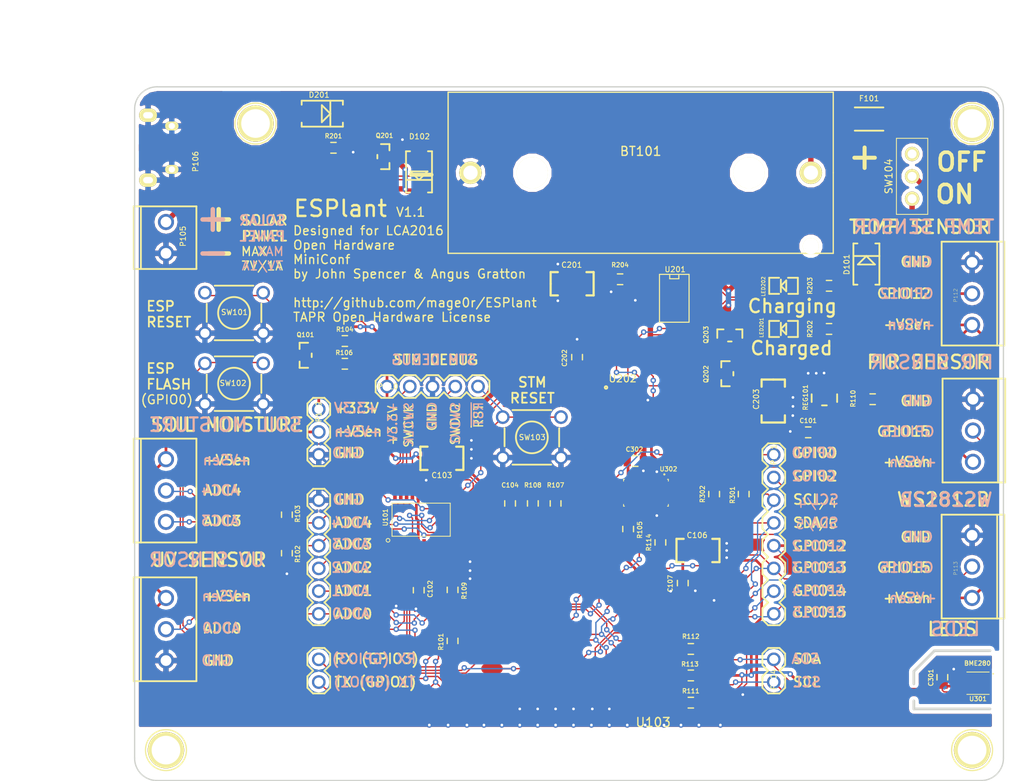
<source format=kicad_pcb>
(kicad_pcb (version 4) (host pcbnew 0.201511110417+6307~30~ubuntu15.10.1-product)
  (layers (0 F.Cu signal) (31 B.Cu signal) (34 B.Paste user) (35 F.Paste user) (36 B.SilkS user) (37 F.SilkS user) (38 B.Mask user) (39 F.Mask user) (44 Edge.Cuts user))
  (net 0 "")
  (net 1 /BAT+)
  (net 2 GND)
  (net 3 "Net-(C101-Pad1)")
  (net 4 +3V3)
  (net 5 "Net-(C104-Pad1)")
  (net 6 /Power/VIN)
  (net 7 /Power/VOUT)
  (net 8 /Power/VBAT)
  (net 9 /Power/USB_IN)
  (net 10 "Net-(LED201-PadA)")
  (net 11 /Power/~DONE)
  (net 12 "Net-(LED202-PadA)")
  (net 13 /Power/~CHRG)
  (net 14 /VCC_SENS)
  (net 15 /SOIL_2)
  (net 16 /SOIL_1)
  (net 17 /GPIO0)
  (net 18 /GPIO2)
  (net 19 "/I2C Sensors/I2C_SCL")
  (net 20 "/I2C Sensors/I2C_SDA")
  (net 21 /GPIO12)
  (net 22 /GPIO13)
  (net 23 /GPIO14)
  (net 24 /GPIO15)
  (net 25 /ADC0)
  (net 26 /ADC1)
  (net 27 /ADC2)
  (net 28 /STM_RXD)
  (net 29 /STM_TXD)
  (net 30 /Power/SOLAR_IN)
  (net 31 /USB_D+)
  (net 32 /USB_D-)
  (net 33 /STM_SWCLK)
  (net 34 /STM_SWDIO)
  (net 35 /STM_~RESET)
  (net 36 "Net-(Q101-PadG)")
  (net 37 /Power/GIN)
  (net 38 /Power/GBAT)
  (net 39 "/I2C Sensors/ADXL_INT")
  (net 40 /ESP_~RESET)
  (net 41 /ESP_EN)
  (net 42 "Net-(R204-Pad1)")
  (net 43 /GPIO16)
  (net 44 /GPIO0_BOOT)
  (net 45 /VSWITCHED)
  (module FT:SCREWTERMINAL-3.5MM-3 (layer F.Cu) (at 145.5 105.6023 270)
    (fp_text reference P1 (at -0.2 -1.85 270) (layer F.SilkS) (effects (font (size 0.4064 0.4064) (thickness 0.03048))))
    (fp_text value SOIL hide)
    (pad 1 thru_hole oval (at -3.5 0 270) (size 1.79832 1.79832) (drill 1.19888) (layers *.Cu *.Mask) (net 14 /VCC_SENS))
    (pad 2 thru_hole oval (at -0.00242 0 270) (size 1.79832 1.79832) (drill 1.19888) (layers *.Cu *.Mask) (net 15 /SOIL_2))
    (pad 3 thru_hole oval (at 3.4977 0 270) (size 1.79832 1.79832) (drill 1.19888) (layers *.Cu *.Mask) (net 16 /SOIL_1))
  )
  (module FT:DIODE_SMA (layer F.Cu) (at 162.95116 63.5)
    (fp_text reference D201 (at -0.35116 -2.1 180) (layer F.SilkS) (effects (font (size 0.6 0.6) (thickness 0.1))))
    (fp_text value SS14 hide)
    (pad A smd rect (at -2.14884 0) (size 1.27 1.47066) (layers F.Cu F.Paste F.Mask) (net 9 /Power/USB_IN))
    (pad K smd rect (at 2.14884 0) (size 1.27 1.47066) (layers F.Cu F.Paste F.Mask) (net 6 /Power/VIN))
  )
  (module FT:SOT23_FET (layer F.Cu) (at 169.75076 68.30004 270)
    (fp_text reference Q201 (at -2.35004 -0.14924 360) (layer F.SilkS) (effects (font (size 0.5 0.5) (thickness 0.1))))
    (fp_text value FDN340P hide)
    (pad D smd rect (at 0 -1.09982 270) (size 0.8001 0.89916) (layers F.Cu F.Paste F.Mask) (net 30 /Power/SOLAR_IN))
    (pad G smd rect (at -0.94996 1.00076 270) (size 0.8001 0.89916) (layers F.Cu F.Paste F.Mask) (net 9 /Power/USB_IN))
    (pad S smd rect (at 0.94996 1.00076 270) (size 0.8001 0.89916) (layers F.Cu F.Paste F.Mask) (net 6 /Power/VIN))
  )
  (module FT:SCREWTERMINAL-3.5MM-3 (layer F.Cu) (at 235.5 83.6 90)
    (fp_text reference P112 (at -0.2 -1.85 90) (layer F.SilkS) (effects (font (size 0.4064 0.4064) (thickness 0.03048))))
    (fp_text value TEMP hide)
    (pad 1 thru_hole oval (at -3.5 0 90) (size 1.79832 1.79832) (drill 1.19888) (layers *.Cu *.Mask) (net 14 /VCC_SENS))
    (pad 2 thru_hole oval (at -0.00242 0 90) (size 1.79832 1.79832) (drill 1.19888) (layers *.Cu *.Mask) (net 21 /GPIO12))
    (pad 3 thru_hole oval (at 3.4977 0 90) (size 1.79832 1.79832) (drill 1.19888) (layers *.Cu *.Mask) (net 2 GND))
  )
  (module Connect:1pin (layer F.Cu) (at 155.5 64.6)
    (fp_text reference MH101 hide)
    (fp_text value TEST_1P hide)
    (pad "" np_thru_hole circle (at 0 0) (size 4.064 4.064) (drill 3.2) (layers *.Cu *.Mask F.SilkS))
  )
  (module Connect:1pin (layer F.Cu) (at 145.5 134.6)
    (fp_text reference MH104 hide)
    (fp_text value TEST_1P hide)
    (pad "" np_thru_hole circle (at 0 0) (size 4.064 4.064) (drill 3.2) (layers *.Cu *.Mask F.SilkS))
  )
  (module Connect:1pin (layer F.Cu) (at 235.5 134.6)
    (fp_text reference MH103 hide)
    (fp_text value TEST_1P hide)
    (pad "" np_thru_hole circle (at 0 0) (size 4.064 4.064) (drill 3.2) (layers *.Cu *.Mask F.SilkS))
  )
  (module FT:SO08_4mm (layer F.Cu) (at 196.435 93.09842)
    (fp_text reference U202 (at 0.05 0) (layer F.SilkS) (effects (font (size 0.8 0.8) (thickness 0.125))))
    (fp_text value MCP6002 hide)
    (pad 2 smd rect (at -0.635 2.59842) (size 0.59944 2.19964) (layers F.Cu F.Paste F.Mask) (net 6 /Power/VIN))
    (pad 7 smd rect (at -0.635 -2.59842) (size 0.59944 2.19964) (layers F.Cu F.Paste F.Mask) (net 38 /Power/GBAT))
    (pad 1 smd rect (at -1.905 2.59842) (size 0.59944 2.19964) (layers F.Cu F.Paste F.Mask) (net 37 /Power/GIN))
    (pad 3 smd rect (at 0.635 2.59842) (size 0.59944 2.19964) (layers F.Cu F.Paste F.Mask) (net 8 /Power/VBAT))
    (pad 4 smd rect (at 1.905 2.59842) (size 0.59944 2.19964) (layers F.Cu F.Paste F.Mask) (net 2 GND))
    (pad 8 smd rect (at -1.905 -2.59842) (size 0.59944 2.19964) (layers F.Cu F.Paste F.Mask) (net 7 /Power/VOUT))
    (pad 6 smd rect (at 0.635 -2.59842) (size 0.59944 2.19964) (layers F.Cu F.Paste F.Mask) (net 8 /Power/VBAT))
    (pad 5 smd rect (at 1.905 -2.59842) (size 0.59944 2.19964) (layers F.Cu F.Paste F.Mask) (net 6 /Power/VIN))
  )
  (module ESP:ESP-12E (layer F.Cu) (at 197.9 129.5 180)
    (fp_text reference U103 (at -2 -2 180) (layer F.SilkS))
    (fp_text value ESP-12E)
    (pad 9 smd oval (at 2.99 15.75 270) (size 2.4 1.1) (layers F.Cu F.Paste F.Mask))
    (pad 10 smd oval (at 4.99 15.75 270) (size 2.4 1.1) (layers F.Cu F.Paste F.Mask))
    (pad 11 smd oval (at 6.99 15.75 270) (size 2.4 1.1) (layers F.Cu F.Paste F.Mask))
    (pad 12 smd oval (at 8.99 15.75 270) (size 2.4 1.1) (layers F.Cu F.Paste F.Mask))
    (pad 13 smd oval (at 10.99 15.75 270) (size 2.4 1.1) (layers F.Cu F.Paste F.Mask))
    (pad 14 smd oval (at 12.99 15.75 270) (size 2.4 1.1) (layers F.Cu F.Paste F.Mask))
    (pad 1 smd rect (at 0 0 180) (size 2.4 1.1) (layers F.Cu F.Paste F.Mask) (net 40 /ESP_~RESET))
    (pad 2 smd oval (at 0 2 180) (size 2.4 1.1) (layers F.Cu F.Paste F.Mask))
    (pad 3 smd oval (at 0 4 180) (size 2.4 1.1) (layers F.Cu F.Paste F.Mask) (net 41 /ESP_EN))
    (pad 4 smd oval (at 0 6 180) (size 2.4 1.1) (layers F.Cu F.Paste F.Mask) (net 43 /GPIO16))
    (pad 5 smd oval (at 0 8 180) (size 2.4 1.1) (layers F.Cu F.Paste F.Mask) (net 23 /GPIO14))
    (pad 6 smd oval (at 0 10 180) (size 2.4 1.1) (layers F.Cu F.Paste F.Mask) (net 21 /GPIO12))
    (pad 7 smd oval (at 0 12 180) (size 2.4 1.1) (layers F.Cu F.Paste F.Mask) (net 22 /GPIO13))
    (pad 8 smd oval (at 0 14 180) (size 2.4 1.1) (layers F.Cu F.Paste F.Mask) (net 4 +3V3))
    (pad 15 smd oval (at 16 14 180) (size 2.4 1.1) (layers F.Cu F.Paste F.Mask) (net 2 GND))
    (pad 16 smd oval (at 16 12 180) (size 2.4 1.1) (layers F.Cu F.Paste F.Mask) (net 24 /GPIO15))
    (pad 17 smd oval (at 16 10 180) (size 2.4 1.1) (layers F.Cu F.Paste F.Mask) (net 18 /GPIO2))
    (pad 18 smd oval (at 16 8 180) (size 2.4 1.1) (layers F.Cu F.Paste F.Mask) (net 17 /GPIO0))
    (pad 19 smd oval (at 16 6 180) (size 2.4 1.1) (layers F.Cu F.Paste F.Mask) (net 20 "/I2C Sensors/I2C_SDA"))
    (pad 20 smd oval (at 16 4 180) (size 2.4 1.1) (layers F.Cu F.Paste F.Mask) (net 19 "/I2C Sensors/I2C_SCL"))
    (pad 21 smd oval (at 16 2 180) (size 2.4 1.1) (layers F.Cu F.Paste F.Mask) (net 29 /STM_TXD))
    (pad 22 smd oval (at 16 0 180) (size 2.4 1.1) (layers F.Cu F.Paste F.Mask) (net 28 /STM_RXD))
  )
  (module FT:1X02 (layer F.Cu) (at 213.36 127 90)
    (fp_text reference P104 (at 0.3 0 90) (layer F.SilkS) (effects (font (size 0.6 0.6) (thickness 0.1))))
    (fp_text value CONN_I2C hide)
    (pad 1 thru_hole oval (at 0 0 180) (size 1.524 1.524) (drill 1.016) (layers *.Cu *.Mask) (net 19 "/I2C Sensors/I2C_SCL"))
    (pad 2 thru_hole oval (at 2.54 0 180) (size 1.524 1.524) (drill 1.016) (layers *.Cu *.Mask) (net 20 "/I2C Sensors/I2C_SDA"))
  )
  (module FT:0805 (layer F.Cu) (at 206.7 106.00084 270)
    (fp_text reference R302 (at -0.00084 1.3 270) (layer F.SilkS) (effects (font (size 0.5 0.5) (thickness 0.1))))
    (fp_text value 4.7K hide)
    (pad 1 smd rect (at -0.89916 0 270) (size 0.79756 1.19888) (layers F.Cu F.Paste F.Mask) (net 4 +3V3))
    (pad 2 smd rect (at 0.89916 0 270) (size 0.79756 1.19888) (layers F.Cu F.Paste F.Mask) (net 19 "/I2C Sensors/I2C_SCL"))
  )
  (module FT:SCREWTERMINAL-3.5MM-3 (layer F.Cu) (at 145.5 121.1 270)
    (fp_text reference P111 hide)
    (fp_text value UV hide)
    (pad 1 thru_hole oval (at -3.5 0 270) (size 1.79832 1.79832) (drill 1.19888) (layers *.Cu *.Mask) (net 14 /VCC_SENS))
    (pad 2 thru_hole oval (at -0.00242 0 270) (size 1.79832 1.79832) (drill 1.19888) (layers *.Cu *.Mask) (net 25 /ADC0))
    (pad 3 thru_hole oval (at 3.4977 0 270) (size 1.79832 1.79832) (drill 1.19888) (layers *.Cu *.Mask) (net 2 GND))
  )
  (module Plant:TSSOP20_4mm (layer F.Cu) (at 173.99 108.86)
    (fp_text reference U101 (at -3.99 -0.26 90) (layer F.SilkS) (effects (font (size 0.5 0.5) (thickness 0.1))))
    (fp_text value STM32F042F hide)
    (pad 1 smd rect (at -2.925 2.9) (size 0.4 1.45) (layers F.Cu F.Paste F.Mask) (net 44 /GPIO0_BOOT))
    (pad 2 smd rect (at -2.275 2.9) (size 0.4 1.45) (layers F.Cu F.Paste F.Mask) (net 20 "/I2C Sensors/I2C_SDA"))
    (pad 3 smd rect (at -1.625 2.9) (size 0.4 1.45) (layers F.Cu F.Paste F.Mask) (net 19 "/I2C Sensors/I2C_SCL"))
    (pad 4 smd rect (at -0.975 2.9) (size 0.4 1.45) (layers F.Cu F.Paste F.Mask) (net 35 /STM_~RESET))
    (pad 5 smd rect (at -0.325 2.9) (size 0.4 1.45) (layers F.Cu F.Paste F.Mask) (net 4 +3V3))
    (pad 6 smd rect (at 0.325 2.9) (size 0.4 1.45) (layers F.Cu F.Paste F.Mask) (net 25 /ADC0))
    (pad 7 smd rect (at 0.975 2.9) (size 0.4 1.45) (layers F.Cu F.Paste F.Mask) (net 26 /ADC1))
    (pad 8 smd rect (at 1.625 2.9) (size 0.4 1.45) (layers F.Cu F.Paste F.Mask) (net 29 /STM_TXD))
    (pad 9 smd rect (at 2.275 2.9) (size 0.4 1.45) (layers F.Cu F.Paste F.Mask) (net 28 /STM_RXD))
    (pad 10 smd rect (at 2.925 2.9) (size 0.4 1.45) (layers F.Cu F.Paste F.Mask) (net 27 /ADC2))
    (pad 11 smd rect (at 2.925 -2.9) (size 0.4 1.45) (layers F.Cu F.Paste F.Mask) (net 16 /SOIL_1))
    (pad 12 smd rect (at 2.275 -2.9) (size 0.4 1.45) (layers F.Cu F.Paste F.Mask) (net 15 /SOIL_2))
    (pad 13 smd rect (at 1.625 -2.9) (size 0.4 1.45) (layers F.Cu F.Paste F.Mask) (net 40 /ESP_~RESET))
    (pad 14 smd rect (at 0.975 -2.9) (size 0.4 1.45) (layers F.Cu F.Paste F.Mask) (net 5 "Net-(C104-Pad1)"))
    (pad 15 smd rect (at 0.325 -2.9) (size 0.4 1.45) (layers F.Cu F.Paste F.Mask) (net 2 GND))
    (pad 16 smd rect (at -0.325 -2.9) (size 0.4 1.45) (layers F.Cu F.Paste F.Mask) (net 4 +3V3))
    (pad 17 smd rect (at -0.975 -2.9) (size 0.4 1.45) (layers F.Cu F.Paste F.Mask) (net 32 /USB_D-))
    (pad 18 smd rect (at -1.625 -2.9) (size 0.4 1.45) (layers F.Cu F.Paste F.Mask) (net 31 /USB_D+))
    (pad 19 smd rect (at -2.275 -2.9) (size 0.4 1.45) (layers F.Cu F.Paste F.Mask) (net 34 /STM_SWDIO))
    (pad 20 smd rect (at -2.925 -2.9) (size 0.4 1.45) (layers F.Cu F.Paste F.Mask) (net 33 /STM_SWCLK))
  )
  (module FT:0805 (layer F.Cu) (at 217.20084 99.1 180)
    (fp_text reference C101 (at 0.00084 1.3 180) (layer F.SilkS) (effects (font (size 0.5 0.5) (thickness 0.1))))
    (fp_text value "100nF 6.3V" hide)
    (pad 1 smd rect (at -0.89916 0 180) (size 0.79756 1.19888) (layers F.Cu F.Paste F.Mask) (net 3 "Net-(C101-Pad1)"))
    (pad 2 smd rect (at 0.89916 0 180) (size 0.79756 1.19888) (layers F.Cu F.Paste F.Mask) (net 2 GND))
  )
  (module FT:0805 (layer F.Cu) (at 173.72 116.73916 270)
    (fp_text reference C102 (at -0.13916 -1.28 450) (layer F.SilkS) (effects (font (size 0.5 0.5) (thickness 0.1))))
    (fp_text value "100nF 6.3V" hide)
    (pad 1 smd rect (at -0.89916 0 270) (size 0.79756 1.19888) (layers F.Cu F.Paste F.Mask) (net 4 +3V3))
    (pad 2 smd rect (at 0.89916 0 270) (size 0.79756 1.19888) (layers F.Cu F.Paste F.Mask) (net 2 GND))
  )
  (module FT:1210_CAP (layer F.Cu) (at 176.30234 102)
    (fp_text reference C103 (at 0 1.9) (layer F.SilkS) (effects (font (size 0.6 0.6) (thickness 0.1))))
    (fp_text value "10uF 16V" hide)
    (pad 1 smd rect (at -1.59766 0) (size 1.19888 1.99898) (layers F.Cu F.Paste F.Mask) (net 4 +3V3))
    (pad 2 smd rect (at 1.59766 0) (size 1.19888 1.99898) (layers F.Cu F.Paste F.Mask) (net 2 GND))
  )
  (module FT:0805 (layer F.Cu) (at 183.92 107.04084 90)
    (fp_text reference C104 (at 2.04084 0 180) (layer F.SilkS) (effects (font (size 0.5 0.5) (thickness 0.1))))
    (fp_text value 100nF hide)
    (pad 1 smd rect (at -0.89916 0 90) (size 0.79756 1.19888) (layers F.Cu F.Paste F.Mask) (net 5 "Net-(C104-Pad1)"))
    (pad 2 smd rect (at 0.89916 0 90) (size 0.79756 1.19888) (layers F.Cu F.Paste F.Mask) (net 2 GND))
  )
  (module FT:1210_CAP (layer F.Cu) (at 204.89766 112.3)
    (fp_text reference C106 (at -0.09766 -1.7) (layer F.SilkS) (effects (font (size 0.6 0.6) (thickness 0.1))))
    (fp_text value "100uF 16V X5R" hide)
    (pad 1 smd rect (at -1.59766 0) (size 1.19888 1.99898) (layers F.Cu F.Paste F.Mask) (net 4 +3V3))
    (pad 2 smd rect (at 1.59766 0) (size 1.19888 1.99898) (layers F.Cu F.Paste F.Mask) (net 2 GND))
  )
  (module FT:0805 (layer F.Cu) (at 203.2 115.94084 270)
    (fp_text reference C107 (at 0.05916 1.4 270) (layer F.SilkS) (effects (font (size 0.5 0.5) (thickness 0.1))))
    (fp_text value "100nF 6.3V" hide)
    (pad 1 smd rect (at -0.89916 0 270) (size 0.79756 1.19888) (layers F.Cu F.Paste F.Mask) (net 4 +3V3))
    (pad 2 smd rect (at 0.89916 0 270) (size 0.79756 1.19888) (layers F.Cu F.Paste F.Mask) (net 2 GND))
  )
  (module FT:1210_CAP (layer F.Cu) (at 190.84766 82.5 180)
    (fp_text reference C201 (at 0.04766 2.1 180) (layer F.SilkS) (effects (font (size 0.6 0.6) (thickness 0.1))))
    (fp_text value "10uF 16V" hide)
    (pad 1 smd rect (at -1.59766 0 180) (size 1.19888 1.99898) (layers F.Cu F.Paste F.Mask) (net 6 /Power/VIN))
    (pad 2 smd rect (at 1.59766 0 180) (size 1.19888 1.99898) (layers F.Cu F.Paste F.Mask) (net 2 GND))
  )
  (module FT:0805 (layer F.Cu) (at 191.4 90.70084 90)
    (fp_text reference C202 (at -0.09916 -1.4 90) (layer F.SilkS) (effects (font (size 0.5 0.5) (thickness 0.1))))
    (fp_text value 100nF hide)
    (pad 1 smd rect (at -0.89916 0 90) (size 0.79756 1.19888) (layers F.Cu F.Paste F.Mask) (net 7 /Power/VOUT))
    (pad 2 smd rect (at 0.89916 0 90) (size 0.79756 1.19888) (layers F.Cu F.Paste F.Mask) (net 2 GND))
  )
  (module FT:1210_CAP (layer F.Cu) (at 213.3 95.60234 90)
    (fp_text reference C203 (at 0.20234 -1.9 270) (layer F.SilkS) (effects (font (size 0.6 0.6) (thickness 0.1))))
    (fp_text value "100uF 16V X5R" hide)
    (pad 1 smd rect (at -1.59766 0 90) (size 1.19888 1.99898) (layers F.Cu F.Paste F.Mask) (net 2 GND))
    (pad 2 smd rect (at 1.59766 0 90) (size 1.19888 1.99898) (layers F.Cu F.Paste F.Mask) (net 7 /Power/VOUT))
  )
  (module FT:0805 (layer F.Cu) (at 232.18 126.45916 90)
    (fp_text reference C301 (at -0.04084 -1.28 90) (layer F.SilkS) (effects (font (size 0.5 0.5) (thickness 0.1))))
    (fp_text value "1uF 6.3V" hide)
    (pad 1 smd rect (at -0.89916 0 90) (size 0.79756 1.19888) (layers F.Cu F.Paste F.Mask) (net 4 +3V3))
    (pad 2 smd rect (at 0.89916 0 90) (size 0.79756 1.19888) (layers F.Cu F.Paste F.Mask) (net 2 GND))
  )
  (module FT:0805 (layer F.Cu) (at 197.89916 102.3)
    (fp_text reference C302 (at -0.09916 -1.3) (layer F.SilkS) (effects (font (size 0.5 0.5) (thickness 0.1))))
    (fp_text value "1uF 6.3V" hide)
    (pad 1 smd rect (at -0.89916 0) (size 0.79756 1.19888) (layers F.Cu F.Paste F.Mask) (net 4 +3V3))
    (pad 2 smd rect (at 0.89916 0) (size 0.79756 1.19888) (layers F.Cu F.Paste F.Mask) (net 2 GND))
  )
  (module FT:DIODE_SMA (layer F.Cu) (at 223.7 80.3 90)
    (fp_text reference D101 (at -0.04884 -2.2 270) (layer F.SilkS) (effects (font (size 0.6 0.6) (thickness 0.1))))
    (fp_text value SS14 hide)
    (pad A smd rect (at -2.14884 0 90) (size 1.27 1.47066) (layers F.Cu F.Paste F.Mask) (net 2 GND))
    (pad K smd rect (at 2.14884 0 90) (size 1.27 1.47066) (layers F.Cu F.Paste F.Mask) (net 8 /Power/VBAT))
  )
  (module FT:1210 (layer F.Cu) (at 224 64.1)
    (fp_text reference F101 (at -0.00234 -2.3 180) (layer F.SilkS) (effects (font (size 0.6 0.6) (thickness 0.1))))
    (fp_text value "1A PTC" hide)
    (pad 1 smd rect (at -1.59766 0) (size 1.19888 1.99898) (layers F.Cu F.Paste F.Mask) (net 1 /BAT+))
    (pad 2 smd rect (at 1.59766 0) (size 1.19888 1.99898) (layers F.Cu F.Paste F.Mask) (net 8 /Power/VBAT))
  )
  (module FT:LED-0805 (layer F.Cu) (at 214.44916 87.55 180)
    (fp_text reference LED201 (at 2.44916 0.15 270) (layer F.SilkS) (effects (font (size 0.4 0.4) (thickness 0.075))))
    (fp_text value LED_GREEN hide)
    (pad A smd rect (at -0.89916 0 180) (size 0.79756 1.19888) (layers F.Cu F.Paste F.Mask) (net 10 "Net-(LED201-PadA)"))
    (pad K smd rect (at 0.89916 0 180) (size 0.79756 1.19888) (layers F.Cu F.Paste F.Mask) (net 11 /Power/~DONE))
  )
  (module FT:LED-0805 (layer F.Cu) (at 214.44916 82.73 180)
    (fp_text reference LED202 (at 2.24916 -0.07 270) (layer F.SilkS) (effects (font (size 0.4 0.4) (thickness 0.075))))
    (fp_text value LED_RED hide)
    (pad A smd rect (at -0.89916 0 180) (size 0.79756 1.19888) (layers F.Cu F.Paste F.Mask) (net 12 "Net-(LED202-PadA)"))
    (pad K smd rect (at 0.89916 0 180) (size 0.79756 1.19888) (layers F.Cu F.Paste F.Mask) (net 13 /Power/~CHRG))
  )
  (module FT:1X08 (layer F.Cu) (at 213.36 101.6 270)
    (fp_text reference P101 (at 0 0 270) (layer F.SilkS) (effects (font (size 0.6 0.6) (thickness 0.1))))
    (fp_text value CONN_DIGITAL hide)
    (pad 1 thru_hole oval (at 0 0) (size 1.524 1.524) (drill 1.016) (layers *.Cu *.Mask) (net 17 /GPIO0))
    (pad 2 thru_hole oval (at 2.54 0) (size 1.524 1.524) (drill 1.016) (layers *.Cu *.Mask) (net 18 /GPIO2))
    (pad 3 thru_hole oval (at 5.08 0) (size 1.524 1.524) (drill 1.016) (layers *.Cu *.Mask) (net 19 "/I2C Sensors/I2C_SCL"))
    (pad 4 thru_hole oval (at 7.62 0) (size 1.524 1.524) (drill 1.016) (layers *.Cu *.Mask) (net 20 "/I2C Sensors/I2C_SDA"))
    (pad 5 thru_hole oval (at 10.16 0) (size 1.524 1.524) (drill 1.016) (layers *.Cu *.Mask) (net 21 /GPIO12))
    (pad 6 thru_hole oval (at 12.7 0) (size 1.524 1.524) (drill 1.016) (layers *.Cu *.Mask) (net 22 /GPIO13))
    (pad 7 thru_hole oval (at 15.24 0) (size 1.524 1.524) (drill 1.016) (layers *.Cu *.Mask) (net 23 /GPIO14))
    (pad 8 thru_hole oval (at 17.78 0) (size 1.524 1.524) (drill 1.016) (layers *.Cu *.Mask) (net 24 /GPIO15))
  )
  (module FT:1X06 (layer F.Cu) (at 162.56 119.38 90)
    (fp_text reference P102 hide)
    (fp_text value CONN_ANALOG hide)
    (pad 1 thru_hole oval (at 0 0 180) (size 1.524 1.524) (drill 1.016) (layers *.Cu *.Mask) (net 25 /ADC0))
    (pad 2 thru_hole oval (at 2.54 0 180) (size 1.524 1.524) (drill 1.016) (layers *.Cu *.Mask) (net 26 /ADC1))
    (pad 3 thru_hole oval (at 5.08 0 180) (size 1.524 1.524) (drill 1.016) (layers *.Cu *.Mask) (net 27 /ADC2))
    (pad 4 thru_hole oval (at 7.62 0 180) (size 1.524 1.524) (drill 1.016) (layers *.Cu *.Mask) (net 16 /SOIL_1))
    (pad 5 thru_hole oval (at 10.16 0 180) (size 1.524 1.524) (drill 1.016) (layers *.Cu *.Mask) (net 15 /SOIL_2))
    (pad 6 thru_hole oval (at 12.7 0 180) (size 1.524 1.524) (drill 1.016) (layers *.Cu *.Mask) (net 2 GND))
  )
  (module FT:1X02 (layer F.Cu) (at 162.56 127 90)
    (fp_text reference P103 hide)
    (fp_text value CONN_SERIAL hide)
    (pad 1 thru_hole oval (at 0 0 180) (size 1.524 1.524) (drill 1.016) (layers *.Cu *.Mask) (net 28 /STM_RXD))
    (pad 2 thru_hole oval (at 2.54 0 180) (size 1.524 1.524) (drill 1.016) (layers *.Cu *.Mask) (net 29 /STM_TXD))
  )
  (module FT:SCREWTERMINAL-3.5MM-2 (layer F.Cu) (at 145.5 75.60242 270)
    (fp_text reference P105 (at 1.6 -1.9 270) (layer F.SilkS) (effects (font (size 0.6 0.6) (thickness 0.1))))
    (fp_text value SOLAR hide)
    (pad 1 thru_hole oval (at 0 0 270) (size 1.79832 1.79832) (drill 1.19888) (layers *.Cu *.Mask) (net 30 /Power/SOLAR_IN))
    (pad 2 thru_hole oval (at 3.49758 0 270) (size 1.79832 1.79832) (drill 1.19888) (layers *.Cu *.Mask) (net 2 GND))
  )
  (module FT:USB-MICRO-5pin_PTHMOUNT (layer F.Cu) (at 146.07556 67.29952)
    (fp_text reference P106 (at 2.72444 1.54542 90) (layer F.SilkS) (effects (font (size 0.6 0.6) (thickness 0.1))))
    (fp_text value USB_5PIN_SHELL hide)
    (pad SHLD thru_hole oval (at -2.57556 -3.62458) (size 1.99898 1.50114) (drill oval 1.09982 0.70104) (layers *.Cu *.Mask F.SilkS) (net 2 GND))
    (pad SHLD thru_hole oval (at -2.57556 3.62458) (size 1.99898 1.50114) (drill oval 1.09982 0.70104) (layers *.Cu *.Mask F.SilkS) (net 2 GND))
    (pad SHLD thru_hole oval (at 0.0762 -2.4257) (size 1.50114 1.00076) (drill 0.70104) (layers *.Cu *.Mask F.SilkS) (net 2 GND))
    (pad SHLD smd rect (at -2.57556 1.30048) (size 1.30048 1.00076) (layers F.Cu F.Paste F.Mask) (net 2 GND))
    (pad SHLD smd rect (at -2.57556 -1.30048) (size 1.30048 1.00076) (layers F.Cu F.Paste F.Mask) (net 2 GND))
    (pad 5 smd rect (at 0 1.30048) (size 1.34874 0.39878) (layers F.Cu F.Paste F.Mask) (net 2 GND))
    (pad 3 smd rect (at 0 0) (size 1.34874 0.39878) (layers F.Cu F.Paste F.Mask) (net 31 /USB_D+))
    (pad 4 smd rect (at 0 0.65024) (size 1.34874 0.39878) (layers F.Cu F.Paste F.Mask))
    (pad 2 smd rect (at 0 -0.65024) (size 1.34874 0.39878) (layers F.Cu F.Paste F.Mask) (net 32 /USB_D-))
    (pad SHLD thru_hole oval (at 0.0762 2.4257) (size 1.50114 1.00076) (drill 0.70104) (layers *.Cu *.Mask F.SilkS) (net 2 GND))
    (pad 1 smd rect (at 0 -1.30048) (size 1.34874 0.39878) (layers F.Cu F.Paste F.Mask) (net 9 /Power/USB_IN))
  )
  (module FT:1X03 (layer F.Cu) (at 162.56 96.52 270)
    (fp_text reference P109 (at 0.3 0 270) (layer F.SilkS) (effects (font (size 0.6 0.6) (thickness 0.1))))
    (fp_text value CONN_PWR hide)
    (pad 1 thru_hole oval (at 0 0) (size 1.524 1.524) (drill 1.016) (layers *.Cu *.Mask) (net 4 +3V3))
    (pad 2 thru_hole oval (at 2.54 0) (size 1.524 1.524) (drill 1.016) (layers *.Cu *.Mask) (net 14 /VCC_SENS))
    (pad 3 thru_hole oval (at 5.08 0) (size 1.524 1.524) (drill 1.016) (layers *.Cu *.Mask) (net 2 GND))
  )
  (module FT:1X05 (layer F.Cu) (at 170.18 93.98)
    (fp_text reference P110 (at 0.1 0) (layer F.SilkS) (effects (font (size 0.6 0.6) (thickness 0.1))))
    (fp_text value CONN_01X05 hide)
    (pad 1 thru_hole oval (at 0 0 90) (size 1.524 1.524) (drill 1.016) (layers *.Cu *.Mask) (net 4 +3V3))
    (pad 2 thru_hole oval (at 2.54 0 90) (size 1.524 1.524) (drill 1.016) (layers *.Cu *.Mask) (net 33 /STM_SWCLK))
    (pad 3 thru_hole oval (at 5.08 0 90) (size 1.524 1.524) (drill 1.016) (layers *.Cu *.Mask) (net 2 GND))
    (pad 4 thru_hole oval (at 7.62 0 90) (size 1.524 1.524) (drill 1.016) (layers *.Cu *.Mask) (net 34 /STM_SWDIO))
    (pad 5 thru_hole oval (at 10.16 0 90) (size 1.524 1.524) (drill 1.016) (layers *.Cu *.Mask) (net 35 /STM_~RESET))
  )
  (module FT:SCREWTERMINAL-3.5MM-3 (layer F.Cu) (at 235.5 114.0977 90)
    (fp_text reference P113 (at -0.2 -1.85 90) (layer F.SilkS) (effects (font (size 0.4064 0.4064) (thickness 0.03048))))
    (fp_text value NEOPIXEL hide)
    (pad 1 thru_hole oval (at -3.5 0 90) (size 1.79832 1.79832) (drill 1.19888) (layers *.Cu *.Mask) (net 14 /VCC_SENS))
    (pad 2 thru_hole oval (at -0.00242 0 90) (size 1.79832 1.79832) (drill 1.19888) (layers *.Cu *.Mask) (net 22 /GPIO13))
    (pad 3 thru_hole oval (at 3.4977 0 90) (size 1.79832 1.79832) (drill 1.19888) (layers *.Cu *.Mask) (net 2 GND))
  )
  (module FT:SOT23_FET (layer F.Cu) (at 161.11982 90.49004 90)
    (fp_text reference Q101 (at 2.29004 -0.05 180) (layer F.SilkS) (effects (font (size 0.5 0.5) (thickness 0.1))))
    (fp_text value FDN340P hide)
    (pad D smd rect (at 0 -1.09982 90) (size 0.8001 0.89916) (layers F.Cu F.Paste F.Mask) (net 14 /VCC_SENS))
    (pad G smd rect (at -0.94996 1.00076 90) (size 0.8001 0.89916) (layers F.Cu F.Paste F.Mask) (net 36 "Net-(Q101-PadG)"))
    (pad S smd rect (at 0.94996 1.00076 90) (size 0.8001 0.89916) (layers F.Cu F.Paste F.Mask) (net 4 +3V3))
  )
  (module FT:SOT23_FET (layer F.Cu) (at 208.19924 92.55004 90)
    (fp_text reference Q202 (at -0.04996 -2.39924 270) (layer F.SilkS) (effects (font (size 0.5 0.5) (thickness 0.1))))
    (fp_text value FDN340P hide)
    (pad D smd rect (at 0 -1.09982 90) (size 0.8001 0.89916) (layers F.Cu F.Paste F.Mask) (net 6 /Power/VIN))
    (pad G smd rect (at -0.94996 1.00076 90) (size 0.8001 0.89916) (layers F.Cu F.Paste F.Mask) (net 37 /Power/GIN))
    (pad S smd rect (at 0.94996 1.00076 90) (size 0.8001 0.89916) (layers F.Cu F.Paste F.Mask) (net 7 /Power/VOUT))
  )
  (module FT:SOT23_FET (layer F.Cu) (at 208.45004 88.29924)
    (fp_text reference Q203 (at -2.65004 -0.09924 270) (layer F.SilkS) (effects (font (size 0.5 0.5) (thickness 0.1))))
    (fp_text value FDN340P hide)
    (pad D smd rect (at 0 -1.09982) (size 0.8001 0.89916) (layers F.Cu F.Paste F.Mask) (net 8 /Power/VBAT))
    (pad G smd rect (at -0.94996 1.00076) (size 0.8001 0.89916) (layers F.Cu F.Paste F.Mask) (net 38 /Power/GBAT))
    (pad S smd rect (at 0.94996 1.00076) (size 0.8001 0.89916) (layers F.Cu F.Paste F.Mask) (net 7 /Power/VOUT))
  )
  (module FT:0805 (layer F.Cu) (at 177.5 122.39916 90)
    (fp_text reference R101 (at -0.09916 -1.3 270) (layer F.SilkS) (effects (font (size 0.5 0.5) (thickness 0.1))))
    (fp_text value 1K hide)
    (pad 1 smd rect (at -0.89916 0 90) (size 0.79756 1.19888) (layers F.Cu F.Paste F.Mask) (net 44 /GPIO0_BOOT))
    (pad 2 smd rect (at 0.89916 0 90) (size 0.79756 1.19888) (layers F.Cu F.Paste F.Mask) (net 17 /GPIO0))
  )
  (module FT:0805 (layer F.Cu) (at 159 112.6 270)
    (fp_text reference R102 (at 0.09916 -1.2 270) (layer F.SilkS) (effects (font (size 0.5 0.5) (thickness 0.1))))
    (fp_text value "100K 1%" hide)
    (pad 1 smd rect (at -0.89916 0 270) (size 0.79756 1.19888) (layers F.Cu F.Paste F.Mask) (net 16 /SOIL_1))
    (pad 2 smd rect (at 0.89916 0 270) (size 0.79756 1.19888) (layers F.Cu F.Paste F.Mask) (net 2 GND))
  )
  (module FT:0805 (layer F.Cu) (at 159 108.30084 90)
    (fp_text reference R103 (at 0.09916 1.2 90) (layer F.SilkS) (effects (font (size 0.5 0.5) (thickness 0.1))))
    (fp_text value "100K 1%" hide)
    (pad 1 smd rect (at -0.89916 0 90) (size 0.79756 1.19888) (layers F.Cu F.Paste F.Mask) (net 15 /SOIL_2))
    (pad 2 smd rect (at 0.89916 0 90) (size 0.79756 1.19888) (layers F.Cu F.Paste F.Mask) (net 2 GND))
  )
  (module FT:0805 (layer F.Cu) (at 165.47084 88.9)
    (fp_text reference R104 (at 0 -1.3) (layer F.SilkS) (effects (font (size 0.5 0.5) (thickness 0.1))))
    (fp_text value 10K hide)
    (pad 1 smd rect (at -0.89916 0) (size 0.79756 1.19888) (layers F.Cu F.Paste F.Mask) (net 4 +3V3))
    (pad 2 smd rect (at 0.89916 0) (size 0.79756 1.19888) (layers F.Cu F.Paste F.Mask) (net 23 /GPIO14))
  )
  (module FT:0805 (layer F.Cu) (at 197.1 109.90084 90)
    (fp_text reference R105 (at -0.09916 1.3 90) (layer F.SilkS) (effects (font (size 0.5 0.5) (thickness 0.1))))
    (fp_text value 10K hide)
    (pad 1 smd rect (at -0.89916 0 90) (size 0.79756 1.19888) (layers F.Cu F.Paste F.Mask) (net 22 /GPIO13))
    (pad 2 smd rect (at 0.89916 0 90) (size 0.79756 1.19888) (layers F.Cu F.Paste F.Mask) (net 39 "/I2C Sensors/ADXL_INT"))
  )
  (module FT:0805 (layer F.Cu) (at 165.47084 91.44)
    (fp_text reference R106 (at -0.07084 -1.24) (layer F.SilkS) (effects (font (size 0.5 0.5) (thickness 0.1))))
    (fp_text value 1K hide)
    (pad 1 smd rect (at -0.89916 0) (size 0.79756 1.19888) (layers F.Cu F.Paste F.Mask) (net 36 "Net-(Q101-PadG)"))
    (pad 2 smd rect (at 0.89916 0) (size 0.79756 1.19888) (layers F.Cu F.Paste F.Mask) (net 23 /GPIO14))
  )
  (module FT:0805 (layer F.Cu) (at 189 107.04084 270)
    (fp_text reference R107 (at -2.04084 0 360) (layer F.SilkS) (effects (font (size 0.5 0.5) (thickness 0.1))))
    (fp_text value "121K 1%" hide)
    (pad 1 smd rect (at -0.89916 0 270) (size 0.79756 1.19888) (layers F.Cu F.Paste F.Mask) (net 7 /Power/VOUT))
    (pad 2 smd rect (at 0.89916 0 270) (size 0.79756 1.19888) (layers F.Cu F.Paste F.Mask) (net 5 "Net-(C104-Pad1)"))
  )
  (module FT:0805 (layer F.Cu) (at 186.46 107.04084 90)
    (fp_text reference R108 (at 2.04084 0 180) (layer F.SilkS) (effects (font (size 0.5 0.5) (thickness 0.1))))
    (fp_text value "100K 1%" hide)
    (pad 1 smd rect (at -0.89916 0 90) (size 0.79756 1.19888) (layers F.Cu F.Paste F.Mask) (net 5 "Net-(C104-Pad1)"))
    (pad 2 smd rect (at 0.89916 0 90) (size 0.79756 1.19888) (layers F.Cu F.Paste F.Mask) (net 2 GND))
  )
  (module FT:0805 (layer F.Cu) (at 177.5 116.70084 90)
    (fp_text reference R109 (at -0.09916 1.3 90) (layer F.SilkS) (effects (font (size 0.5 0.5) (thickness 0.1))))
    (fp_text value 10K hide)
    (pad 1 smd rect (at -0.89916 0 90) (size 0.79756 1.19888) (layers F.Cu F.Paste F.Mask) (net 24 /GPIO15))
    (pad 2 smd rect (at 0.89916 0 90) (size 0.79756 1.19888) (layers F.Cu F.Paste F.Mask) (net 2 GND))
  )
  (module FT:0805 (layer F.Cu) (at 224.4 95.4 180)
    (fp_text reference R110 (at 2.18584 0.06916 450) (layer F.SilkS) (effects (font (size 0.5 0.5) (thickness 0.1))))
    (fp_text value "4.7K DNP" hide)
    (pad 1 smd rect (at -0.89916 0 180) (size 0.79756 1.19888) (layers F.Cu F.Paste F.Mask) (net 14 /VCC_SENS))
    (pad 2 smd rect (at 0.89916 0 180) (size 0.79756 1.19888) (layers F.Cu F.Paste F.Mask) (net 21 /GPIO12))
  )
  (module FT:0805 (layer F.Cu) (at 204.09916 126.25832 180)
    (fp_text reference R113 (at 0.09916 1.25832 180) (layer F.SilkS) (effects (font (size 0.5 0.5) (thickness 0.1))))
    (fp_text value 10K hide)
    (pad 1 smd rect (at -0.89916 0 180) (size 0.79756 1.19888) (layers F.Cu F.Paste F.Mask) (net 4 +3V3))
    (pad 2 smd rect (at 0.89916 0 180) (size 0.79756 1.19888) (layers F.Cu F.Paste F.Mask) (net 41 /ESP_EN))
  )
  (module FT:0805 (layer F.Cu) (at 164.20084 67.31)
    (fp_text reference R201 (at 0 -1.31) (layer F.SilkS) (effects (font (size 0.5 0.5) (thickness 0.1))))
    (fp_text value 1K hide)
    (pad 1 smd rect (at -0.89916 0) (size 0.79756 1.19888) (layers F.Cu F.Paste F.Mask) (net 9 /Power/USB_IN))
    (pad 2 smd rect (at 0.89916 0) (size 0.79756 1.19888) (layers F.Cu F.Paste F.Mask) (net 2 GND))
  )
  (module FT:0805 (layer F.Cu) (at 219.52916 87.55 180)
    (fp_text reference R202 (at 2.12916 0 270) (layer F.SilkS) (effects (font (size 0.5 0.5) (thickness 0.1))))
    (fp_text value 1K hide)
    (pad 1 smd rect (at -0.89916 0 180) (size 0.79756 1.19888) (layers F.Cu F.Paste F.Mask) (net 6 /Power/VIN))
    (pad 2 smd rect (at 0.89916 0 180) (size 0.79756 1.19888) (layers F.Cu F.Paste F.Mask) (net 10 "Net-(LED201-PadA)"))
  )
  (module FT:0805 (layer F.Cu) (at 219.52916 82.73 180)
    (fp_text reference R203 (at 2.12916 0 270) (layer F.SilkS) (effects (font (size 0.5 0.5) (thickness 0.1))))
    (fp_text value 1K hide)
    (pad 1 smd rect (at -0.89916 0 180) (size 0.79756 1.19888) (layers F.Cu F.Paste F.Mask) (net 6 /Power/VIN))
    (pad 2 smd rect (at 0.89916 0 180) (size 0.79756 1.19888) (layers F.Cu F.Paste F.Mask) (net 12 "Net-(LED202-PadA)"))
  )
  (module FT:0805 (layer F.Cu) (at 196.20084 82 180)
    (fp_text reference R204 (at 0.00084 1.6 180) (layer F.SilkS) (effects (font (size 0.5 0.5) (thickness 0.1))))
    (fp_text value 8.2K hide)
    (pad 1 smd rect (at -0.89916 0 180) (size 0.79756 1.19888) (layers F.Cu F.Paste F.Mask) (net 42 "Net-(R204-Pad1)"))
    (pad 2 smd rect (at 0.89916 0 180) (size 0.79756 1.19888) (layers F.Cu F.Paste F.Mask) (net 2 GND))
  )
  (module FT:0805 (layer F.Cu) (at 210 106 270)
    (fp_text reference R301 (at 0.09916 1.25 270) (layer F.SilkS) (effects (font (size 0.5 0.5) (thickness 0.1))))
    (fp_text value 4.7K hide)
    (pad 1 smd rect (at -0.89916 0 270) (size 0.79756 1.19888) (layers F.Cu F.Paste F.Mask) (net 4 +3V3))
    (pad 2 smd rect (at 0.89916 0 270) (size 0.79756 1.19888) (layers F.Cu F.Paste F.Mask) (net 20 "/I2C Sensors/I2C_SDA"))
  )
  (module FT:SOT23-5 (layer F.Cu) (at 219.00996 95.27794 180)
    (fp_text reference REG101 (at 2.10996 0.07794 270) (layer F.SilkS) (effects (font (size 0.5 0.5) (thickness 0.1))))
    (fp_text value SPX3819M5-3.3 hide)
    (pad 1 smd rect (at -0.94996 1.29794 180) (size 0.54864 1.19888) (layers F.Cu F.Paste F.Mask) (net 45 /VSWITCHED))
    (pad 2 smd rect (at 0 1.29794 180) (size 0.54864 1.19888) (layers F.Cu F.Paste F.Mask) (net 2 GND))
    (pad 3 smd rect (at 0.94996 1.29794 180) (size 0.54864 1.19888) (layers F.Cu F.Paste F.Mask) (net 45 /VSWITCHED))
    (pad 4 smd rect (at 0.94996 -1.29794 180) (size 0.54864 1.19888) (layers F.Cu F.Paste F.Mask) (net 3 "Net-(C101-Pad1)"))
    (pad 5 smd rect (at -0.94996 -1.29794 180) (size 0.54864 1.19888) (layers F.Cu F.Paste F.Mask) (net 4 +3V3))
  )
  (module FT:SW_PUSHBUTTON_PTH (layer F.Cu) (at 153.0988 85.7606 180)
    (fp_text reference SW101 (at -0.05 0.0806 180) (layer F.SilkS) (effects (font (size 0.6 0.6) (thickness 0.1))))
    (fp_text value RESET hide)
    (pad 1 thru_hole oval (at -3.2512 -2.2606 180) (size 1.524 1.524) (drill 1.016) (layers *.Cu *.Mask) (net 2 GND))
    (pad 1 thru_hole oval (at 3.2512 -2.2606 180) (size 1.524 1.524) (drill 1.016) (layers *.Cu *.Mask) (net 2 GND))
    (pad 2 thru_hole oval (at -3.2512 2.2606 180) (size 1.524 1.524) (drill 1.016) (layers *.Cu *.Mask) (net 40 /ESP_~RESET))
    (pad 2 thru_hole oval (at 3.2512 2.2606 180) (size 1.524 1.524) (drill 1.016) (layers *.Cu *.Mask) (net 40 /ESP_~RESET))
  )
  (module FT:SW_PUSHBUTTON_PTH (layer F.Cu) (at 153.0988 93.6606 180)
    (fp_text reference SW102 (at 0.1112 0.0594 180) (layer F.SilkS) (effects (font (size 0.6 0.6) (thickness 0.1))))
    (fp_text value PRGM hide)
    (pad 1 thru_hole oval (at -3.2512 -2.2606 180) (size 1.524 1.524) (drill 1.016) (layers *.Cu *.Mask) (net 2 GND))
    (pad 1 thru_hole oval (at 3.2512 -2.2606 180) (size 1.524 1.524) (drill 1.016) (layers *.Cu *.Mask) (net 2 GND))
    (pad 2 thru_hole oval (at -3.2512 2.2606 180) (size 1.524 1.524) (drill 1.016) (layers *.Cu *.Mask) (net 44 /GPIO0_BOOT))
    (pad 2 thru_hole oval (at 3.2512 2.2606 180) (size 1.524 1.524) (drill 1.016) (layers *.Cu *.Mask) (net 44 /GPIO0_BOOT))
  )
  (module FT:SW_PUSHBUTTON_PTH (layer F.Cu) (at 186.3488 99.6606 180)
    (fp_text reference SW103 (at -0.05 0 180) (layer F.SilkS) (effects (font (size 0.6 0.6) (thickness 0.1))))
    (fp_text value RESET hide)
    (pad 1 thru_hole oval (at -3.2512 -2.2606 180) (size 1.524 1.524) (drill 1.016) (layers *.Cu *.Mask) (net 2 GND))
    (pad 1 thru_hole oval (at 3.2512 -2.2606 180) (size 1.524 1.524) (drill 1.016) (layers *.Cu *.Mask) (net 2 GND))
    (pad 2 thru_hole oval (at -3.2512 2.2606 180) (size 1.524 1.524) (drill 1.016) (layers *.Cu *.Mask) (net 35 /STM_~RESET))
    (pad 2 thru_hole oval (at 3.2512 2.2606 180) (size 1.524 1.524) (drill 1.016) (layers *.Cu *.Mask) (net 35 /STM_~RESET))
  )
  (module Plant:CN3063_SOIC8_EP (layer F.Cu) (at 202.25 84.1 270)
    (fp_text reference U201 (at -3.2 -0.1 360) (layer F.SilkS) (effects (font (size 0.6 0.6) (thickness 0.1))))
    (fp_text value CN3063 hide)
    (pad 8 smd rect (at -1.905 -2.667 270) (size 0.59944 1.39954) (layers F.Cu F.Paste F.Mask) (net 8 /Power/VBAT))
    (pad 1 smd rect (at -1.905 2.667 270) (size 0.59944 1.39954) (layers F.Cu F.Paste F.Mask) (net 2 GND))
    (pad 7 smd rect (at -0.635 -2.667 270) (size 0.59944 1.39954) (layers F.Cu F.Paste F.Mask) (net 13 /Power/~CHRG))
    (pad 6 smd rect (at 0.635 -2.667 270) (size 0.59944 1.39954) (layers F.Cu F.Paste F.Mask) (net 11 /Power/~DONE))
    (pad 5 smd rect (at 1.905 -2.667 270) (size 0.59944 1.39954) (layers F.Cu F.Paste F.Mask) (net 8 /Power/VBAT))
    (pad 2 smd rect (at -0.635 2.667 270) (size 0.59944 1.39954) (layers F.Cu F.Paste F.Mask) (net 42 "Net-(R204-Pad1)"))
    (pad 3 smd rect (at 0.635 2.667 270) (size 0.59944 1.39954) (layers F.Cu F.Paste F.Mask) (net 2 GND))
    (pad 4 smd rect (at 1.905 2.667 270) (size 0.59944 1.39954) (layers F.Cu F.Paste F.Mask) (net 6 /Power/VIN))
    (pad PAD smd rect (at 0 0 270) (size 3.3 2.4) (layers F.Cu F.Paste F.Mask))
  )
  (module Plant:BME280 (layer F.Cu) (at 236.16 127.125)
    (fp_text reference U301 (at 0 1.75) (layer F.SilkS) (effects (font (size 0.5 0.5) (thickness 0.1))))
    (fp_text value BME280 (at -0.06 -2.225) (layer F.SilkS) (effects (font (size 0.5 0.5) (thickness 0.1))))
    (pad 1 smd rect (at 1.1 -0.975) (size 0.5 0.35) (layers F.Cu F.Paste F.Mask) (net 2 GND))
    (pad 2 smd rect (at 1.1 -0.325) (size 0.5 0.35) (layers F.Cu F.Paste F.Mask) (net 4 +3V3))
    (pad 3 smd rect (at 1.1 0.325) (size 0.5 0.35) (layers F.Cu F.Paste F.Mask) (net 20 "/I2C Sensors/I2C_SDA"))
    (pad 4 smd rect (at 1.1 0.975) (size 0.5 0.35) (layers F.Cu F.Paste F.Mask) (net 19 "/I2C Sensors/I2C_SCL"))
    (pad 8 smd rect (at -1.1 -0.975) (size 0.5 0.35) (layers F.Cu F.Paste F.Mask) (net 4 +3V3))
    (pad 6 smd rect (at -1.1 0.325) (size 0.5 0.35) (layers F.Cu F.Paste F.Mask) (net 4 +3V3))
    (pad 7 smd rect (at -1.1 -0.325) (size 0.5 0.35) (layers F.Cu F.Paste F.Mask) (net 2 GND))
    (pad 5 smd rect (at -1.1 0.975) (size 0.5 0.35) (layers F.Cu F.Paste F.Mask) (net 4 +3V3))
  )
  (module Plant:ADXL345 (layer F.Cu) (at 199.09 105.85 270)
    (fp_text reference U302 (at -2.65 -2.51 360) (layer F.SilkS) (effects (font (size 0.5 0.5) (thickness 0.1))))
    (fp_text value ADXL345)
    (pad 1 smd rect (at -1 -2 270) (size 1.145 0.55) (layers F.Cu F.Paste F.Mask) (net 4 +3V3))
    (pad 2 smd rect (at -1 -1.2 270) (size 1.145 0.55) (layers F.Cu F.Paste F.Mask) (net 2 GND))
    (pad 3 smd rect (at -1 -0.4 270) (size 1.145 0.55) (layers F.Cu F.Paste F.Mask))
    (pad 4 smd rect (at -1 0.4 270) (size 1.145 0.55) (layers F.Cu F.Paste F.Mask) (net 2 GND))
    (pad 5 smd rect (at -1 1.2 270) (size 1.145 0.55) (layers F.Cu F.Paste F.Mask) (net 2 GND))
    (pad 6 smd rect (at -1 2 270) (size 1.145 0.55) (layers F.Cu F.Paste F.Mask) (net 4 +3V3))
    (pad 9 smd rect (at 1 1.2 270) (size 1.145 0.55) (layers F.Cu F.Paste F.Mask))
    (pad 13 smd rect (at 1 -2 270) (size 1.145 0.55) (layers F.Cu F.Paste F.Mask) (net 20 "/I2C Sensors/I2C_SDA"))
    (pad 12 smd rect (at 1 -1.2 270) (size 1.145 0.55) (layers F.Cu F.Paste F.Mask) (net 2 GND))
    (pad 11 smd rect (at 1 -0.4 270) (size 1.145 0.55) (layers F.Cu F.Paste F.Mask))
    (pad 10 smd rect (at 1 0.4 270) (size 1.145 0.55) (layers F.Cu F.Paste F.Mask))
    (pad 8 smd rect (at 1 2 270) (size 1.145 0.55) (layers F.Cu F.Paste F.Mask) (net 39 "/I2C Sensors/ADXL_INT"))
    (pad 7 smd rect (at 0 2.1) (size 1.145 0.55) (layers F.Cu F.Paste F.Mask) (net 4 +3V3))
    (pad 14 smd rect (at 0 -2.1) (size 1.145 0.55) (layers F.Cu F.Paste F.Mask) (net 19 "/I2C Sensors/I2C_SCL"))
  )
  (module Connect:1pin (layer F.Cu) (at 235.5 64.6)
    (fp_text reference MH102 hide)
    (fp_text value TEST_1P hide)
    (pad "" np_thru_hole circle (at 0 0) (size 4.064 4.064) (drill 3.2) (layers *.Cu *.Mask F.SilkS))
  )
  (module FT:SCREWTERMINAL-3.5MM-3 (layer F.Cu) (at 235.6 98.8977 90)
    (fp_text reference P114)
    (fp_text value PIR hide)
    (pad 1 thru_hole oval (at -3.5 0 90) (size 1.79832 1.79832) (drill 1.19888) (layers *.Cu *.Mask) (net 14 /VCC_SENS))
    (pad 2 thru_hole oval (at -0.00242 0 90) (size 1.79832 1.79832) (drill 1.19888) (layers *.Cu *.Mask) (net 24 /GPIO15))
    (pad 3 thru_hole oval (at 3.4977 0 90) (size 1.79832 1.79832) (drill 1.19888) (layers *.Cu *.Mask) (net 2 GND))
  )
  (module FT:DIODE_SMA (layer F.Cu) (at 173.75 70 270)
    (fp_text reference D102 (at -3.95 -0.05 540) (layer F.SilkS) (effects (font (size 0.6 0.6) (thickness 0.1))))
    (fp_text value SS14 hide)
    (pad A smd rect (at -2.14884 0 270) (size 1.27 1.47066) (layers F.Cu F.Paste F.Mask) (net 2 GND))
    (pad K smd rect (at 2.14884 0 270) (size 1.27 1.47066) (layers F.Cu F.Paste F.Mask) (net 30 /Power/SOLAR_IN))
  )
  (module FT:0805 (layer F.Cu) (at 204.1 129.3 180)
    (fp_text reference R111 (at 0 1.3 180) (layer F.SilkS) (effects (font (size 0.5 0.5) (thickness 0.1))))
    (fp_text value 10K hide)
    (pad 1 smd rect (at -0.89916 0 180) (size 0.79756 1.19888) (layers F.Cu F.Paste F.Mask) (net 4 +3V3))
    (pad 2 smd rect (at 0.89916 0 180) (size 0.79756 1.19888) (layers F.Cu F.Paste F.Mask) (net 40 /ESP_~RESET))
  )
  (module FT:0805 (layer F.Cu) (at 204.09916 123.3 180)
    (fp_text reference R112 (at -0.00084 1.4 180) (layer F.SilkS) (effects (font (size 0.5 0.5) (thickness 0.1))))
    (fp_text value 1K hide)
    (pad 1 smd rect (at -0.89916 0 180) (size 0.79756 1.19888) (layers F.Cu F.Paste F.Mask) (net 40 /ESP_~RESET))
    (pad 2 smd rect (at 0.89916 0 180) (size 0.79756 1.19888) (layers F.Cu F.Paste F.Mask) (net 43 /GPIO16))
  )
  (module Plant:CR123_Holder (layer F.Cu) (at 198.5 70.1 180)
    (fp_text reference BT101 (at 0 2.4 180) (layer F.SilkS))
    (fp_text value Battery)
    (fp_text user + (at -25 1.9 180) (layer F.SilkS) (effects (font (size 3 3) (thickness 0.45))))
    (fp_text user - (at 24.5 0 180) (layer F.SilkS) (effects (font (size 3 3) (thickness 0.45))))
    (pad "" np_thru_hole circle (at -12.1 0 180) (size 3.5 3.5) (drill 3.5) (layers *.Cu *.Mask F.SilkS))
    (pad "" np_thru_hole circle (at 12.1 0 180) (size 3.5 3.5) (drill 3.5) (layers *.Cu *.Mask F.SilkS))
    (pad 2 thru_hole circle (at 19 0 180) (size 2.5 2.5) (drill 1.6) (layers *.Cu *.Mask F.SilkS) (net 2 GND))
    (pad 1 thru_hole circle (at -19 0 180) (size 2.5 2.5) (drill 1.6) (layers *.Cu *.Mask F.SilkS) (net 1 /BAT+))
    (pad "" np_thru_hole circle (at -19 -8.2 180) (size 1.8 1.8) (drill 1.8) (layers *.Cu *.Mask F.SilkS))
  )
  (module FT:0805 (layer F.Cu) (at 200.7 111.39916 90)
    (fp_text reference R114 (at -0.00084 -1.3 90) (layer F.SilkS) (effects (font (size 0.5 0.5) (thickness 0.1))))
    (fp_text value 10K hide)
    (pad 1 smd rect (at -0.89916 0 90) (size 0.79756 1.19888) (layers F.Cu F.Paste F.Mask) (net 4 +3V3))
    (pad 2 smd rect (at 0.89916 0 90) (size 0.79756 1.19888) (layers F.Cu F.Paste F.Mask) (net 18 /GPIO2))
  )
  (module Plant:SS12D00 (layer F.Cu) (at 228.8 70.5 90)
    (fp_text reference SW104 (at 0 -2.6 90) (layer F.SilkS) (effects (font (size 0.8 0.8) (thickness 0.12))))
    (fp_text value SS12D00 hide)
    (pad 2 thru_hole circle (at 0 0 90) (size 1.6 1.6) (drill 1) (layers *.Cu *.Mask F.SilkS) (net 45 /VSWITCHED))
    (pad 1 thru_hole circle (at -2.5 0 90) (size 1.6 1.6) (drill 1) (layers *.Cu *.Mask F.SilkS) (net 7 /Power/VOUT))
    (pad 3 thru_hole circle (at 2.5 0 90) (size 1.6 1.6) (drill 1) (layers *.Cu *.Mask F.SilkS))
  )
  (gr_text Charged (at 210.6 89.7) (layer F.SilkS) (effects (font (size 1.5 1.5) (thickness 0.25)) (justify left)))
  (gr_text Charging (at 210.3 85) (layer F.SilkS) (effects (font (size 1.5 1.5) (thickness 0.25)) (justify left)))
  (gr_line (start 231.3 123.5) (end 237.5 123.5) (layer Edge.Cuts) (width 0.3))
  (gr_line (start 229 125.8) (end 229 127.2) (layer Edge.Cuts) (width 0.3))
  (gr_line (start 231.3 123.5) (end 229 125.8) (layer Edge.Cuts) (width 0.3))
  (gr_text ON (at 231.2 72.5) (layer F.SilkS) (effects (font (size 2 2) (thickness 0.4)) (justify left)))
  (gr_text OFF (at 231.3 68.9) (layer F.SilkS) (effects (font (size 2 2) (thickness 0.4)) (justify left)))
  (gr_text "STM DEBUG" (at 180.2438 90.9937) (layer B.SilkS) (effects (font (size 1.1 1.1) (thickness 0.2)) (justify left mirror)))
  (gr_text "GPIO0\n" (at 220.4139 101.395) (layer B.SilkS) (effects (font (size 1.1 1.1) (thickness 0.2)) (justify left mirror)))
  (gr_text GPIO2 (at 220.4266 103.9858) (layer B.SilkS) (effects (font (size 1.1 1.1) (thickness 0.2)) (justify left mirror)))
  (gr_text /4 (at 216.007 107.0211) (layer B.SilkS) (effects (font (size 1 1)) (justify right mirror)))
  (gr_text SCL (at 220.7314 106.6147) (layer B.SilkS) (effects (font (size 1.1 1.1) (thickness 0.2)) (justify left mirror)))
  (gr_text /5 (at 215.7276 109.396) (layer B.SilkS) (effects (font (size 1 1)) (justify right mirror)))
  (gr_text SDA (at 220.706 109.2055) (layer B.SilkS) (effects (font (size 1.1 1.1) (thickness 0.2)) (justify left mirror)))
  (gr_text "GPIO12\n" (at 221.468 111.7963) (layer B.SilkS) (effects (font (size 1.1 1.1) (thickness 0.2)) (justify left mirror)))
  (gr_text GPIO13 (at 221.4426 114.222) (layer B.SilkS) (effects (font (size 1.1 1.1) (thickness 0.2)) (justify left mirror)))
  (gr_text GPIO14 (at 221.4553 116.8128) (layer B.SilkS) (effects (font (size 1.1 1.1) (thickness 0.2)) (justify left mirror)))
  (gr_text GPIO15 (at 221.4807 119.2131) (layer B.SilkS) (effects (font (size 1.1 1.1) (thickness 0.2)) (justify left mirror)))
  (gr_text SCL (at 218.7248 127.0109) (layer B.SilkS) (effects (font (size 1.1 1.1) (thickness 0.2)) (justify left mirror)))
  (gr_text SDA (at 218.5724 124.3947) (layer B.SilkS) (effects (font (size 1.1 1.1) (thickness 0.2)) (justify left mirror)))
  (gr_text "TX (GPIO1)" (at 173.462 127.0109) (layer B.SilkS) (effects (font (size 1.1 1.1) (thickness 0.2)) (justify left mirror)))
  (gr_text "RX (GPIO3)" (at 173.5509 124.4074) (layer B.SilkS) (effects (font (size 1.1 1.1) (thickness 0.2)) (justify left mirror)))
  (gr_text ADC0 (at 168.3693 119.3401) (layer B.SilkS) (effects (font (size 1.1 1.1) (thickness 0.2)) (justify left mirror)))
  (gr_text ADC1 (at 168.2931 116.8128) (layer B.SilkS) (effects (font (size 1.1 1.1) (thickness 0.2)) (justify left mirror)))
  (gr_text ADC2 (at 168.2931 114.2093) (layer B.SilkS) (effects (font (size 1.1 1.1) (thickness 0.2)) (justify left mirror)))
  (gr_text ADC3 (at 168.3439 111.5931) (layer B.SilkS) (effects (font (size 1.1 1.1) (thickness 0.2)) (justify left mirror)))
  (gr_text ADC4 (at 168.2804 109.1801) (layer B.SilkS) (effects (font (size 1.1 1.1) (thickness 0.2)) (justify left mirror)))
  (gr_text GND (at 167.6 106.6) (layer B.SilkS) (effects (font (size 1.1 1.1) (thickness 0.2)) (justify left mirror)))
  (gr_text ~RST (at 180.3962 98.5121 90) (layer B.SilkS) (effects (font (size 1 1)) (justify right mirror)))
  (gr_text SWDIO (at 177.8308 100.4298 90) (layer B.SilkS) (effects (font (size 1 1)) (justify right mirror)))
  (gr_text GND (at 175.2019 98.8423 90) (layer B.SilkS) (effects (font (size 1 1)) (justify right mirror)))
  (gr_text SWCLK (at 172.6238 100.7346 90) (layer B.SilkS) (effects (font (size 1 1)) (justify right mirror)))
  (gr_text +3.3V (at 170.8077 100.2901 90) (layer B.SilkS) (effects (font (size 1 1)) (justify right mirror)))
  (gr_text GND (at 167.5438 101.395) (layer B.SilkS) (effects (font (size 1.1 1.1) (thickness 0.2)) (justify left mirror)))
  (gr_text "+VSen\n" (at 169.7155 99.0201) (layer B.SilkS) (effects (font (size 1.1 1.1) (thickness 0.2)) (justify left mirror)))
  (gr_text +3.3V (at 169.3218 96.3785) (layer B.SilkS) (effects (font (size 1.1 1.1) (thickness 0.2)) (justify left mirror)))
  (gr_text GND (at 152.94896 124.60044) (layer B.SilkS) (effects (font (size 1.1 1.1) (thickness 0.2)) (justify left mirror)))
  (gr_text ADC0 (at 153.8786 120.95808) (layer B.SilkS) (effects (font (size 1.1 1.1) (thickness 0.2)) (justify left mirror)))
  (gr_text +VSen (at 154.93016 117.39192) (layer B.SilkS) (effects (font (size 1.1 1.1) (thickness 0.2)) (justify left mirror)))
  (gr_text "UV SENSOR" (at 156.65228 113.33808) (layer B.SilkS) (effects (font (size 1.5 1.5) (thickness 0.25)) (justify left mirror)))
  (gr_text ADC3 (at 153.75668 108.97944) (layer B.SilkS) (effects (font (size 1.1 1.1) (thickness 0.2)) (justify left mirror)))
  (gr_text "ADC4\n" (at 153.77192 105.58092) (layer B.SilkS) (effects (font (size 1.1 1.1) (thickness 0.2)) (justify left mirror)))
  (gr_text +VSen (at 155.03684 102.19764) (layer B.SilkS) (effects (font (size 1.1 1.1) (thickness 0.2)) (justify left mirror)))
  (gr_text "SOIL MOISTURE" (at 160.82804 98.25048) (layer B.SilkS) (effects (font (size 1.5 1.5) (thickness 0.25)) (justify left mirror)))
  (gr_text "MAX\n7V/1A" (at 158.74016 79.69324) (layer B.SilkS) (effects (font (size 1 1)) (justify left mirror)))
  (gr_text "SOLAR\nPANEL" (at 158.94336 76.32012) (layer B.SilkS) (effects (font (size 1.1 1.1) (thickness 0.2)) (justify left mirror)))
  (gr_text - (at 152.9134 78.90076) (layer B.SilkS) (effects (font (size 3 3) (thickness 0.5)) (justify left mirror)))
  (gr_text + (at 152.9134 75.10092) (layer B.SilkS) (effects (font (size 3 3) (thickness 0.5)) (justify left mirror)))
  (gr_text LEDS (at 230.7136 121.06476) (layer B.SilkS) (effects (font (size 1.5 1.5) (thickness 0.25)) (justify right mirror)))
  (gr_text +VSen (at 226.12128 117.59004) (layer B.SilkS) (effects (font (size 1.1 1.1) (thickness 0.2)) (justify right mirror)))
  (gr_text GPIO15 (at 225.09512 114.20676) (layer B.SilkS) (effects (font (size 1.1 1.1) (thickness 0.2)) (justify right mirror)))
  (gr_text GND (at 227.6402 110.793) (layer B.SilkS) (effects (font (size 1.1 1.1) (thickness 0.2)) (justify right mirror)))
  (gr_text WS2812B (at 227.23888 106.63756) (layer B.SilkS) (effects (font (size 1.5 1.5) (thickness 0.25)) (justify right mirror)))
  (gr_text +VSen (at 226.12128 102.411) (layer B.SilkS) (effects (font (size 1.1 1.1) (thickness 0.2)) (justify right mirror)))
  (gr_text GPIO15 (at 225.18656 99.01756) (layer B.SilkS) (effects (font (size 1.1 1.1) (thickness 0.2)) (justify right mirror)))
  (gr_text GND (at 227.64528 95.58348) (layer B.SilkS) (effects (font (size 1.1 1.1) (thickness 0.2)) (justify right mirror)))
  (gr_text "PIR SENSOR" (at 223.98768 91.27564) (layer B.SilkS) (effects (font (size 1.5 1.5) (thickness 0.25)) (justify right mirror)))
  (gr_text +VSen (at 225.94856 87.0821) (layer B.SilkS) (effects (font (size 1.1 1.1) (thickness 0.2)) (justify right mirror)))
  (gr_text GPIO12 (at 225.08496 83.59722) (layer B.SilkS) (effects (font (size 1.1 1.1) (thickness 0.2)) (justify right mirror)))
  (gr_text GND (at 227.59956 80.07678) (layer B.SilkS) (effects (font (size 1.1 1.1) (thickness 0.2)) (justify right mirror)))
  (gr_text "TEMP SENSOR" (at 222.09538 76.13724) (layer B.SilkS) (effects (font (size 1.5 1.5) (thickness 0.25)) (justify right mirror)))
  (gr_text LEDS (at 236.2 121.08) (layer F.SilkS) (effects (font (size 1.5 1.5) (thickness 0.25)) (justify right)))
  (gr_text V1.1 (at 171.1 74.5) (layer F.SilkS) (effects (font (size 1 1)) (justify left)))
  (gr_text "Designed for LCA2016\nOpen Hardware\nMiniConf\nby John Spencer & Angus Gratton\n\nhttp://github.com/mage0r/ESPlant\nTAPR Open Hardware License" (at 159.6 81.4) (layer F.SilkS) (effects (font (size 1 1)) (justify left)))
  (gr_text ESPlant (at 159.6 74.1) (layer F.SilkS) (effects (font (size 1.8 1.8) (thickness 0.275)) (justify left)))
  (gr_line (start 142 135.5) (end 142 63) (layer Edge.Cuts) (width 0.15))
  (gr_line (start 236.5 138) (end 144.5 138) (layer Edge.Cuts) (width 0.15))
  (gr_line (start 239 63) (end 239 135.5) (layer Edge.Cuts) (width 0.15))
  (gr_line (start 144.5 60.5) (end 236.5 60.5) (layer Edge.Cuts) (width 0.15))
  (gr_arc (start 144.5 135.5) (end 144.5 138) (angle 90) (layer Edge.Cuts) (width 0.15))
  (gr_arc (start 144.5 63) (end 142 63) (angle 90) (layer Edge.Cuts) (width 0.15))
  (gr_arc (start 236.5 63) (end 236.5 60.5) (angle 90) (layer Edge.Cuts) (width 0.15))
  (gr_arc (start 236.5 135.5) (end 239 135.5) (angle 90) (layer Edge.Cuts) (width 0.15))
  (gr_line (start 229 130) (end 229 129.1) (layer Edge.Cuts) (width 0.3))
  (gr_line (start 237.5 130) (end 229 130) (layer Edge.Cuts) (width 0.3))
  (gr_text /5 (at 220.5 109.35) (layer F.SilkS) (effects (font (size 1 1)) (justify right)))
  (gr_text /4 (at 220.5 107) (layer F.SilkS) (effects (font (size 1 1)) (justify right)))
  (gr_text WS2812B (at 237.65 106.6) (layer F.SilkS) (effects (font (size 1.5 1.5) (thickness 0.25)) (justify right)))
  (gr_text +VSen (at 231 117.6) (layer F.SilkS) (effects (font (size 1.1 1.1) (thickness 0.2)) (justify right)))
  (gr_text GPIO15 (at 231 114.2) (layer F.SilkS) (effects (font (size 1.1 1.1) (thickness 0.2)) (justify right)))
  (gr_text GND (at 231 110.8) (layer F.SilkS) (effects (font (size 1.1 1.1) (thickness 0.2)) (justify right)))
  (gr_text "PIR SENSOR" (at 237.65 91.25) (layer F.SilkS) (effects (font (size 1.5 1.5) (thickness 0.25)) (justify right)))
  (gr_text GND (at 231 95.6) (layer F.SilkS) (effects (font (size 1.1 1.1) (thickness 0.2)) (justify right)))
  (gr_text GPIO15 (at 231 99) (layer F.SilkS) (effects (font (size 1.1 1.1) (thickness 0.2)) (justify right)))
  (gr_text +VSen (at 231 102.4) (layer F.SilkS) (effects (font (size 1.1 1.1) (thickness 0.2)) (justify right)))
  (gr_text "TEMP SENSOR" (at 237.65 76.15) (layer F.SilkS) (effects (font (size 1.5 1.5) (thickness 0.25)) (justify right)))
  (gr_text GND (at 231 80.05) (layer F.SilkS) (effects (font (size 1.1 1.1) (thickness 0.2)) (justify right)))
  (gr_text GPIO12 (at 231 83.6) (layer F.SilkS) (effects (font (size 1.1 1.1) (thickness 0.2)) (justify right)))
  (gr_text +VSen (at 231.05 87.05) (layer F.SilkS) (effects (font (size 1.1 1.1) (thickness 0.2)) (justify right)))
  (gr_text "STM\nRESET" (at 186.4 94.4) (layer F.SilkS) (effects (font (size 1.1 1.1) (thickness 0.2))))
  (gr_text ~RST (at 180.4 95.8 90) (layer F.SilkS) (effects (font (size 1 1)) (justify right)))
  (gr_text SWDIO (at 177.8 95.8 90) (layer F.SilkS) (effects (font (size 1 1)) (justify right)))
  (gr_text GND (at 175.2 95.8 90) (layer F.SilkS) (effects (font (size 1 1)) (justify right)))
  (gr_text SWCLK (at 172.6 95.8 90) (layer F.SilkS) (effects (font (size 1 1)) (justify right)))
  (gr_text +3.3V (at 170.8 96 90) (layer F.SilkS) (effects (font (size 1 1)) (justify right)))
  (gr_text "STM DEBUG" (at 170.8 91) (layer F.SilkS) (effects (font (size 1.1 1.1) (thickness 0.2)) (justify left)))
  (gr_text SCL (at 215.4 127) (layer F.SilkS) (effects (font (size 1.1 1.1) (thickness 0.2)) (justify left)))
  (gr_text SDA (at 215.4 124.4) (layer F.SilkS) (effects (font (size 1.1 1.1) (thickness 0.2)) (justify left)))
  (gr_text GPIO15 (at 215.4 119.2) (layer F.SilkS) (effects (font (size 1.1 1.1) (thickness 0.2)) (justify left)))
  (gr_text GPIO14 (at 215.4 116.8) (layer F.SilkS) (effects (font (size 1.1 1.1) (thickness 0.2)) (justify left)))
  (gr_text GPIO13 (at 215.4 114.2) (layer F.SilkS) (effects (font (size 1.1 1.1) (thickness 0.2)) (justify left)))
  (gr_text "GPIO12\n" (at 215.4 111.8) (layer F.SilkS) (effects (font (size 1.1 1.1) (thickness 0.2)) (justify left)))
  (gr_text SDA (at 215.4 109.2) (layer F.SilkS) (effects (font (size 1.1 1.1) (thickness 0.2)) (justify left)))
  (gr_text SCL (at 215.4 106.6) (layer F.SilkS) (effects (font (size 1.1 1.1) (thickness 0.2)) (justify left)))
  (gr_text GPIO2 (at 215.4 104) (layer F.SilkS) (effects (font (size 1.1 1.1) (thickness 0.2)) (justify left)))
  (gr_text "GPIO0\n" (at 215.4 101.4) (layer F.SilkS) (effects (font (size 1.1 1.1) (thickness 0.2)) (justify left)))
  (gr_text "SOIL MOISTURE" (at 143.65 98.25) (layer F.SilkS) (effects (font (size 1.5 1.5) (thickness 0.25)) (justify left)))
  (gr_text "UV SENSOR" (at 143.7 113.35) (layer F.SilkS) (effects (font (size 1.5 1.5) (thickness 0.25)) (justify left)))
  (gr_text GND (at 149.6 124.6) (layer F.SilkS) (effects (font (size 1.1 1.1) (thickness 0.2)) (justify left)))
  (gr_text ADC0 (at 149.6 121) (layer F.SilkS) (effects (font (size 1.1 1.1) (thickness 0.2)) (justify left)))
  (gr_text +VSen (at 149.6 117.4) (layer F.SilkS) (effects (font (size 1.1 1.1) (thickness 0.2)) (justify left)))
  (gr_text "ADC3\n" (at 149.6 109) (layer F.SilkS) (effects (font (size 1.1 1.1) (thickness 0.2)) (justify left)))
  (gr_text ADC4 (at 149.6 105.6) (layer F.SilkS) (effects (font (size 1.1 1.1) (thickness 0.2)) (justify left)))
  (gr_text +VSen (at 149.55 102.2) (layer F.SilkS) (effects (font (size 1.1 1.1) (thickness 0.2)) (justify left)))
  (gr_text "MAX\n7V/1A" (at 153.8 79.7) (layer F.SilkS) (effects (font (size 1 1)) (justify left)))
  (gr_text "SOLAR\nPANEL" (at 153.8 76.3) (layer F.SilkS) (effects (font (size 1.1 1.1) (thickness 0.2)) (justify left)))
  (gr_text - (at 149.2 78.9) (layer F.SilkS) (effects (font (size 3 3) (thickness 0.5)) (justify left)))
  (gr_text + (at 149.2 75.1) (layer F.SilkS) (effects (font (size 3 3) (thickness 0.5)) (justify left)))
  (gr_text "(GPIO0)" (at 145.6 95.45) (layer F.SilkS) (effects (font (size 1 1))))
  (gr_text "ESP\nFLASH" (at 143.2 92.85) (layer F.SilkS) (effects (font (size 1.1 1.1) (thickness 0.2)) (justify left)))
  (gr_text "ESP\nRESET" (at 143.2 85.9) (layer F.SilkS) (effects (font (size 1.1 1.1) (thickness 0.2)) (justify left)))
  (gr_text "TX (GPIO1)" (at 164.2 127) (layer F.SilkS) (effects (font (size 1.1 1.1) (thickness 0.2)) (justify left)))
  (gr_text "RX (GPIO3)" (at 164.2 124.4) (layer F.SilkS) (effects (font (size 1.1 1.1) (thickness 0.2)) (justify left)))
  (gr_text ADC0 (at 164.2 119.4) (layer F.SilkS) (effects (font (size 1.1 1.1) (thickness 0.2)) (justify left)))
  (gr_text ADC1 (at 164.2 116.8) (layer F.SilkS) (effects (font (size 1.1 1.1) (thickness 0.2)) (justify left)))
  (gr_text ADC2 (at 164.2 114.2) (layer F.SilkS) (effects (font (size 1.1 1.1) (thickness 0.2)) (justify left)))
  (gr_text ADC3 (at 164.2 111.6) (layer F.SilkS) (effects (font (size 1.1 1.1) (thickness 0.2)) (justify left)))
  (gr_text ADC4 (at 164.2 109.2) (layer F.SilkS) (effects (font (size 1.1 1.1) (thickness 0.2)) (justify left)))
  (gr_text "GND\n" (at 164.2 106.6) (layer F.SilkS) (effects (font (size 1.1 1.1) (thickness 0.2)) (justify left)))
  (gr_text GND (at 164.2 101.4) (layer F.SilkS) (effects (font (size 1.1 1.1) (thickness 0.2)) (justify left)))
  (gr_text "+VSen\n" (at 164.2 99) (layer F.SilkS) (effects (font (size 1.1 1.1) (thickness 0.2)) (justify left)))
  (gr_text +3.3V (at 164.2 96.4) (layer F.SilkS) (effects (font (size 1.1 1.1) (thickness 0.2)) (justify left)))
  (segment (start 232.384738 127.7) (end 232.534757 127.549981) (width 0.3) (layer B.Cu) (net 0))
  (segment (start 218.8 64.1) (end 217.5 65.4) (width 0.6) (layer F.Cu) (net 1))
  (segment (start 217.5 65.4) (end 217.5 70.1) (width 0.6) (layer F.Cu) (net 1))
  (segment (start 222.40234 64.1) (end 218.8 64.1) (width 0.6) (layer F.Cu) (net 1))
  (segment (start 173.407544 118.817059) (end 171.517059 118.817059) (width 0.3) (layer B.Cu) (net 2))
  (segment (start 171.517059 118.817059) (end 171.2 118.5) (width 0.3) (layer B.Cu) (net 2))
  (via (at 171.2 118.5) (size 0.6) (drill 0.3) (layers F.Cu B.Cu) (net 2))
  (segment (start 159 113.49916) (end 159 114.9) (width 0.3) (layer F.Cu) (net 2))
  (via (at 159 114.9) (size 0.6) (drill 0.3) (layers F.Cu B.Cu) (net 2))
  (segment (start 173.72 118.504603) (end 173.707543 118.51706) (width 0.3) (layer F.Cu) (net 2))
  (segment (start 173.707543 118.51706) (end 173.407544 118.817059) (width 0.3) (layer F.Cu) (net 2))
  (via (at 173.407544 118.817059) (size 0.6) (drill 0.3) (layers F.Cu B.Cu) (net 2))
  (segment (start 173.72 117.63832) (end 173.72 118.504603) (width 0.3) (layer F.Cu) (net 2))
  (segment (start 200.29 106.85) (end 200.29 108.39) (width 0.3) (layer F.Cu) (net 2))
  (segment (start 200.29 108.39) (end 200.3 108.4) (width 0.3) (layer F.Cu) (net 2))
  (via (at 200.3 108.4) (size 0.6) (drill 0.3) (layers F.Cu B.Cu) (net 2))
  (segment (start 200.29 104.85) (end 200.29 103.51) (width 0.3) (layer F.Cu) (net 2))
  (segment (start 200.29 103.51) (end 200.3 103.5) (width 0.3) (layer F.Cu) (net 2))
  (segment (start 198.79832 102.3) (end 198.79832 102.50066) (width 0.3) (layer F.Cu) (net 2))
  (segment (start 218.1 92.5) (end 217.2 92.5) (width 0.3) (layer B.Cu) (net 2))
  (via (at 217.2 92.5) (size 0.6) (drill 0.3) (layers F.Cu B.Cu) (net 2))
  (segment (start 218.974616 92.475384) (end 218.124616 92.475384) (width 0.3) (layer F.Cu) (net 2))
  (segment (start 218.124616 92.475384) (end 218.1 92.5) (width 0.3) (layer F.Cu) (net 2))
  (via (at 218.1 92.5) (size 0.6) (drill 0.3) (layers F.Cu B.Cu) (net 2))
  (segment (start 216.30168 99.1) (end 215.3 99.1) (width 0.3) (layer F.Cu) (net 2))
  (segment (start 215.3 99.1) (end 215.2 99) (width 0.3) (layer F.Cu) (net 2))
  (via (at 215.2 99) (size 0.6) (drill 0.3) (layers F.Cu B.Cu) (net 2))
  (via (at 215.5 95.2) (size 0.6) (drill 0.3) (layers F.Cu B.Cu) (net 2))
  (segment (start 215.5 96.2) (end 215.5 95.2) (width 0.3) (layer B.Cu) (net 2))
  (segment (start 215.482876 97.22902) (end 215.482876 96.217124) (width 0.3) (layer F.Cu) (net 2))
  (segment (start 215.482876 96.217124) (end 215.5 96.2) (width 0.3) (layer F.Cu) (net 2))
  (via (at 215.5 96.2) (size 0.6) (drill 0.3) (layers F.Cu B.Cu) (net 2))
  (segment (start 215.453856 97.2) (end 215.482876 97.22902) (width 0.3) (layer F.Cu) (net 2))
  (segment (start 213.3 97.2) (end 215.453856 97.2) (width 0.3) (layer F.Cu) (net 2))
  (via (at 215.482876 97.22902) (size 0.6) (drill 0.3) (layers F.Cu B.Cu) (net 2))
  (segment (start 171.95 66.35) (end 171.9 66.4) (width 0.6) (layer F.Cu) (net 2))
  (segment (start 173.75 66.35) (end 171.95 66.35) (width 0.6) (layer F.Cu) (net 2))
  (via (at 171.9 66.4) (size 0.6) (drill 0.3) (layers F.Cu B.Cu) (net 2))
  (segment (start 173.75 67.85116) (end 173.75 66.35) (width 0.6) (layer F.Cu) (net 2))
  (segment (start 189.25 82.5) (end 189.25 84.4) (width 0.3) (layer F.Cu) (net 2))
  (via (at 189.25 84.4) (size 0.6) (drill 0.3) (layers F.Cu B.Cu) (net 2))
  (segment (start 147.04993 68.6) (end 148 68.6) (width 0.3) (layer F.Cu) (net 2))
  (segment (start 146.07556 68.6) (end 147.04993 68.6) (width 0.3) (layer F.Cu) (net 2))
  (segment (start 187 130) (end 185 130) (width 0.3) (layer F.Cu) (net 2))
  (via (at 185 130) (size 0.6) (drill 0.3) (layers F.Cu B.Cu) (net 2))
  (via (at 187 130) (size 0.6) (drill 0.3) (layers F.Cu B.Cu) (net 2))
  (segment (start 189 130) (end 187 130) (width 0.3) (layer B.Cu) (net 2))
  (segment (start 191 130) (end 189 130) (width 0.3) (layer F.Cu) (net 2))
  (via (at 189 130) (size 0.6) (drill 0.3) (layers F.Cu B.Cu) (net 2))
  (segment (start 193.1 130) (end 191 130) (width 0.3) (layer B.Cu) (net 2))
  (via (at 191 130) (size 0.6) (drill 0.3) (layers F.Cu B.Cu) (net 2))
  (segment (start 195 130) (end 193.1 130) (width 0.3) (layer F.Cu) (net 2))
  (via (at 193.1 130) (size 0.6) (drill 0.3) (layers F.Cu B.Cu) (net 2))
  (segment (start 195 131.8) (end 195 130) (width 0.3) (layer B.Cu) (net 2))
  (via (at 195 130) (size 0.6) (drill 0.3) (layers F.Cu B.Cu) (net 2))
  (segment (start 177 131.8) (end 174.899996 131.8) (width 0.3) (layer B.Cu) (net 2))
  (via (at 174.899996 131.8) (size 0.6) (drill 0.3) (layers F.Cu B.Cu) (net 2))
  (segment (start 179.1 131.8) (end 177 131.8) (width 0.3) (layer F.Cu) (net 2))
  (via (at 177 131.8) (size 0.6) (drill 0.3) (layers F.Cu B.Cu) (net 2))
  (segment (start 181 131.8) (end 179.1 131.8) (width 0.3) (layer B.Cu) (net 2))
  (via (at 179.1 131.8) (size 0.6) (drill 0.3) (layers F.Cu B.Cu) (net 2))
  (segment (start 183 131.8) (end 181 131.8) (width 0.3) (layer F.Cu) (net 2))
  (via (at 181 131.8) (size 0.6) (drill 0.3) (layers F.Cu B.Cu) (net 2))
  (segment (start 185 131.8) (end 183 131.8) (width 0.3) (layer B.Cu) (net 2))
  (via (at 183 131.8) (size 0.6) (drill 0.3) (layers F.Cu B.Cu) (net 2))
  (segment (start 187 131.8) (end 185 131.8) (width 0.3) (layer F.Cu) (net 2))
  (via (at 185 131.8) (size 0.6) (drill 0.3) (layers F.Cu B.Cu) (net 2))
  (segment (start 189 131.8) (end 187 131.8) (width 0.3) (layer B.Cu) (net 2))
  (via (at 187 131.8) (size 0.6) (drill 0.3) (layers F.Cu B.Cu) (net 2))
  (segment (start 191 131.8) (end 189 131.8) (width 0.3) (layer F.Cu) (net 2))
  (via (at 189 131.8) (size 0.6) (drill 0.3) (layers F.Cu B.Cu) (net 2))
  (segment (start 193 131.8) (end 191 131.8) (width 0.3) (layer B.Cu) (net 2))
  (via (at 191 131.8) (size 0.6) (drill 0.3) (layers F.Cu B.Cu) (net 2))
  (segment (start 195 131.8) (end 193 131.8) (width 0.3) (layer F.Cu) (net 2))
  (via (at 193 131.8) (size 0.6) (drill 0.3) (layers F.Cu B.Cu) (net 2))
  (segment (start 197 131.8) (end 195 131.8) (width 0.3) (layer B.Cu) (net 2))
  (via (at 195 131.8) (size 0.6) (drill 0.3) (layers F.Cu B.Cu) (net 2))
  (segment (start 199 131.8) (end 197 131.8) (width 0.3) (layer F.Cu) (net 2))
  (via (at 197 131.8) (size 0.6) (drill 0.3) (layers F.Cu B.Cu) (net 2))
  (segment (start 201.1 131.8) (end 199 131.8) (width 0.3) (layer B.Cu) (net 2))
  (via (at 199 131.8) (size 0.6) (drill 0.3) (layers F.Cu B.Cu) (net 2))
  (segment (start 203 131.8) (end 201.1 131.8) (width 0.3) (layer F.Cu) (net 2))
  (via (at 201.1 131.8) (size 0.6) (drill 0.3) (layers F.Cu B.Cu) (net 2))
  (segment (start 205 131.8) (end 203 131.8) (width 0.3) (layer B.Cu) (net 2))
  (via (at 203 131.8) (size 0.6) (drill 0.3) (layers F.Cu B.Cu) (net 2))
  (segment (start 207.4 131.8) (end 205 131.8) (width 0.3) (layer F.Cu) (net 2))
  (via (at 205 131.8) (size 0.6) (drill 0.3) (layers F.Cu B.Cu) (net 2))
  (segment (start 209.9 128.4) (end 209.9 129.3) (width 0.3) (layer B.Cu) (net 2))
  (segment (start 209.9 129.3) (end 207.4 131.8) (width 0.3) (layer B.Cu) (net 2))
  (via (at 207.4 131.8) (size 0.6) (drill 0.3) (layers F.Cu B.Cu) (net 2))
  (segment (start 179.6 100.999998) (end 179.6 100.000006) (width 0.3) (layer B.Cu) (net 2))
  (via (at 179.6 100.000006) (size 0.6) (drill 0.3) (layers F.Cu B.Cu) (net 2))
  (via (at 179.6 100.999998) (size 0.6) (drill 0.3) (layers F.Cu B.Cu) (net 2))
  (segment (start 179.6 102) (end 179.6 100.999998) (width 0.3) (layer F.Cu) (net 2))
  (segment (start 177.9 102) (end 179.6 102) (width 0.3) (layer F.Cu) (net 2))
  (via (at 179.6 102) (size 0.6) (drill 0.3) (layers F.Cu B.Cu) (net 2))
  (segment (start 195.30168 83.298328) (end 195.200008 83.4) (width 0.3) (layer F.Cu) (net 2))
  (segment (start 195.30168 82) (end 195.30168 83.298328) (width 0.3) (layer F.Cu) (net 2))
  (via (at 195.200008 83.4) (size 0.6) (drill 0.3) (layers F.Cu B.Cu) (net 2))
  (segment (start 219.00996 92.510728) (end 218.974616 92.475384) (width 0.3) (layer F.Cu) (net 2))
  (segment (start 219.00996 93.98) (end 219.00996 92.510728) (width 0.3) (layer F.Cu) (net 2))
  (via (at 218.974616 92.475384) (size 0.6) (drill 0.3) (layers F.Cu B.Cu) (net 2))
  (segment (start 191.4 89.80168) (end 191.4 88.7) (width 0.6) (layer F.Cu) (net 2))
  (via (at 191.4 88.7) (size 0.6) (drill 0.3) (layers F.Cu B.Cu) (net 2))
  (segment (start 198.34 95.69684) (end 199.10316 95.69684) (width 0.15) (layer F.Cu) (net 2))
  (segment (start 199.10316 95.69684) (end 199.3 95.5) (width 0.15) (layer F.Cu) (net 2))
  (via (at 199.3 95.5) (size 0.6) (drill 0.3) (layers F.Cu B.Cu) (net 2))
  (segment (start 165.1 67.31) (end 165.91 67.31) (width 0.6) (layer F.Cu) (net 2))
  (segment (start 165.91 67.31) (end 166.4 67.8) (width 0.6) (layer F.Cu) (net 2))
  (via (at 166.4 67.8) (size 0.6) (drill 0.3) (layers F.Cu B.Cu) (net 2))
  (segment (start 208.1 112.3) (end 208.1 111.500004) (width 0.3) (layer F.Cu) (net 2))
  (segment (start 208.1 111.500004) (end 208.099996 111.5) (width 0.3) (layer F.Cu) (net 2))
  (via (at 208.099996 111.5) (size 0.6) (drill 0.3) (layers F.Cu B.Cu) (net 2))
  (segment (start 203.2 116.84) (end 204.56 116.84) (width 0.3) (layer F.Cu) (net 2))
  (segment (start 204.56 116.84) (end 204.6 116.8) (width 0.3) (layer F.Cu) (net 2))
  (via (at 204.6 116.8) (size 0.6) (drill 0.3) (layers F.Cu B.Cu) (net 2))
  (segment (start 208.1 113.1) (end 208.1 112.3) (width 0.3) (layer F.Cu) (net 2))
  (via (at 208.1 112.3) (size 0.6) (drill 0.3) (layers F.Cu B.Cu) (net 2))
  (segment (start 208.1 113.1) (end 207.29532 113.1) (width 0.3) (layer F.Cu) (net 2))
  (segment (start 207.29532 113.1) (end 206.49532 112.3) (width 0.3) (layer F.Cu) (net 2))
  (segment (start 206.692716 118.6) (end 206.692716 117.874053) (width 0.3) (layer B.Cu) (net 2))
  (segment (start 206.692716 127.592716) (end 206.692716 118.6) (width 0.3) (layer B.Cu) (net 2))
  (segment (start 206.692716 118.6) (end 206.692716 114.507284) (width 0.3) (layer B.Cu) (net 2))
  (segment (start 206.692716 114.507284) (end 208.1 113.1) (width 0.3) (layer B.Cu) (net 2))
  (via (at 208.1 113.1) (size 0.6) (drill 0.3) (layers F.Cu B.Cu) (net 2))
  (segment (start 207.5 128.4) (end 206.692716 127.592716) (width 0.3) (layer B.Cu) (net 2))
  (segment (start 209.9 128.4) (end 207.5 128.4) (width 0.3) (layer B.Cu) (net 2))
  (segment (start 209.9 128.4) (end 209.95 128.35) (width 0.3) (layer B.Cu) (net 2))
  (segment (start 206.692716 117.783114) (end 206.692716 117.874053) (width 0.3) (layer F.Cu) (net 2))
  (via (at 206.692716 117.874053) (size 0.6) (drill 0.3) (layers F.Cu B.Cu) (net 2))
  (segment (start 203.2 116.84) (end 201.86 116.84) (width 0.3) (layer F.Cu) (net 2))
  (segment (start 201.86 116.84) (end 201.85 116.85) (width 0.3) (layer F.Cu) (net 2))
  (via (at 201.85 116.85) (size 0.6) (drill 0.3) (layers F.Cu B.Cu) (net 2))
  (segment (start 179.45 114.125736) (end 179.45 113.55) (width 0.3) (layer F.Cu) (net 2))
  (via (at 179.45 113.55) (size 0.6) (drill 0.3) (layers F.Cu B.Cu) (net 2))
  (segment (start 179.45 114.55) (end 179.45 114.125736) (width 0.3) (layer F.Cu) (net 2))
  (segment (start 179.45 115.45) (end 179.45 114.55) (width 0.3) (layer B.Cu) (net 2))
  (via (at 179.45 114.55) (size 0.6) (drill 0.3) (layers F.Cu B.Cu) (net 2))
  (segment (start 181.9 115.5) (end 179.5 115.5) (width 0.3) (layer F.Cu) (net 2))
  (segment (start 179.5 115.5) (end 179.45 115.45) (width 0.3) (layer F.Cu) (net 2))
  (via (at 179.45 115.45) (size 0.6) (drill 0.3) (layers F.Cu B.Cu) (net 2))
  (segment (start 198.8 103.4) (end 200.2 103.4) (width 0.3) (layer F.Cu) (net 2))
  (segment (start 200.2 103.4) (end 200.3 103.5) (width 0.3) (layer F.Cu) (net 2))
  (segment (start 198.8 103.4) (end 198.8 102.95) (width 0.3) (layer B.Cu) (net 2))
  (segment (start 197.89 104.85) (end 197.89 104.31) (width 0.3) (layer F.Cu) (net 2))
  (segment (start 197.89 104.31) (end 198.8 103.4) (width 0.3) (layer F.Cu) (net 2))
  (segment (start 174.55 104.45) (end 165.41 104.45) (width 0.3) (layer B.Cu) (net 2))
  (segment (start 165.41 104.45) (end 162.56 101.6) (width 0.3) (layer B.Cu) (net 2))
  (segment (start 198.8 103.4) (end 198.65 103.55) (width 0.3) (layer F.Cu) (net 2))
  (segment (start 198.65 103.55) (end 198.65 104.81) (width 0.3) (layer F.Cu) (net 2))
  (segment (start 198.65 104.81) (end 198.69 104.85) (width 0.3) (layer F.Cu) (net 2))
  (segment (start 198.79832 102.3) (end 198.79832 103.39832) (width 0.3) (layer F.Cu) (net 2))
  (segment (start 198.79832 103.39832) (end 198.8 103.4) (width 0.3) (layer F.Cu) (net 2))
  (via (at 198.8 103.4) (size 0.6) (drill 0.3) (layers F.Cu B.Cu) (net 2))
  (via (at 200.3 103.5) (size 0.6) (drill 0.3) (layers F.Cu B.Cu) (net 2))
  (segment (start 174.315 105.96) (end 174.315 104.685) (width 0.3) (layer F.Cu) (net 2))
  (segment (start 174.315 104.685) (end 174.55 104.45) (width 0.3) (layer F.Cu) (net 2))
  (via (at 174.55 104.45) (size 0.6) (drill 0.3) (layers F.Cu B.Cu) (net 2))
  (segment (start 236.05 126.36) (end 236.26 126.15) (width 0.3) (layer F.Cu) (net 2))
  (segment (start 236.26 126.15) (end 237.26 126.15) (width 0.3) (layer F.Cu) (net 2))
  (segment (start 236.05 125.45) (end 235.6 125) (width 0.3) (layer F.Cu) (net 2))
  (segment (start 236.05 126.36) (end 236.05 125.45) (width 0.3) (layer F.Cu) (net 2))
  (segment (start 235.06 126.8) (end 235.61 126.8) (width 0.3) (layer F.Cu) (net 2))
  (segment (start 235.61 126.8) (end 236.05 126.36) (width 0.3) (layer F.Cu) (net 2))
  (segment (start 232.18 125.56) (end 233.44 125.56) (width 0.3) (layer F.Cu) (net 2))
  (segment (start 189.25 82.5) (end 189.25 80.3) (width 0.3) (layer F.Cu) (net 2))
  (via (at 189.25 80.3) (size 0.6) (drill 0.3) (layers F.Cu B.Cu) (net 2))
  (segment (start 199.583 84.735) (end 198.285 84.735) (width 0.25) (layer F.Cu) (net 2))
  (segment (start 198.285 84.735) (end 197.9 84.35) (width 0.25) (layer F.Cu) (net 2))
  (via (at 197.9 84.35) (size 0.6) (drill 0.3) (layers F.Cu B.Cu) (net 2))
  (via (at 209.9 128.4) (size 0.6) (drill 0.3) (layers F.Cu B.Cu) (net 2))
  (segment (start 235.6 125) (end 234 125) (width 0.3) (layer F.Cu) (net 2))
  (segment (start 234 125) (end 233.45 125.55) (width 0.3) (layer F.Cu) (net 2))
  (segment (start 233.44 125.56) (end 233.45 125.55) (width 0.3) (layer F.Cu) (net 2))
  (via (at 233.45 125.55) (size 0.6) (drill 0.3) (layers F.Cu B.Cu) (net 2))
  (segment (start 218.06 96.57588) (end 218.06 99.06) (width 0.6) (layer F.Cu) (net 3))
  (segment (start 218.06 99.06) (end 218.1 99.1) (width 0.6) (layer F.Cu) (net 3))
  (segment (start 218.06 96.901) (end 218.06 96.57588) (width 0.15) (layer F.Cu) (net 3))
  (segment (start 197 102.3) (end 196.30122 102.3) (width 0.3) (layer F.Cu) (net 4))
  (segment (start 196.30122 102.3) (end 191.60122 107) (width 0.3) (layer F.Cu) (net 4))
  (segment (start 182.954624 107) (end 179.654624 103.7) (width 0.3) (layer F.Cu) (net 4))
  (segment (start 191.60122 107) (end 182.954624 107) (width 0.3) (layer F.Cu) (net 4))
  (segment (start 179.654624 103.7) (end 175.10519 103.7) (width 0.3) (layer F.Cu) (net 4))
  (segment (start 175.10519 103.7) (end 174.70468 103.29949) (width 0.3) (layer F.Cu) (net 4))
  (segment (start 235.06 127.45) (end 232.27168 127.45) (width 0.3) (layer F.Cu) (net 4))
  (segment (start 232.27168 127.45) (end 232.18 127.35832) (width 0.3) (layer F.Cu) (net 4))
  (segment (start 235.06 126.15) (end 233.58898 126.15) (width 0.3) (layer F.Cu) (net 4))
  (segment (start 233.58898 126.15) (end 232.38066 127.35832) (width 0.3) (layer F.Cu) (net 4))
  (segment (start 232.38066 127.35832) (end 232.18 127.35832) (width 0.3) (layer F.Cu) (net 4))
  (segment (start 235.06 128.1) (end 232.3729 128.1) (width 0.15) (layer F.Cu) (net 4))
  (segment (start 232.3729 128.1) (end 232.18 127.9071) (width 0.15) (layer F.Cu) (net 4))
  (segment (start 232.18 127.9071) (end 232.18 127.35832) (width 0.15) (layer F.Cu) (net 4))
  (segment (start 162.56 96.52) (end 162.56 94.56) (width 0.3) (layer F.Cu) (net 4))
  (segment (start 162.56 94.56) (end 161.1 93.1) (width 0.3) (layer F.Cu) (net 4))
  (segment (start 161.1 93.1) (end 161.1 90.51113) (width 0.3) (layer F.Cu) (net 4))
  (segment (start 161.1 90.51113) (end 162.07105 89.54008) (width 0.3) (layer F.Cu) (net 4))
  (segment (start 162.07105 89.54008) (end 162.12058 89.54008) (width 0.3) (layer F.Cu) (net 4))
  (segment (start 162.12058 89.54008) (end 162.76066 88.9) (width 0.3) (layer F.Cu) (net 4))
  (segment (start 162.76066 88.9) (end 164.57168 88.9) (width 0.3) (layer F.Cu) (net 4))
  (segment (start 203.3 112.3) (end 200.70168 112.3) (width 0.3) (layer F.Cu) (net 4))
  (segment (start 200.70168 112.3) (end 200.7 112.29832) (width 0.3) (layer F.Cu) (net 4))
  (segment (start 197.9 115.5) (end 198.2 115.2) (width 0.3) (layer F.Cu) (net 4))
  (segment (start 198.2 115.2) (end 203.04168 115.2) (width 0.3) (layer F.Cu) (net 4))
  (segment (start 203.04168 115.2) (end 203.2 115.04168) (width 0.3) (layer F.Cu) (net 4))
  (segment (start 196.99 105.85) (end 196.6925 105.85) (width 0.3) (layer F.Cu) (net 4))
  (segment (start 195.7 112.130344) (end 197.9 114.330344) (width 0.3) (layer F.Cu) (net 4))
  (segment (start 196.6925 105.85) (end 195.7 106.8425) (width 0.3) (layer F.Cu) (net 4))
  (segment (start 195.7 106.8425) (end 195.7 112.130344) (width 0.3) (layer F.Cu) (net 4))
  (segment (start 197.9 114.330344) (end 197.9 115.5) (width 0.3) (layer F.Cu) (net 4))
  (segment (start 197.09 104.85) (end 197.09 102.39) (width 0.3) (layer F.Cu) (net 4))
  (segment (start 197.09 102.39) (end 197 102.3) (width 0.3) (layer F.Cu) (net 4))
  (segment (start 202.1675 102.9) (end 201.011998 102.9) (width 0.3) (layer F.Cu) (net 4))
  (segment (start 201.011998 102.9) (end 199.699997 101.588001) (width 0.3) (layer F.Cu) (net 4))
  (segment (start 199.699997 101.588001) (end 199.699997 100.000003) (width 0.3) (layer F.Cu) (net 4))
  (segment (start 199.699997 100.000003) (end 199.7 100) (width 0.3) (layer F.Cu) (net 4))
  (segment (start 198.1 100) (end 199.7 100) (width 0.3) (layer F.Cu) (net 4))
  (segment (start 199.7 100) (end 213.5 100) (width 0.3) (layer F.Cu) (net 4))
  (segment (start 202.1675 102.9) (end 206.7 102.9) (width 0.3) (layer F.Cu) (net 4))
  (segment (start 206.7 102.9) (end 210 102.9) (width 0.3) (layer F.Cu) (net 4))
  (segment (start 206.7 105.10168) (end 206.7 104.4029) (width 0.3) (layer F.Cu) (net 4))
  (segment (start 206.7 104.4029) (end 206.7 102.9) (width 0.3) (layer F.Cu) (net 4))
  (segment (start 210 102.9) (end 217 102.9) (width 0.3) (layer F.Cu) (net 4))
  (segment (start 210 105.10084) (end 210 104.40206) (width 0.3) (layer F.Cu) (net 4))
  (segment (start 210 104.40206) (end 210 102.9) (width 0.3) (layer F.Cu) (net 4))
  (segment (start 201.09 104.85) (end 201.09 103.9775) (width 0.3) (layer F.Cu) (net 4))
  (segment (start 201.09 103.9775) (end 202.1675 102.9) (width 0.3) (layer F.Cu) (net 4))
  (segment (start 217 102.9) (end 219.5 100.4) (width 0.3) (layer F.Cu) (net 4))
  (segment (start 219.5 100.4) (end 213.9 100.4) (width 0.3) (layer F.Cu) (net 4))
  (segment (start 213.9 100.4) (end 213.5 100) (width 0.3) (layer F.Cu) (net 4))
  (segment (start 219.95992 99.94008) (end 219.5 100.4) (width 0.3) (layer F.Cu) (net 4))
  (segment (start 219.95992 96.57588) (end 219.95992 99.94008) (width 0.3) (layer F.Cu) (net 4))
  (segment (start 173.665 113.2) (end 173.665 115.865) (width 0.6) (layer F.Cu) (net 4))
  (segment (start 173.665 115.865) (end 173.7 115.9) (width 0.6) (layer F.Cu) (net 4))
  (segment (start 173.7 115.9) (end 173.7 115.86) (width 0.6) (layer F.Cu) (net 4))
  (segment (start 173.7 115.86) (end 173.72 115.84) (width 0.6) (layer F.Cu) (net 4))
  (segment (start 173.665 111.76) (end 173.665 113.2) (width 0.3) (layer F.Cu) (net 4))
  (segment (start 231.28056 127.35832) (end 230.83888 127.8) (width 0.3) (layer F.Cu) (net 4))
  (segment (start 230.83888 127.8) (end 216.900004 127.8) (width 0.3) (layer F.Cu) (net 4))
  (segment (start 216.900004 127.8) (end 215.500003 126.399999) (width 0.3) (layer F.Cu) (net 4))
  (segment (start 215.500003 126.399999) (end 215.200004 126.1) (width 0.3) (layer F.Cu) (net 4))
  (segment (start 211.150021 125.927458) (end 215.027462 125.927458) (width 0.3) (layer B.Cu) (net 4))
  (segment (start 215.027462 125.927458) (end 215.200004 126.1) (width 0.3) (layer B.Cu) (net 4))
  (segment (start 210.850022 126.227457) (end 211.150021 125.927458) (width 0.3) (layer B.Cu) (net 4))
  (via (at 215.200004 126.1) (size 0.6) (drill 0.3) (layers F.Cu B.Cu) (net 4))
  (segment (start 204.99832 129.54) (end 207.437002 129.54) (width 0.15) (layer F.Cu) (net 4))
  (segment (start 207.437002 129.54) (end 209.8 127.177002) (width 0.15) (layer F.Cu) (net 4))
  (segment (start 209.8 127.177002) (end 209.8 126.624264) (width 0.15) (layer F.Cu) (net 4))
  (segment (start 209.8 126.624264) (end 209.8 126.2) (width 0.15) (layer F.Cu) (net 4))
  (segment (start 209.74168 126.25832) (end 209.8 126.2) (width 0.3) (layer F.Cu) (net 4))
  (segment (start 204.99832 126.25832) (end 209.74168 126.25832) (width 0.3) (layer F.Cu) (net 4))
  (segment (start 209.827457 126.227457) (end 209.8 126.2) (width 0.3) (layer B.Cu) (net 4))
  (segment (start 210.850022 126.227457) (end 209.827457 126.227457) (width 0.3) (layer B.Cu) (net 4))
  (via (at 209.8 126.2) (size 0.6) (drill 0.3) (layers F.Cu B.Cu) (net 4))
  (segment (start 209.57949 113.40056) (end 211.3805 113.40056) (width 0.3) (layer F.Cu) (net 4))
  (segment (start 212.000002 114.596108) (end 212.000002 119.838002) (width 0.3) (layer F.Cu) (net 4))
  (segment (start 210.850022 125.803193) (end 210.850022 126.227457) (width 0.3) (layer F.Cu) (net 4))
  (segment (start 212.000023 114.596087) (end 212.000002 114.596108) (width 0.3) (layer F.Cu) (net 4))
  (segment (start 210.850022 120.987982) (end 210.850022 125.803193) (width 0.3) (layer F.Cu) (net 4))
  (segment (start 209.4 113.4) (end 209.57893 113.4) (width 0.3) (layer F.Cu) (net 4))
  (segment (start 212.000002 119.838002) (end 210.850022 120.987982) (width 0.3) (layer F.Cu) (net 4))
  (segment (start 211.3805 113.40056) (end 212.000023 114.020083) (width 0.3) (layer F.Cu) (net 4))
  (segment (start 207.75832 115.04168) (end 209.4 113.4) (width 0.3) (layer F.Cu) (net 4))
  (segment (start 203.2 115.04168) (end 207.75832 115.04168) (width 0.3) (layer F.Cu) (net 4))
  (segment (start 212.000023 114.020083) (end 212.000023 114.596087) (width 0.3) (layer F.Cu) (net 4))
  (segment (start 209.57893 113.4) (end 209.57949 113.40056) (width 0.3) (layer F.Cu) (net 4))
  (via (at 210.850022 126.227457) (size 0.6) (drill 0.3) (layers F.Cu B.Cu) (net 4))
  (segment (start 232.18 127.35832) (end 231.28056 127.35832) (width 0.3) (layer F.Cu) (net 4))
  (segment (start 231.28056 127.35832) (end 231.1 127.53888) (width 0.3) (layer F.Cu) (net 4))
  (segment (start 197 102.3) (end 197 101.1) (width 0.3) (layer F.Cu) (net 4))
  (segment (start 197 101.1) (end 198.1 100) (width 0.3) (layer F.Cu) (net 4))
  (segment (start 203.2 115.04168) (end 203.2 112.4) (width 0.3) (layer F.Cu) (net 4))
  (segment (start 203.2 112.4) (end 203.3 112.3) (width 0.3) (layer F.Cu) (net 4))
  (segment (start 173.124816 101.824796) (end 173.424815 101.524797) (width 0.3) (layer B.Cu) (net 4))
  (segment (start 173.80524 102) (end 173.424815 101.619575) (width 0.3) (layer F.Cu) (net 4))
  (segment (start 172.949612 102) (end 173.124816 101.824796) (width 0.3) (layer B.Cu) (net 4))
  (segment (start 173.424815 101.619575) (end 173.424815 101.524797) (width 0.3) (layer F.Cu) (net 4))
  (segment (start 174.70468 102) (end 173.80524 102) (width 0.3) (layer F.Cu) (net 4))
  (segment (start 171.139958 102) (end 172.949612 102) (width 0.3) (layer B.Cu) (net 4))
  (via (at 173.424815 101.524797) (size 0.6) (drill 0.3) (layers F.Cu B.Cu) (net 4))
  (segment (start 170.839959 101.700001) (end 171.139958 102) (width 0.3) (layer F.Cu) (net 4))
  (segment (start 170.18 101.040042) (end 170.839959 101.700001) (width 0.3) (layer F.Cu) (net 4))
  (via (at 171.139958 102) (size 0.6) (drill 0.3) (layers F.Cu B.Cu) (net 4))
  (segment (start 170.18 93.98) (end 170.18 101.040042) (width 0.3) (layer F.Cu) (net 4))
  (segment (start 168.5 87.3) (end 170.18 88.98) (width 0.3) (layer F.Cu) (net 4))
  (segment (start 170.18 88.98) (end 170.18 93.98) (width 0.3) (layer F.Cu) (net 4))
  (segment (start 167.2 87.3) (end 168.5 87.3) (width 0.3) (layer B.Cu) (net 4))
  (via (at 168.5 87.3) (size 0.6) (drill 0.3) (layers F.Cu B.Cu) (net 4))
  (segment (start 164.57168 88.9) (end 164.57168 88.69934) (width 0.3) (layer F.Cu) (net 4))
  (segment (start 164.57168 88.69934) (end 165.97102 87.3) (width 0.3) (layer F.Cu) (net 4))
  (segment (start 165.97102 87.3) (end 167.2 87.3) (width 0.3) (layer F.Cu) (net 4))
  (via (at 167.2 87.3) (size 0.6) (drill 0.3) (layers F.Cu B.Cu) (net 4))
  (segment (start 173.450251 108.736362) (end 173.450251 107.199749) (width 0.3) (layer F.Cu) (net 4))
  (segment (start 173.665 106.985) (end 173.665 105.96) (width 0.3) (layer F.Cu) (net 4))
  (segment (start 173.665 108.951111) (end 173.450251 108.736362) (width 0.3) (layer F.Cu) (net 4))
  (segment (start 173.450251 107.199749) (end 173.665 106.985) (width 0.3) (layer F.Cu) (net 4))
  (segment (start 173.665 111.76) (end 173.665 108.951111) (width 0.3) (layer F.Cu) (net 4))
  (segment (start 232.18 127.35832) (end 231.97934 127.35832) (width 0.3) (layer F.Cu) (net 4))
  (segment (start 235.95 127.45) (end 236.6 126.8) (width 0.3) (layer F.Cu) (net 4))
  (segment (start 236.6 126.8) (end 237.26 126.8) (width 0.3) (layer F.Cu) (net 4))
  (segment (start 235.06 127.45) (end 235.95 127.45) (width 0.3) (layer F.Cu) (net 4))
  (segment (start 235.06 126.15) (end 234.51 126.15) (width 0.3) (layer F.Cu) (net 4))
  (segment (start 203.40066 115.04168) (end 203.2 115.04168) (width 0.3) (layer F.Cu) (net 4))
  (segment (start 174.70468 102) (end 174.70468 103.29949) (width 0.3) (layer F.Cu) (net 4))
  (segment (start 174.70468 103.29949) (end 173.665 104.33917) (width 0.3) (layer F.Cu) (net 4))
  (segment (start 173.665 104.33917) (end 173.665 104.935) (width 0.3) (layer F.Cu) (net 4))
  (segment (start 173.665 104.935) (end 173.665 105.96) (width 0.3) (layer F.Cu) (net 4))
  (segment (start 197.09 104.85) (end 197.09 105.75) (width 0.3) (layer F.Cu) (net 4))
  (segment (start 197.09 105.75) (end 196.99 105.85) (width 0.3) (layer F.Cu) (net 4))
  (segment (start 164.57168 89.10066) (end 164.57168 88.9) (width 0.3) (layer F.Cu) (net 4))
  (segment (start 183.17056 107.39122) (end 183.71934 107.94) (width 0.15) (layer F.Cu) (net 5))
  (segment (start 183.71934 107.94) (end 183.92 107.94) (width 0.15) (layer F.Cu) (net 5))
  (segment (start 182.815499 107.39122) (end 183.17056 107.39122) (width 0.15) (layer F.Cu) (net 5))
  (segment (start 179.524268 104.099989) (end 182.815499 107.39122) (width 0.15) (layer F.Cu) (net 5))
  (segment (start 174.965 105.96) (end 174.965 105.085) (width 0.15) (layer F.Cu) (net 5))
  (segment (start 174.965 105.085) (end 175.950011 104.099989) (width 0.15) (layer F.Cu) (net 5))
  (segment (start 175.950011 104.099989) (end 179.524268 104.099989) (width 0.15) (layer F.Cu) (net 5))
  (segment (start 186.46 107.94) (end 189 107.94) (width 0.15) (layer F.Cu) (net 5))
  (segment (start 183.92 107.94) (end 186.46 107.94) (width 0.15) (layer F.Cu) (net 5))
  (segment (start 169.85 66.4) (end 169.85 63.65) (width 0.6) (layer F.Cu) (net 6))
  (segment (start 169.85 63.65) (end 170 63.5) (width 0.6) (layer F.Cu) (net 6))
  (segment (start 169.85 68.19953) (end 169.85 66.4) (width 0.3) (layer F.Cu) (net 6))
  (segment (start 168.75 69.25) (end 168.79953 69.25) (width 0.3) (layer F.Cu) (net 6))
  (segment (start 168.79953 69.25) (end 169.85 68.19953) (width 0.3) (layer F.Cu) (net 6))
  (segment (start 192.44532 82.5) (end 192.44532 67.44532) (width 0.6) (layer F.Cu) (net 6))
  (segment (start 192.44532 67.44532) (end 188.5 63.5) (width 0.6) (layer F.Cu) (net 6))
  (segment (start 188.5 63.5) (end 170 63.5) (width 0.6) (layer F.Cu) (net 6))
  (segment (start 170 63.5) (end 165.1 63.5) (width 0.6) (layer F.Cu) (net 6))
  (segment (start 199.583 86.005) (end 199.583 88.3) (width 0.6) (layer F.Cu) (net 6))
  (segment (start 212 89) (end 211.2 88.2) (width 0.15) (layer F.Cu) (net 6))
  (segment (start 211.2 88.2) (end 199.683 88.2) (width 0.15) (layer F.Cu) (net 6))
  (segment (start 199.583 88.3) (end 199.583 88.9) (width 0.6) (layer F.Cu) (net 6))
  (segment (start 220.42832 87.55) (end 220.42832 87.75066) (width 0.15) (layer F.Cu) (net 6))
  (segment (start 220.42832 87.75066) (end 219.17898 89) (width 0.15) (layer F.Cu) (net 6))
  (segment (start 219.17898 89) (end 212 89) (width 0.15) (layer F.Cu) (net 6))
  (segment (start 199.683 88.2) (end 199.583 88.3) (width 0.15) (layer F.Cu) (net 6))
  (segment (start 199.583 88.9) (end 199.583 89.383) (width 0.6) (layer F.Cu) (net 6))
  (segment (start 198.34 90.5) (end 199.23972 90.5) (width 0.6) (layer F.Cu) (net 6))
  (segment (start 199.23972 90.5) (end 199.583 90.15672) (width 0.6) (layer F.Cu) (net 6))
  (segment (start 199.583 90.15672) (end 199.583 88.9) (width 0.6) (layer F.Cu) (net 6))
  (segment (start 199.583 89.383) (end 202.75004 92.55004) (width 0.6) (layer F.Cu) (net 6))
  (segment (start 202.75004 92.55004) (end 207.09942 92.55004) (width 0.6) (layer F.Cu) (net 6))
  (segment (start 195.8 95.69684) (end 195.8 97.1) (width 0.15) (layer F.Cu) (net 6))
  (segment (start 195.8 97.1) (end 196.2 97.5) (width 0.15) (layer F.Cu) (net 6))
  (segment (start 199.9 96.6) (end 199.9 94.874287) (width 0.15) (layer F.Cu) (net 6))
  (segment (start 196.2 97.5) (end 199 97.5) (width 0.15) (layer F.Cu) (net 6))
  (segment (start 199 97.5) (end 199.9 96.6) (width 0.15) (layer F.Cu) (net 6))
  (segment (start 199.9 94.874287) (end 199.9 94.450023) (width 0.15) (layer F.Cu) (net 6))
  (segment (start 199.9 92.875746) (end 199.9 93.30001) (width 0.15) (layer F.Cu) (net 6))
  (segment (start 199.9 92.8601) (end 199.9 92.875746) (width 0.15) (layer F.Cu) (net 6))
  (segment (start 198.34 91.3001) (end 199.9 92.8601) (width 0.15) (layer F.Cu) (net 6))
  (segment (start 199.9 94.450023) (end 199.9 93.30001) (width 0.15) (layer B.Cu) (net 6))
  (via (at 199.9 93.30001) (size 0.6) (drill 0.3) (layers F.Cu B.Cu) (net 6))
  (segment (start 198.34 90.5) (end 198.34 91.3001) (width 0.15) (layer F.Cu) (net 6))
  (via (at 199.9 94.450023) (size 0.6) (drill 0.3) (layers F.Cu B.Cu) (net 6))
  (segment (start 193.705 86.005) (end 192.44532 84.74532) (width 0.6) (layer F.Cu) (net 6))
  (segment (start 192.44532 84.74532) (end 192.44532 82.5) (width 0.6) (layer F.Cu) (net 6))
  (segment (start 199.583 86.005) (end 193.705 86.005) (width 0.6) (layer F.Cu) (net 6))
  (segment (start 220.42832 87.55) (end 220.42832 82.73) (width 0.15) (layer F.Cu) (net 6))
  (segment (start 198.34 89.6999) (end 198.34 90.5) (width 0.15) (layer F.Cu) (net 6))
  (segment (start 198.405 86.005) (end 199.583 86.005) (width 0.3) (layer F.Cu) (net 6))
  (segment (start 228.8 72.8) (end 228.8 81.2) (width 0.6) (layer F.Cu) (net 7))
  (segment (start 228.8 81.2) (end 218.39992 91.60008) (width 0.6) (layer F.Cu) (net 7))
  (segment (start 218.39992 91.60008) (end 212.20008 91.60008) (width 0.6) (layer F.Cu) (net 7))
  (segment (start 212.20008 91.60008) (end 213.3 92.7) (width 0.6) (layer F.Cu) (net 7))
  (segment (start 213.3 92.7) (end 213.3 94.00468) (width 0.6) (layer F.Cu) (net 7))
  (segment (start 210.24958 91.60008) (end 212.20008 91.60008) (width 0.6) (layer F.Cu) (net 7))
  (segment (start 209.6 95) (end 203.5 95) (width 0.15) (layer F.Cu) (net 7))
  (segment (start 209.6 95) (end 210.59532 94.00468) (width 0.15) (layer F.Cu) (net 7))
  (segment (start 210.59532 94.00468) (end 213.3 94.00468) (width 0.15) (layer F.Cu) (net 7))
  (segment (start 209.2 91.60008) (end 210.24958 91.60008) (width 0.6) (layer F.Cu) (net 7))
  (segment (start 210.24958 91.60008) (end 210.24966 91.6) (width 0.6) (layer F.Cu) (net 7))
  (segment (start 191.4 91.6) (end 191.4 92.14878) (width 0.15) (layer F.Cu) (net 7))
  (segment (start 191.4 92.14878) (end 191.9929 92.74168) (width 0.15) (layer F.Cu) (net 7))
  (segment (start 191.9929 92.74168) (end 191.9929 93.8372) (width 0.15) (layer F.Cu) (net 7))
  (segment (start 191.9929 95.1071) (end 191.9929 95.2) (width 0.15) (layer F.Cu) (net 7))
  (segment (start 194.53 91.3001) (end 191.9929 93.8372) (width 0.15) (layer F.Cu) (net 7))
  (segment (start 191.9929 95.2) (end 191.9929 96.3071) (width 0.15) (layer F.Cu) (net 7))
  (segment (start 194.53 90.5) (end 194.53 91.3001) (width 0.15) (layer F.Cu) (net 7))
  (segment (start 191.9929 93.8372) (end 191.9929 95.2) (width 0.15) (layer F.Cu) (net 7))
  (segment (start 200.3 98.2) (end 193.8858 98.2) (width 0.15) (layer F.Cu) (net 7))
  (segment (start 193.8858 98.2) (end 191.9929 96.3071) (width 0.15) (layer F.Cu) (net 7))
  (segment (start 203.5 95) (end 200.3 98.2) (width 0.15) (layer F.Cu) (net 7))
  (segment (start 192 96.3) (end 191.9929 96.3071) (width 0.15) (layer F.Cu) (net 7))
  (segment (start 192 95.1) (end 191.9929 95.1071) (width 0.15) (layer F.Cu) (net 7))
  (segment (start 209.4 89.3) (end 209.4 91.40008) (width 0.6) (layer F.Cu) (net 7))
  (segment (start 209.4 91.40008) (end 209.2 91.60008) (width 0.6) (layer F.Cu) (net 7))
  (segment (start 189 105.5929) (end 191.9929 102.6) (width 0.15) (layer F.Cu) (net 7))
  (segment (start 191.9929 102.6) (end 191.9929 96.3071) (width 0.15) (layer F.Cu) (net 7))
  (segment (start 189 106.14168) (end 189 105.5929) (width 0.15) (layer F.Cu) (net 7))
  (segment (start 189 106.14168) (end 189.20066 106.14168) (width 0.15) (layer F.Cu) (net 7))
  (segment (start 225.59766 64.1) (end 225.59766 77.58883) (width 0.6) (layer F.Cu) (net 8))
  (segment (start 225.59766 77.58883) (end 225.03533 78.15116) (width 0.6) (layer F.Cu) (net 8))
  (segment (start 225.9 64.40234) (end 225.59766 64.1) (width 0.6) (layer F.Cu) (net 8))
  (segment (start 220.74917 80.3) (end 220 80.3) (width 0.6) (layer F.Cu) (net 8))
  (segment (start 220 80.3) (end 211.3 80.3) (width 0.6) (layer F.Cu) (net 8))
  (segment (start 223.7 78.15116) (end 223.7 79.38616) (width 0.6) (layer F.Cu) (net 8))
  (segment (start 223.7 79.38616) (end 222.78616 80.3) (width 0.6) (layer F.Cu) (net 8))
  (segment (start 222.78616 80.3) (end 220 80.3) (width 0.6) (layer F.Cu) (net 8))
  (segment (start 225.03533 78.15116) (end 223.7 78.15116) (width 0.6) (layer F.Cu) (net 8))
  (segment (start 211.3 80.3) (end 208.3 83.3) (width 0.6) (layer F.Cu) (net 8))
  (segment (start 199.257244 87.9) (end 198.83298 87.9) (width 0.15) (layer B.Cu) (net 8))
  (segment (start 200.2 87.9) (end 199.257244 87.9) (width 0.15) (layer B.Cu) (net 8))
  (segment (start 200.6 87.5) (end 200.2 87.9) (width 0.15) (layer B.Cu) (net 8))
  (segment (start 198.83298 87.93692) (end 198.83298 87.9) (width 0.15) (layer F.Cu) (net 8))
  (segment (start 197.07 89.6999) (end 198.83298 87.93692) (width 0.15) (layer F.Cu) (net 8))
  (segment (start 197.07 90.5) (end 197.07 89.6999) (width 0.15) (layer F.Cu) (net 8))
  (via (at 198.83298 87.9) (size 0.6) (drill 0.3) (layers F.Cu B.Cu) (net 8))
  (segment (start 204.917 86.783) (end 204.2 87.5) (width 0.15) (layer F.Cu) (net 8))
  (segment (start 204.2 87.5) (end 200.6 87.5) (width 0.15) (layer F.Cu) (net 8))
  (via (at 200.6 87.5) (size 0.6) (drill 0.3) (layers F.Cu B.Cu) (net 8))
  (segment (start 204.917 86.005) (end 204.917 86.783) (width 0.15) (layer F.Cu) (net 8))
  (segment (start 197.07 90.5) (end 197.07 91.3001) (width 0.15) (layer F.Cu) (net 8))
  (segment (start 197.07 91.3001) (end 197.07 95.69684) (width 0.15) (layer F.Cu) (net 8))
  (segment (start 207.194988 86.005) (end 204.917 86.005) (width 0.6) (layer F.Cu) (net 8))
  (segment (start 208.3 83.3) (end 208.3 84.899988) (width 0.6) (layer B.Cu) (net 8))
  (segment (start 208.45004 87.19942) (end 208.3 87.04938) (width 0.6) (layer F.Cu) (net 8))
  (segment (start 208.3 84.899988) (end 207.194988 86.005) (width 0.6) (layer F.Cu) (net 8))
  (segment (start 208.3 87.04938) (end 208.3 84.899988) (width 0.6) (layer F.Cu) (net 8))
  (via (at 208.3 84.899988) (size 0.6) (drill 0.3) (layers F.Cu B.Cu) (net 8))
  (segment (start 208.000001 83.000001) (end 208.3 83.3) (width 0.6) (layer F.Cu) (net 8))
  (segment (start 204.917 82.195) (end 207.195 82.195) (width 0.6) (layer F.Cu) (net 8))
  (segment (start 207.195 82.195) (end 208.3 83.3) (width 0.6) (layer F.Cu) (net 8))
  (segment (start 206 82.195) (end 207.195 82.195) (width 0.3) (layer F.Cu) (net 8))
  (via (at 208.3 83.3) (size 0.6) (drill 0.3) (layers F.Cu B.Cu) (net 8))
  (segment (start 206 82.195) (end 206.605 82.195) (width 0.25) (layer F.Cu) (net 8))
  (segment (start 204.917 82.195) (end 206 82.195) (width 0.25) (layer F.Cu) (net 8))
  (segment (start 205.122 85.8) (end 204.917 86.005) (width 0.25) (layer F.Cu) (net 8))
  (segment (start 163.30168 67.31) (end 163.30168 67.10934) (width 0.6) (layer F.Cu) (net 9))
  (segment (start 163.30168 67.10934) (end 164.46102 65.95) (width 0.6) (layer F.Cu) (net 9))
  (segment (start 168.70047 67.35008) (end 168.75 67.35008) (width 0.6) (layer F.Cu) (net 9))
  (segment (start 164.46102 65.95) (end 167.30039 65.95) (width 0.6) (layer F.Cu) (net 9))
  (segment (start 167.30039 65.95) (end 168.70047 67.35008) (width 0.6) (layer F.Cu) (net 9))
  (segment (start 149.4459 64.5541) (end 148.00096 65.99904) (width 0.3) (layer F.Cu) (net 9))
  (segment (start 148.00096 65.99904) (end 146.07556 65.99904) (width 0.3) (layer F.Cu) (net 9))
  (segment (start 152.5 61.5) (end 157.56732 61.5) (width 0.6) (layer F.Cu) (net 9))
  (segment (start 157.56732 61.5) (end 159.56732 63.5) (width 0.6) (layer F.Cu) (net 9))
  (segment (start 159.56732 63.5) (end 160.80232 63.5) (width 0.6) (layer F.Cu) (net 9))
  (segment (start 149.4459 64.5541) (end 152.5 61.5) (width 0.6) (layer F.Cu) (net 9))
  (segment (start 160.80232 63.5) (end 160.80232 64.81064) (width 0.6) (layer F.Cu) (net 9))
  (segment (start 160.80232 64.81064) (end 163.30168 67.31) (width 0.6) (layer F.Cu) (net 9))
  (segment (start 215.34832 87.55) (end 216.0471 87.55) (width 0.3) (layer F.Cu) (net 10))
  (segment (start 216.0471 87.55) (end 218.63 87.55) (width 0.3) (layer F.Cu) (net 10))
  (segment (start 213.55 86.05) (end 213.55 87.55) (width 0.15) (layer F.Cu) (net 11))
  (segment (start 211.8 84.3) (end 213.55 86.05) (width 0.15) (layer F.Cu) (net 11))
  (segment (start 208.1 84.3) (end 211.8 84.3) (width 0.15) (layer F.Cu) (net 11))
  (segment (start 207.665 84.735) (end 208.1 84.3) (width 0.15) (layer F.Cu) (net 11))
  (segment (start 204.917 84.735) (end 207.665 84.735) (width 0.15) (layer F.Cu) (net 11))
  (segment (start 215.34832 82.73) (end 216.0471 82.73) (width 0.3) (layer F.Cu) (net 12))
  (segment (start 216.0471 82.73) (end 218.63 82.73) (width 0.3) (layer F.Cu) (net 12))
  (segment (start 213.00122 82.73) (end 213.55 82.73) (width 0.15) (layer F.Cu) (net 13))
  (segment (start 211.731231 83.999989) (end 213.00122 82.73) (width 0.15) (layer F.Cu) (net 13))
  (segment (start 208.185269 83.999989) (end 211.731231 83.999989) (width 0.15) (layer F.Cu) (net 13))
  (segment (start 207.65028 83.465) (end 208.185269 83.999989) (width 0.15) (layer F.Cu) (net 13))
  (segment (start 204.917 83.465) (end 207.65028 83.465) (width 0.15) (layer F.Cu) (net 13))
  (segment (start 160.02 98.22) (end 160.86 99.06) (width 0.3) (layer F.Cu) (net 14))
  (segment (start 160.86 99.06) (end 162.56 99.06) (width 0.3) (layer F.Cu) (net 14))
  (segment (start 160.02 90.49004) (end 160.02 98.22) (width 0.3) (layer F.Cu) (net 14))
  (segment (start 145.5 100.830696) (end 145.5 102.1023) (width 0.3) (layer F.Cu) (net 14))
  (segment (start 145.5 92) (end 145.5 100.830696) (width 0.3) (layer F.Cu) (net 14))
  (segment (start 158.3 89.7) (end 158.224989 89.624989) (width 0.3) (layer F.Cu) (net 14))
  (segment (start 147.875011 89.624989) (end 145.5 92) (width 0.3) (layer F.Cu) (net 14))
  (segment (start 158.224989 89.624989) (end 147.875011 89.624989) (width 0.3) (layer F.Cu) (net 14))
  (segment (start 145.5 117.6) (end 143.4 119.7) (width 0.3) (layer F.Cu) (net 14))
  (segment (start 143.4 119.7) (end 143.4 122) (width 0.3) (layer F.Cu) (net 14))
  (segment (start 153.969655 123) (end 161.844666 130.875011) (width 0.3) (layer F.Cu) (net 14))
  (segment (start 143.4 122) (end 144.4 123) (width 0.3) (layer F.Cu) (net 14))
  (segment (start 144.4 123) (end 153.969655 123) (width 0.3) (layer F.Cu) (net 14))
  (segment (start 161.844666 130.875011) (end 209.774989 130.875011) (width 0.3) (layer F.Cu) (net 14))
  (segment (start 209.774989 130.875011) (end 211.450024 129.199976) (width 0.3) (layer F.Cu) (net 14))
  (segment (start 211.450024 129.199976) (end 211.450024 123.499976) (width 0.3) (layer F.Cu) (net 14))
  (segment (start 211.450024 123.499976) (end 217.3523 117.5977) (width 0.3) (layer F.Cu) (net 14))
  (segment (start 217.3523 117.5977) (end 234.228396 117.5977) (width 0.3) (layer F.Cu) (net 14))
  (segment (start 234.228396 117.5977) (end 235.5 117.5977) (width 0.3) (layer F.Cu) (net 14))
  (segment (start 160.02 90.49004) (end 159.09004 90.49004) (width 0.3) (layer F.Cu) (net 14))
  (segment (start 159.09004 90.49004) (end 158.3 89.7) (width 0.3) (layer F.Cu) (net 14))
  (segment (start 158.7 90.1) (end 158.3 89.7) (width 0.3) (layer F.Cu) (net 14))
  (segment (start 226.9 89.02) (end 228.42 87.5) (width 0.3) (layer F.Cu) (net 14))
  (segment (start 226.9 89.02) (end 225.29916 90.62084) (width 0.3) (layer F.Cu) (net 14))
  (segment (start 225.29916 90.62084) (end 225.29916 95.4) (width 0.3) (layer F.Cu) (net 14))
  (segment (start 233 100.0977) (end 233 89.6) (width 0.3) (layer F.Cu) (net 14))
  (segment (start 233 89.6) (end 235.5 87.1) (width 0.3) (layer F.Cu) (net 14))
  (segment (start 235.5 102.5977) (end 233 100.0977) (width 0.3) (layer F.Cu) (net 14))
  (segment (start 143.4 104.2023) (end 143.4 115.5) (width 0.3) (layer F.Cu) (net 14))
  (segment (start 143.4 115.5) (end 145.5 117.6) (width 0.3) (layer F.Cu) (net 14))
  (segment (start 145.5 102.1023) (end 143.4 104.2023) (width 0.3) (layer F.Cu) (net 14))
  (segment (start 238.2 89.8) (end 238.2 114.8977) (width 0.3) (layer F.Cu) (net 14))
  (segment (start 238.2 114.8977) (end 235.5 117.5977) (width 0.3) (layer F.Cu) (net 14))
  (segment (start 235.5 87.1) (end 238.2 89.8) (width 0.3) (layer F.Cu) (net 14))
  (segment (start 228.42 87.5) (end 228.6 87.32) (width 0.3) (layer F.Cu) (net 14))
  (segment (start 228.82 87.1) (end 235.5 87.1) (width 0.3) (layer F.Cu) (net 14))
  (segment (start 228.42 87.5) (end 228.82 87.1) (width 0.3) (layer F.Cu) (net 14))
  (segment (start 162.56 109.22) (end 163.321999 108.458001) (width 0.15) (layer F.Cu) (net 15))
  (segment (start 163.321999 108.458001) (end 171.323402 108.458001) (width 0.15) (layer F.Cu) (net 15))
  (segment (start 171.323402 108.458001) (end 171.588666 108.723265) (width 0.15) (layer F.Cu) (net 15))
  (segment (start 148.2 105.7) (end 145.60012 105.7) (width 0.15) (layer B.Cu) (net 15))
  (segment (start 145.60012 105.7) (end 145.5 105.59988) (width 0.15) (layer B.Cu) (net 15))
  (segment (start 159 109.2) (end 151.7 109.2) (width 0.15) (layer F.Cu) (net 15))
  (segment (start 151.7 109.2) (end 148.2 105.7) (width 0.15) (layer F.Cu) (net 15))
  (via (at 148.2 105.7) (size 0.6) (drill 0.3) (layers F.Cu B.Cu) (net 15))
  (segment (start 162.56 109.22) (end 159.02 109.22) (width 0.15) (layer F.Cu) (net 15))
  (segment (start 159.02 109.22) (end 159 109.2) (width 0.15) (layer F.Cu) (net 15))
  (segment (start 176.265 107.611257) (end 175.218091 108.658166) (width 0.15) (layer F.Cu) (net 15))
  (segment (start 176.265 105.96) (end 176.265 107.611257) (width 0.15) (layer F.Cu) (net 15))
  (via (at 174.918092 108.958165) (size 0.6) (drill 0.3) (layers F.Cu B.Cu) (net 15))
  (segment (start 172.24783 108.958165) (end 174.918092 108.958165) (width 0.15) (layer B.Cu) (net 15))
  (segment (start 175.218091 108.658166) (end 174.918092 108.958165) (width 0.15) (layer F.Cu) (net 15))
  (segment (start 172.01293 108.723265) (end 172.24783 108.958165) (width 0.15) (layer B.Cu) (net 15))
  (segment (start 171.588666 108.723265) (end 172.01293 108.723265) (width 0.15) (layer B.Cu) (net 15))
  (via (at 171.588666 108.723265) (size 0.6) (drill 0.3) (layers F.Cu B.Cu) (net 15))
  (segment (start 162.56 109.22) (end 162.56 109.14) (width 0.15) (layer F.Cu) (net 15))
  (segment (start 162.56 109.14) (end 162.976735 108.723265) (width 0.15) (layer F.Cu) (net 15))
  (segment (start 164.92 109.4) (end 162.56 111.76) (width 0.15) (layer F.Cu) (net 16))
  (segment (start 149.1 109.1) (end 151.70084 111.70084) (width 0.15) (layer F.Cu) (net 16))
  (segment (start 151.70084 111.70084) (end 159 111.70084) (width 0.15) (layer F.Cu) (net 16))
  (segment (start 148.1 109.1) (end 149.1 109.1) (width 0.15) (layer F.Cu) (net 16))
  (segment (start 145.5 109.1) (end 148.1 109.1) (width 0.15) (layer B.Cu) (net 16))
  (via (at 148.1 109.1) (size 0.6) (drill 0.3) (layers F.Cu B.Cu) (net 16))
  (segment (start 162.56 111.76) (end 159.05916 111.76) (width 0.15) (layer F.Cu) (net 16))
  (segment (start 159.05916 111.76) (end 159 111.70084) (width 0.15) (layer F.Cu) (net 16))
  (segment (start 164.92 109.4) (end 171.126641 109.4) (width 0.15) (layer F.Cu) (net 16))
  (segment (start 171.126641 109.4) (end 171.176662 109.349979) (width 0.15) (layer F.Cu) (net 16))
  (segment (start 174.16021 109.349979) (end 171.600926 109.349979) (width 0.15) (layer B.Cu) (net 16))
  (segment (start 174.98906 109.754565) (end 174.564796 109.754565) (width 0.15) (layer B.Cu) (net 16))
  (segment (start 171.600926 109.349979) (end 171.176662 109.349979) (width 0.15) (layer B.Cu) (net 16))
  (segment (start 174.564796 109.754565) (end 174.16021 109.349979) (width 0.15) (layer B.Cu) (net 16))
  (via (at 171.176662 109.349979) (size 0.6) (drill 0.3) (layers F.Cu B.Cu) (net 16))
  (segment (start 176.915 107.828625) (end 175.289059 109.454566) (width 0.15) (layer F.Cu) (net 16))
  (via (at 174.98906 109.754565) (size 0.6) (drill 0.3) (layers F.Cu B.Cu) (net 16))
  (segment (start 176.915 105.96) (end 176.915 107.828625) (width 0.15) (layer F.Cu) (net 16))
  (segment (start 175.289059 109.454566) (end 174.98906 109.754565) (width 0.15) (layer F.Cu) (net 16))
  (segment (start 181.9 121.5) (end 177.5 121.5) (width 0.15) (layer F.Cu) (net 17))
  (segment (start 181.9 121.5) (end 180.55 121.5) (width 0.15) (layer F.Cu) (net 17))
  (segment (start 198.6 101.3) (end 196.599999 103.300001) (width 0.15) (layer B.Cu) (net 17))
  (segment (start 196.599999 103.300001) (end 196.3 103.6) (width 0.15) (layer B.Cu) (net 17))
  (segment (start 200.300002 101.3) (end 198.6 101.3) (width 0.15) (layer B.Cu) (net 17))
  (segment (start 196.000001 103.899999) (end 196.3 103.6) (width 0.15) (layer F.Cu) (net 17))
  (segment (start 191.9 117.174958) (end 191.9 108) (width 0.15) (layer F.Cu) (net 17))
  (segment (start 191.3 117.774958) (end 191.9 117.174958) (width 0.15) (layer F.Cu) (net 17))
  (via (at 196.3 103.6) (size 0.6) (drill 0.3) (layers F.Cu B.Cu) (net 17))
  (segment (start 191.9 108) (end 196.000001 103.899999) (width 0.15) (layer F.Cu) (net 17))
  (segment (start 200.600001 101.599999) (end 200.300002 101.3) (width 0.15) (layer F.Cu) (net 17))
  (segment (start 213.36 101.6) (end 200.600001 101.599999) (width 0.15) (layer F.Cu) (net 17))
  (via (at 200.300002 101.3) (size 0.6) (drill 0.3) (layers F.Cu B.Cu) (net 17))
  (segment (start 191.3 119.52502) (end 191.3 117.774958) (width 0.15) (layer B.Cu) (net 17))
  (via (at 191.3 117.774958) (size 0.6) (drill 0.3) (layers F.Cu B.Cu) (net 17))
  (segment (start 181.9 121.5) (end 189.32502 121.5) (width 0.15) (layer F.Cu) (net 17))
  (segment (start 191.000001 119.825019) (end 191.3 119.52502) (width 0.15) (layer F.Cu) (net 17))
  (via (at 191.3 119.52502) (size 0.6) (drill 0.3) (layers F.Cu B.Cu) (net 17))
  (segment (start 189.32502 121.5) (end 191.000001 119.825019) (width 0.15) (layer F.Cu) (net 17))
  (segment (start 198.041742 113.59925) (end 198.341741 113.299251) (width 0.15) (layer B.Cu) (net 18))
  (segment (start 200.49934 110.5) (end 198.341741 112.657599) (width 0.15) (layer F.Cu) (net 18))
  (segment (start 196.9 114.2) (end 197.440992 114.2) (width 0.15) (layer B.Cu) (net 18))
  (via (at 198.341741 113.299251) (size 0.6) (drill 0.3) (layers F.Cu B.Cu) (net 18))
  (segment (start 197.440992 114.2) (end 198.041742 113.59925) (width 0.15) (layer B.Cu) (net 18))
  (segment (start 198.341741 112.874987) (end 198.341741 113.299251) (width 0.15) (layer F.Cu) (net 18))
  (segment (start 198.341741 112.657599) (end 198.341741 112.874987) (width 0.15) (layer F.Cu) (net 18))
  (segment (start 200.7 110.5) (end 200.49934 110.5) (width 0.15) (layer F.Cu) (net 18))
  (segment (start 214.121999 104.901999) (end 213.36 104.14) (width 0.15) (layer F.Cu) (net 18))
  (segment (start 215 105.78) (end 214.121999 104.901999) (width 0.15) (layer F.Cu) (net 18))
  (segment (start 215 109.8) (end 215 105.78) (width 0.15) (layer F.Cu) (net 18))
  (segment (start 209.984279 110.5) (end 214.3 110.5) (width 0.15) (layer F.Cu) (net 18))
  (segment (start 209.435499 109.95122) (end 209.984279 110.5) (width 0.15) (layer F.Cu) (net 18))
  (segment (start 214.3 110.5) (end 215 109.8) (width 0.15) (layer F.Cu) (net 18))
  (segment (start 201.44944 109.95122) (end 209.435499 109.95122) (width 0.15) (layer F.Cu) (net 18))
  (segment (start 200.90066 110.5) (end 201.44944 109.95122) (width 0.15) (layer F.Cu) (net 18))
  (segment (start 200.7 110.5) (end 200.90066 110.5) (width 0.15) (layer F.Cu) (net 18))
  (segment (start 192.433232 118.9) (end 185.5 118.9) (width 0.15) (layer F.Cu) (net 18))
  (segment (start 185.5 118.9) (end 184.9 119.5) (width 0.15) (layer F.Cu) (net 18))
  (segment (start 184.9 119.5) (end 181.9 119.5) (width 0.15) (layer F.Cu) (net 18))
  (segment (start 192.891616 119.358384) (end 192.433232 118.9) (width 0.15) (layer F.Cu) (net 18))
  (segment (start 193.850012 117.975736) (end 193.850012 118.4) (width 0.15) (layer F.Cu) (net 18))
  (segment (start 196.9 114.2) (end 193.850012 117.249988) (width 0.15) (layer F.Cu) (net 18))
  (segment (start 193.850012 117.249988) (end 193.850012 117.975736) (width 0.15) (layer F.Cu) (net 18))
  (segment (start 193.85 118.4) (end 193.850012 118.4) (width 0.15) (layer B.Cu) (net 18))
  (segment (start 192.891616 119.358384) (end 193.85 118.4) (width 0.15) (layer B.Cu) (net 18))
  (via (at 193.850012 118.4) (size 0.6) (drill 0.3) (layers F.Cu B.Cu) (net 18))
  (via (at 192.891616 119.358384) (size 0.6) (drill 0.3) (layers F.Cu B.Cu) (net 18))
  (via (at 196.9 114.2) (size 0.6) (drill 0.3) (layers F.Cu B.Cu) (net 18))
  (segment (start 233.7 128.899981) (end 230.399981 128.899981) (width 0.15) (layer F.Cu) (net 19))
  (segment (start 230.399981 128.899981) (end 230 128.5) (width 0.15) (layer F.Cu) (net 19))
  (segment (start 214.121999 127.761999) (end 213.36 127) (width 0.15) (layer F.Cu) (net 19))
  (segment (start 230 128.5) (end 214.86 128.5) (width 0.15) (layer F.Cu) (net 19))
  (segment (start 214.86 128.5) (end 214.121999 127.761999) (width 0.15) (layer F.Cu) (net 19))
  (segment (start 184.3 125.5) (end 181.9 125.5) (width 0.15) (layer F.Cu) (net 19))
  (segment (start 184.3 125.5) (end 178.9 125.5) (width 0.15) (layer B.Cu) (net 19))
  (segment (start 178.9 125.5) (end 178.8 125.4) (width 0.15) (layer B.Cu) (net 19))
  (segment (start 176.8 125.700011) (end 177.999989 125.700011) (width 0.15) (layer F.Cu) (net 19))
  (segment (start 178.499989 125.700011) (end 178.8 125.4) (width 0.15) (layer F.Cu) (net 19))
  (segment (start 175.9 125.700011) (end 176.8 125.700011) (width 0.15) (layer F.Cu) (net 19))
  (segment (start 176.8 125.700011) (end 178.499989 125.700011) (width 0.15) (layer F.Cu) (net 19))
  (via (at 178.8 125.4) (size 0.6) (drill 0.3) (layers F.Cu B.Cu) (net 19))
  (segment (start 173.823007 125.700011) (end 175.9 125.700011) (width 0.15) (layer F.Cu) (net 19))
  (segment (start 175.9 125.700011) (end 176.324268 125.700011) (width 0.15) (layer F.Cu) (net 19))
  (segment (start 172.700022 124.577026) (end 173.823007 125.700011) (width 0.15) (layer F.Cu) (net 19))
  (segment (start 172.700022 114.775743) (end 172.700022 124.577026) (width 0.15) (layer F.Cu) (net 19))
  (segment (start 172.365 111.76) (end 172.365 114.440722) (width 0.15) (layer F.Cu) (net 19))
  (segment (start 172.365 114.440722) (end 172.700022 114.775743) (width 0.15) (layer F.Cu) (net 19))
  (via (at 184.3 125.5) (size 0.6) (drill 0.3) (layers F.Cu B.Cu) (net 19))
  (segment (start 194.5 119.35) (end 194.75 119.1) (width 0.15) (layer B.Cu) (net 19))
  (segment (start 193.5 122.3) (end 193.5 120.35) (width 0.15) (layer B.Cu) (net 19))
  (segment (start 193.5 120.35) (end 194.5 119.35) (width 0.15) (layer B.Cu) (net 19))
  (segment (start 194.345524 123.145524) (end 193.5 122.3) (width 0.15) (layer B.Cu) (net 19))
  (segment (start 194.645523 123.145524) (end 194.345524 123.145524) (width 0.15) (layer B.Cu) (net 19))
  (segment (start 188.8 125.5) (end 192 122.3) (width 0.15) (layer F.Cu) (net 19))
  (segment (start 192 122.3) (end 193.5 122.3) (width 0.15) (layer F.Cu) (net 19))
  (via (at 193.5 122.3) (size 0.6) (drill 0.3) (layers F.Cu B.Cu) (net 19))
  (segment (start 181.9 125.5) (end 188.8 125.5) (width 0.15) (layer F.Cu) (net 19))
  (segment (start 196.975735 116.450001) (end 194.75 118.675736) (width 0.15) (layer F.Cu) (net 19))
  (segment (start 198.696028 116.450001) (end 196.975735 116.450001) (width 0.15) (layer F.Cu) (net 19))
  (segment (start 199.34603 115.799999) (end 198.696028 116.450001) (width 0.15) (layer F.Cu) (net 19))
  (segment (start 208.749999 115.799999) (end 199.34603 115.799999) (width 0.15) (layer F.Cu) (net 19))
  (segment (start 210.249998 114.3) (end 208.749999 115.799999) (width 0.15) (layer F.Cu) (net 19))
  (segment (start 206.7 106.9) (end 207.6 106.9) (width 0.15) (layer F.Cu) (net 19))
  (segment (start 207.6 106.9) (end 208.5 106) (width 0.15) (layer F.Cu) (net 19))
  (segment (start 208.5 106) (end 212.68 106) (width 0.15) (layer F.Cu) (net 19))
  (segment (start 212.68 106) (end 213.36 106.68) (width 0.15) (layer F.Cu) (net 19))
  (segment (start 204.75 105.85) (end 205.8 106.9) (width 0.15) (layer F.Cu) (net 19))
  (segment (start 205.8 106.9) (end 206.7 106.9) (width 0.15) (layer F.Cu) (net 19))
  (segment (start 201.19 105.85) (end 204.75 105.85) (width 0.15) (layer F.Cu) (net 19))
  (segment (start 208.800015 127.299999) (end 209.100014 127) (width 0.15) (layer F.Cu) (net 19))
  (segment (start 196.7 126.5) (end 199.65 126.5) (width 0.15) (layer F.Cu) (net 19))
  (segment (start 200.449999 127.299999) (end 208.800015 127.299999) (width 0.15) (layer F.Cu) (net 19))
  (via (at 209.100014 127) (size 0.6) (drill 0.3) (layers F.Cu B.Cu) (net 19))
  (segment (start 199.65 126.5) (end 200.449999 127.299999) (width 0.15) (layer F.Cu) (net 19))
  (segment (start 213.36 127) (end 209.100014 127) (width 0.15) (layer B.Cu) (net 19))
  (segment (start 236.060019 128.899981) (end 233.7 128.899981) (width 0.15) (layer F.Cu) (net 19))
  (segment (start 233.7 128.899981) (end 233.599981 128.899981) (width 0.15) (layer F.Cu) (net 19))
  (segment (start 236.86 128.1) (end 236.060019 128.899981) (width 0.15) (layer F.Cu) (net 19))
  (segment (start 237.26 128.1) (end 236.86 128.1) (width 0.15) (layer F.Cu) (net 19))
  (segment (start 214.660011 128.300011) (end 213.36 127) (width 0.15) (layer F.Cu) (net 19))
  (segment (start 213.36 106.68) (end 213.36 107.24) (width 0.15) (layer B.Cu) (net 19))
  (segment (start 213.36 107.24) (end 211.55 109.05) (width 0.15) (layer B.Cu) (net 19))
  (segment (start 211.55 109.05) (end 211.55 112.575734) (width 0.15) (layer B.Cu) (net 19))
  (segment (start 211.55 112.575734) (end 210.249998 113.875736) (width 0.15) (layer B.Cu) (net 19))
  (segment (start 210.249998 113.875736) (end 210.249998 114.3) (width 0.15) (layer B.Cu) (net 19))
  (via (at 210.249998 114.3) (size 0.6) (drill 0.3) (layers F.Cu B.Cu) (net 19))
  (segment (start 201.24 105.9) (end 201.19 105.85) (width 0.15) (layer F.Cu) (net 19))
  (segment (start 194.75 118.675736) (end 194.75 119.1) (width 0.15) (layer F.Cu) (net 19))
  (via (at 194.75 119.1) (size 0.6) (drill 0.3) (layers F.Cu B.Cu) (net 19))
  (segment (start 194.645523 123.145524) (end 194.645523 124.445523) (width 0.15) (layer F.Cu) (net 19))
  (segment (start 194.645523 124.445523) (end 196.7 126.5) (width 0.15) (layer F.Cu) (net 19))
  (segment (start 194.445524 123.145524) (end 194.645523 123.145524) (width 0.15) (layer B.Cu) (net 19))
  (via (at 194.645523 123.145524) (size 0.6) (drill 0.3) (layers F.Cu B.Cu) (net 19))
  (segment (start 171.715 111.76) (end 171.715 114.215) (width 0.15) (layer F.Cu) (net 20))
  (segment (start 171.715 114.215) (end 172.400011 114.900012) (width 0.15) (layer F.Cu) (net 20))
  (segment (start 172.400011 114.900012) (end 172.400011 124.701294) (width 0.15) (layer F.Cu) (net 20))
  (segment (start 172.400011 124.701294) (end 173.698739 126.000022) (width 0.15) (layer F.Cu) (net 20))
  (segment (start 181.477004 123.5) (end 181.9 123.5) (width 0.15) (layer F.Cu) (net 20))
  (segment (start 173.698739 126.000022) (end 178.976982 126.000022) (width 0.15) (layer F.Cu) (net 20))
  (segment (start 178.976982 126.000022) (end 181.477004 123.5) (width 0.15) (layer F.Cu) (net 20))
  (segment (start 194.130331 121.669654) (end 194.130331 120.795403) (width 0.15) (layer B.Cu) (net 20))
  (segment (start 194.130331 120.795403) (end 194.975734 119.95) (width 0.15) (layer B.Cu) (net 20))
  (segment (start 194.975734 119.95) (end 195.399998 119.95) (width 0.15) (layer B.Cu) (net 20))
  (segment (start 194.130331 121.669654) (end 194.269654 121.669654) (width 0.15) (layer B.Cu) (net 20))
  (segment (start 194.269654 121.669654) (end 195.2 122.6) (width 0.15) (layer B.Cu) (net 20))
  (segment (start 189.3 123.5) (end 191.130346 121.669654) (width 0.15) (layer F.Cu) (net 20))
  (segment (start 191.130346 121.669654) (end 194.130331 121.669654) (width 0.15) (layer F.Cu) (net 20))
  (via (at 194.130331 121.669654) (size 0.6) (drill 0.3) (layers F.Cu B.Cu) (net 20))
  (segment (start 181.9 123.5) (end 189.3 123.5) (width 0.15) (layer F.Cu) (net 20))
  (segment (start 195.699997 119.650001) (end 195.399998 119.95) (width 0.15) (layer F.Cu) (net 20))
  (segment (start 196.849998 118.5) (end 195.699997 119.650001) (width 0.15) (layer F.Cu) (net 20))
  (segment (start 207.246375 116.525013) (end 205.271388 118.5) (width 0.15) (layer F.Cu) (net 20))
  (segment (start 210.824991 116.525013) (end 207.246375 116.525013) (width 0.15) (layer F.Cu) (net 20))
  (segment (start 211.3 116.050004) (end 210.824991 116.525013) (width 0.15) (layer F.Cu) (net 20))
  (segment (start 205.271388 118.5) (end 196.849998 118.5) (width 0.15) (layer F.Cu) (net 20))
  (via (at 195.399998 119.95) (size 0.6) (drill 0.3) (layers F.Cu B.Cu) (net 20))
  (segment (start 211.000001 115.750005) (end 211.3 116.050004) (width 0.15) (layer B.Cu) (net 20))
  (segment (start 210.875001 115.625005) (end 211.000001 115.750005) (width 0.15) (layer B.Cu) (net 20))
  (via (at 211.3 116.050004) (size 0.6) (drill 0.3) (layers F.Cu B.Cu) (net 20))
  (via (at 195.2 122.6) (size 0.6) (drill 0.3) (layers F.Cu B.Cu) (net 20))
  (segment (start 210.875001 113.675012) (end 210.875001 115.625005) (width 0.15) (layer B.Cu) (net 20))
  (segment (start 195.2 122.6) (end 197.1 124.5) (width 0.15) (layer F.Cu) (net 20))
  (segment (start 209.175744 124.5) (end 209.600008 124.5) (width 0.15) (layer F.Cu) (net 20))
  (segment (start 197.1 124.5) (end 209.175744 124.5) (width 0.15) (layer F.Cu) (net 20))
  (segment (start 209.640008 124.46) (end 209.600008 124.5) (width 0.15) (layer B.Cu) (net 20))
  (via (at 209.600008 124.5) (size 0.6) (drill 0.3) (layers F.Cu B.Cu) (net 20))
  (segment (start 210.2 109.22) (end 202.12 109.22) (width 0.15) (layer F.Cu) (net 20))
  (segment (start 202.12 109.22) (end 201.09 108.19) (width 0.15) (layer F.Cu) (net 20))
  (segment (start 201.09 108.19) (end 201.09 106.85) (width 0.15) (layer F.Cu) (net 20))
  (segment (start 213.36 109.22) (end 210.2 109.22) (width 0.15) (layer F.Cu) (net 20))
  (segment (start 210 106.89916) (end 210 109.02) (width 0.15) (layer F.Cu) (net 20))
  (segment (start 210 109.02) (end 210.2 109.22) (width 0.15) (layer F.Cu) (net 20))
  (segment (start 237.26 127.45) (end 236.540002 127.45) (width 0.15) (layer F.Cu) (net 20))
  (segment (start 236.540002 127.45) (end 235.390032 128.59997) (width 0.15) (layer F.Cu) (net 20))
  (segment (start 235.390032 128.59997) (end 230.69997 128.59997) (width 0.15) (layer F.Cu) (net 20))
  (segment (start 230.69997 128.59997) (end 230.3 128.2) (width 0.15) (layer F.Cu) (net 20))
  (segment (start 230.3 128.2) (end 216.4 128.2) (width 0.15) (layer F.Cu) (net 20))
  (segment (start 216.4 128.2) (end 213.36 125.16) (width 0.15) (layer F.Cu) (net 20))
  (segment (start 213.36 125.16) (end 213.36 124.46) (width 0.15) (layer F.Cu) (net 20))
  (segment (start 213.36 124.46) (end 209.640008 124.46) (width 0.15) (layer B.Cu) (net 20))
  (segment (start 211.850011 112.700002) (end 210.875001 113.675012) (width 0.15) (layer B.Cu) (net 20))
  (segment (start 211.850011 110.729989) (end 211.850011 112.700002) (width 0.15) (layer B.Cu) (net 20))
  (segment (start 213.36 109.22) (end 211.850011 110.729989) (width 0.15) (layer B.Cu) (net 20))
  (segment (start 201.1 106.86) (end 201.09 106.85) (width 0.15) (layer F.Cu) (net 20))
  (segment (start 223.50084 95.4) (end 223.50084 90.09916) (width 0.3) (layer F.Cu) (net 21))
  (segment (start 223.50084 90.09916) (end 229.99758 83.60242) (width 0.3) (layer F.Cu) (net 21))
  (segment (start 229.99758 83.60242) (end 235.5 83.60242) (width 0.3) (layer F.Cu) (net 21))
  (segment (start 220.5 107.25) (end 215.99 111.76) (width 0.3) (layer F.Cu) (net 21))
  (segment (start 221.08668 106.66332) (end 220.5 107.25) (width 0.3) (layer F.Cu) (net 21))
  (segment (start 220.5 107.25) (end 223.50084 104.24916) (width 0.3) (layer F.Cu) (net 21))
  (segment (start 223.50084 104.24916) (end 223.50084 95.4) (width 0.3) (layer F.Cu) (net 21))
  (segment (start 202.051445 119.5) (end 202.701445 118.85) (width 0.15) (layer F.Cu) (net 21))
  (segment (start 197.9 119.5) (end 202.051445 119.5) (width 0.15) (layer F.Cu) (net 21))
  (segment (start 211.000001 117.399999) (end 211.3 117.1) (width 0.15) (layer F.Cu) (net 21))
  (segment (start 202.701445 118.85) (end 209.55 118.85) (width 0.15) (layer F.Cu) (net 21))
  (segment (start 209.55 118.85) (end 211.000001 117.399999) (width 0.15) (layer F.Cu) (net 21))
  (segment (start 211.599999 116.800001) (end 211.3 117.1) (width 0.15) (layer B.Cu) (net 21))
  (segment (start 212.8 115.6) (end 211.599999 116.800001) (width 0.15) (layer B.Cu) (net 21))
  (segment (start 214.1 115.6) (end 212.8 115.6) (width 0.15) (layer B.Cu) (net 21))
  (segment (start 214.9 113.3) (end 214.9 114.8) (width 0.15) (layer B.Cu) (net 21))
  (segment (start 214.9 114.8) (end 214.1 115.6) (width 0.15) (layer B.Cu) (net 21))
  (via (at 211.3 117.1) (size 0.6) (drill 0.3) (layers F.Cu B.Cu) (net 21))
  (segment (start 213.36 111.76) (end 214.9 113.3) (width 0.15) (layer B.Cu) (net 21))
  (segment (start 215.99 111.76) (end 213.36 111.76) (width 0.3) (layer F.Cu) (net 21))
  (segment (start 213.36 114.3) (end 211.86 112.8) (width 0.15) (layer F.Cu) (net 22))
  (segment (start 208.1 114) (end 209.3 112.8) (width 0.15) (layer F.Cu) (net 22))
  (segment (start 209.3 112.8) (end 211.86 112.8) (width 0.15) (layer F.Cu) (net 22))
  (segment (start 204.3 114) (end 208.1 114) (width 0.15) (layer F.Cu) (net 22))
  (segment (start 202 114) (end 204.3 114) (width 0.15) (layer B.Cu) (net 22))
  (via (at 204.3 114) (size 0.6) (drill 0.3) (layers F.Cu B.Cu) (net 22))
  (segment (start 199.1 114.3) (end 198.6 114.3) (width 0.15) (layer F.Cu) (net 22))
  (segment (start 201.1 114.3) (end 199.1 114.3) (width 0.15) (layer F.Cu) (net 22))
  (segment (start 199.1 114.3) (end 201.7 114.3) (width 0.15) (layer F.Cu) (net 22))
  (via (at 202 114) (size 0.6) (drill 0.3) (layers F.Cu B.Cu) (net 22))
  (segment (start 201.7 114.3) (end 202 114) (width 0.15) (layer F.Cu) (net 22))
  (segment (start 211.100022 114.608084) (end 211.400021 114.308085) (width 0.15) (layer F.Cu) (net 22))
  (segment (start 209.583104 116.125002) (end 211.100022 114.608084) (width 0.15) (layer F.Cu) (net 22))
  (segment (start 199.924998 116.125002) (end 209.583104 116.125002) (width 0.15) (layer F.Cu) (net 22))
  (segment (start 197.9 117.5) (end 198.55 117.5) (width 0.15) (layer F.Cu) (net 22))
  (segment (start 198.55 117.5) (end 199.924998 116.125002) (width 0.15) (layer F.Cu) (net 22))
  (segment (start 198.6 114.3) (end 197.1 112.8) (width 0.15) (layer F.Cu) (net 22))
  (segment (start 197.1 112.8) (end 197.1 110.8) (width 0.15) (layer F.Cu) (net 22))
  (segment (start 197.3 110.6) (end 197.1 110.8) (width 0.15) (layer F.Cu) (net 22))
  (segment (start 196.9 111) (end 197.1 110.8) (width 0.15) (layer F.Cu) (net 22))
  (segment (start 197.1 110.8) (end 197.30066 110.8) (width 0.15) (layer F.Cu) (net 22))
  (segment (start 227.3 115.475002) (end 214.535002 115.475002) (width 0.15) (layer F.Cu) (net 22))
  (segment (start 227.427418 115.475002) (end 227.3 115.475002) (width 0.15) (layer F.Cu) (net 22))
  (segment (start 227.3 115.475002) (end 234.125118 115.475002) (width 0.15) (layer F.Cu) (net 22))
  (segment (start 234.125118 115.475002) (end 235.5 114.10012) (width 0.15) (layer F.Cu) (net 22))
  (segment (start 213.36 114.3) (end 211.408106 114.3) (width 0.15) (layer B.Cu) (net 22))
  (segment (start 211.408106 114.3) (end 211.400021 114.308085) (width 0.15) (layer B.Cu) (net 22))
  (via (at 211.400021 114.308085) (size 0.6) (drill 0.3) (layers F.Cu B.Cu) (net 22))
  (segment (start 214.535002 115.475002) (end 214.121999 115.061999) (width 0.15) (layer F.Cu) (net 22))
  (segment (start 214.121999 115.061999) (end 213.36 114.3) (width 0.15) (layer F.Cu) (net 22))
  (segment (start 187.700001 126.499999) (end 183.7 130.5) (width 0.15) (layer F.Cu) (net 23))
  (segment (start 192.7 123.7) (end 189.900001 126.499999) (width 0.15) (layer F.Cu) (net 23))
  (segment (start 148.5 90) (end 156.9 90) (width 0.15) (layer F.Cu) (net 23))
  (segment (start 158.1 91.2) (end 158.1 98.6) (width 0.15) (layer F.Cu) (net 23))
  (segment (start 189.900001 126.499999) (end 187.700001 126.499999) (width 0.15) (layer F.Cu) (net 23))
  (segment (start 154.1 122.6) (end 148.7 122.6) (width 0.15) (layer F.Cu) (net 23))
  (segment (start 183.7 130.5) (end 162 130.5) (width 0.15) (layer F.Cu) (net 23))
  (segment (start 166.37 92.18944) (end 166.37 91.44) (width 0.15) (layer F.Cu) (net 23))
  (segment (start 162 130.5) (end 154.1 122.6) (width 0.15) (layer F.Cu) (net 23))
  (segment (start 148.7 122.6) (end 147.1 121) (width 0.15) (layer F.Cu) (net 23))
  (segment (start 147.1 91.4) (end 148.5 90) (width 0.15) (layer F.Cu) (net 23))
  (segment (start 147.1 121) (end 147.1 91.4) (width 0.15) (layer F.Cu) (net 23))
  (segment (start 156.9 90) (end 158.1 91.2) (width 0.15) (layer F.Cu) (net 23))
  (segment (start 158.1 98.6) (end 159.9 100.4) (width 0.15) (layer F.Cu) (net 23))
  (segment (start 159.9 100.4) (end 164.77 100.4) (width 0.15) (layer F.Cu) (net 23))
  (segment (start 164.77 100.4) (end 166.37 98.8) (width 0.15) (layer F.Cu) (net 23))
  (segment (start 166.37 98.8) (end 166.37 92.18944) (width 0.15) (layer F.Cu) (net 23))
  (segment (start 192.8 123.6) (end 192.7 123.7) (width 0.15) (layer B.Cu) (net 23))
  (segment (start 194 123.6) (end 192.8 123.6) (width 0.15) (layer B.Cu) (net 23))
  (via (at 192.7 123.7) (size 0.6) (drill 0.3) (layers F.Cu B.Cu) (net 23))
  (segment (start 194 123.175736) (end 194 123.6) (width 0.15) (layer F.Cu) (net 23))
  (segment (start 194 123.048557) (end 194 123.175736) (width 0.15) (layer F.Cu) (net 23))
  (segment (start 195.548557 121.5) (end 194 123.048557) (width 0.15) (layer F.Cu) (net 23))
  (segment (start 197.9 121.5) (end 195.548557 121.5) (width 0.15) (layer F.Cu) (net 23))
  (via (at 194 123.6) (size 0.6) (drill 0.3) (layers F.Cu B.Cu) (net 23))
  (segment (start 210.950001 118.999999) (end 211.25 118.7) (width 0.15) (layer F.Cu) (net 23))
  (segment (start 210.799989 119.150011) (end 210.950001 118.999999) (width 0.15) (layer F.Cu) (net 23))
  (segment (start 200.475722 121.5) (end 202.825712 119.150011) (width 0.15) (layer F.Cu) (net 23))
  (segment (start 197.9 121.5) (end 200.475722 121.5) (width 0.15) (layer F.Cu) (net 23))
  (segment (start 202.825712 119.150011) (end 210.799989 119.150011) (width 0.15) (layer F.Cu) (net 23))
  (segment (start 211.25 118.7) (end 213.11 116.84) (width 0.15) (layer B.Cu) (net 23))
  (segment (start 213.11 116.84) (end 213.36 116.84) (width 0.15) (layer B.Cu) (net 23))
  (via (at 211.25 118.7) (size 0.6) (drill 0.3) (layers F.Cu B.Cu) (net 23))
  (segment (start 166.37 88.9) (end 166.37 91.44) (width 0.15) (layer F.Cu) (net 23))
  (segment (start 235.5 99.10012) (end 237.5 101.10012) (width 0.15) (layer F.Cu) (net 24))
  (segment (start 237.5 101.10012) (end 237.5 114.6) (width 0.15) (layer F.Cu) (net 24))
  (segment (start 181.9 117.5) (end 184.4 117.5) (width 0.15) (layer F.Cu) (net 24))
  (segment (start 184.4 117.5) (end 185.499989 118.599989) (width 0.15) (layer F.Cu) (net 24))
  (segment (start 185.499989 118.599989) (end 192.875711 118.599989) (width 0.15) (layer F.Cu) (net 24))
  (segment (start 192.875711 118.599989) (end 194.707775 120.432053) (width 0.15) (layer F.Cu) (net 24))
  (segment (start 194.707775 120.432053) (end 194.707775 120.723756) (width 0.15) (layer F.Cu) (net 24))
  (segment (start 194.707775 120.723756) (end 194.707775 121.14802) (width 0.15) (layer F.Cu) (net 24))
  (via (at 195.750164 122.090257) (size 0.6) (drill 0.3) (layers F.Cu B.Cu) (net 24))
  (segment (start 200.009744 122.390256) (end 196.050163 122.390256) (width 0.15) (layer F.Cu) (net 24))
  (segment (start 195.650012 122.090257) (end 195.750164 122.090257) (width 0.15) (layer B.Cu) (net 24))
  (segment (start 211.25 119.7) (end 202.7 119.7) (width 0.15) (layer F.Cu) (net 24))
  (segment (start 202.7 119.7) (end 200.009744 122.390256) (width 0.15) (layer F.Cu) (net 24))
  (segment (start 196.050163 122.390256) (end 195.750164 122.090257) (width 0.15) (layer F.Cu) (net 24))
  (segment (start 194.707775 121.14802) (end 195.650012 122.090257) (width 0.15) (layer B.Cu) (net 24))
  (via (at 194.707775 121.14802) (size 0.6) (drill 0.3) (layers F.Cu B.Cu) (net 24))
  (segment (start 177.5 117.6) (end 181.8 117.6) (width 0.15) (layer F.Cu) (net 24))
  (segment (start 181.8 117.6) (end 181.9 117.5) (width 0.15) (layer F.Cu) (net 24))
  (segment (start 229.5 116.1) (end 229.4 116.1) (width 0.15) (layer F.Cu) (net 24))
  (segment (start 229.4 116.1) (end 216.64 116.1) (width 0.15) (layer F.Cu) (net 24))
  (segment (start 237.5 114.6) (end 236 116.1) (width 0.15) (layer F.Cu) (net 24))
  (segment (start 236 116.1) (end 229.4 116.1) (width 0.15) (layer F.Cu) (net 24))
  (segment (start 211.25 119.7) (end 213.04 119.7) (width 0.15) (layer B.Cu) (net 24))
  (segment (start 213.04 119.7) (end 213.36 119.38) (width 0.15) (layer B.Cu) (net 24))
  (via (at 211.25 119.7) (size 0.6) (drill 0.3) (layers F.Cu B.Cu) (net 24))
  (segment (start 216.64 116.1) (end 213.36 119.38) (width 0.15) (layer F.Cu) (net 24))
  (segment (start 170.906129 120.049988) (end 171.206128 120.349987) (width 0.15) (layer F.Cu) (net 25))
  (segment (start 170.236141 119.38) (end 170.906129 120.049988) (width 0.15) (layer F.Cu) (net 25))
  (via (at 171.206128 120.349987) (size 0.6) (drill 0.3) (layers F.Cu B.Cu) (net 25))
  (segment (start 171.258662 120.402521) (end 171.206128 120.349987) (width 0.15) (layer B.Cu) (net 25))
  (segment (start 173.225042 120.402521) (end 171.258662 120.402521) (width 0.15) (layer B.Cu) (net 25))
  (segment (start 162.56 119.38) (end 170.236141 119.38) (width 0.15) (layer F.Cu) (net 25))
  (segment (start 174.8 118.403299) (end 173.225042 119.978257) (width 0.15) (layer F.Cu) (net 25))
  (segment (start 174.8 114) (end 174.8 118.403299) (width 0.15) (layer F.Cu) (net 25))
  (segment (start 174.315 113.515) (end 174.8 114) (width 0.15) (layer F.Cu) (net 25))
  (via (at 173.225042 120.402521) (size 0.6) (drill 0.3) (layers F.Cu B.Cu) (net 25))
  (segment (start 173.225042 119.978257) (end 173.225042 120.402521) (width 0.15) (layer F.Cu) (net 25))
  (segment (start 174.315 111.76) (end 174.315 113.515) (width 0.15) (layer F.Cu) (net 25))
  (segment (start 148.399999 119.999997) (end 148.1 120.299996) (width 0.15) (layer F.Cu) (net 25))
  (segment (start 149.019996 119.38) (end 148.399999 119.999997) (width 0.15) (layer F.Cu) (net 25))
  (segment (start 162.56 119.38) (end 149.019996 119.38) (width 0.15) (layer F.Cu) (net 25))
  (segment (start 147.302416 121.09758) (end 147.800001 120.599995) (width 0.15) (layer B.Cu) (net 25))
  (segment (start 145.5 121.09758) (end 147.302416 121.09758) (width 0.15) (layer B.Cu) (net 25))
  (segment (start 147.800001 120.599995) (end 148.1 120.299996) (width 0.15) (layer B.Cu) (net 25))
  (via (at 148.1 120.299996) (size 0.6) (drill 0.3) (layers F.Cu B.Cu) (net 25))
  (segment (start 174.399999 120.099999) (end 174.1 120.399998) (width 0.15) (layer F.Cu) (net 26))
  (segment (start 175.174977 112.844977) (end 175.174977 119.325021) (width 0.15) (layer F.Cu) (net 26))
  (segment (start 174.965 112.635) (end 175.174977 112.844977) (width 0.15) (layer F.Cu) (net 26))
  (segment (start 173.800001 120.099999) (end 174.1 120.399998) (width 0.15) (layer B.Cu) (net 26))
  (segment (start 173.200002 119.5) (end 173.800001 120.099999) (width 0.15) (layer B.Cu) (net 26))
  (segment (start 175.174977 119.325021) (end 174.399999 120.099999) (width 0.15) (layer F.Cu) (net 26))
  (segment (start 171.199998 119.5) (end 173.200002 119.5) (width 0.15) (layer B.Cu) (net 26))
  (segment (start 174.965 111.76) (end 174.965 112.635) (width 0.15) (layer F.Cu) (net 26))
  (via (at 174.1 120.399998) (size 0.6) (drill 0.3) (layers F.Cu B.Cu) (net 26))
  (segment (start 170.899999 119.200001) (end 171.199998 119.5) (width 0.15) (layer F.Cu) (net 26))
  (segment (start 162.56 116.84) (end 168.539998 116.84) (width 0.15) (layer F.Cu) (net 26))
  (via (at 171.199998 119.5) (size 0.6) (drill 0.3) (layers F.Cu B.Cu) (net 26))
  (segment (start 168.539998 116.84) (end 170.899999 119.200001) (width 0.15) (layer F.Cu) (net 26))
  (segment (start 172.1 109.9) (end 166.96 109.9) (width 0.15) (layer F.Cu) (net 27))
  (segment (start 166.96 109.9) (end 162.56 114.3) (width 0.15) (layer F.Cu) (net 27))
  (segment (start 174.3 110.584998) (end 173.515002 109.8) (width 0.15) (layer B.Cu) (net 27))
  (segment (start 173.515002 109.8) (end 172.2 109.8) (width 0.15) (layer B.Cu) (net 27))
  (segment (start 172.2 109.8) (end 172.1 109.9) (width 0.15) (layer B.Cu) (net 27))
  (via (at 172.1 109.9) (size 0.6) (drill 0.3) (layers F.Cu B.Cu) (net 27))
  (segment (start 176.915 111.76) (end 176.915 110.885) (width 0.15) (layer F.Cu) (net 27))
  (segment (start 176.915 110.885) (end 176.614998 110.584998) (width 0.15) (layer F.Cu) (net 27))
  (segment (start 176.614998 110.584998) (end 174.3 110.584998) (width 0.15) (layer F.Cu) (net 27))
  (via (at 174.3 110.584998) (size 0.6) (drill 0.3) (layers F.Cu B.Cu) (net 27))
  (segment (start 176.9 111.775) (end 176.915 111.76) (width 0.15) (layer F.Cu) (net 27))
  (segment (start 181.9 129.5) (end 178.09999 129.5) (width 0.15) (layer F.Cu) (net 28))
  (segment (start 174.838011 127.761999) (end 175.300001 127.300009) (width 0.15) (layer F.Cu) (net 28))
  (segment (start 178.09999 129.5) (end 175.899999 127.300009) (width 0.15) (layer F.Cu) (net 28))
  (segment (start 162.56 127) (end 163.321999 127.761999) (width 0.15) (layer F.Cu) (net 28))
  (segment (start 175.300001 127.300009) (end 175.6 127.00001) (width 0.15) (layer F.Cu) (net 28))
  (via (at 175.6 127.00001) (size 0.6) (drill 0.3) (layers F.Cu B.Cu) (net 28))
  (segment (start 163.321999 127.761999) (end 174.838011 127.761999) (width 0.15) (layer F.Cu) (net 28))
  (segment (start 175.899999 127.300009) (end 175.6 127.00001) (width 0.15) (layer F.Cu) (net 28))
  (segment (start 175.6 124.7) (end 175.6 127.00001) (width 0.15) (layer B.Cu) (net 28))
  (segment (start 175.925013 124.374987) (end 175.899999 124.400001) (width 0.15) (layer F.Cu) (net 28))
  (segment (start 175.925013 113.497985) (end 175.925013 124.374987) (width 0.15) (layer F.Cu) (net 28))
  (segment (start 176.265 113.157998) (end 175.925013 113.497985) (width 0.15) (layer F.Cu) (net 28))
  (segment (start 175.899999 124.400001) (end 175.6 124.7) (width 0.15) (layer F.Cu) (net 28))
  (via (at 175.6 124.7) (size 0.6) (drill 0.3) (layers F.Cu B.Cu) (net 28))
  (segment (start 176.265 111.76) (end 176.265 113.157998) (width 0.15) (layer F.Cu) (net 28))
  (segment (start 181.9 127.5) (end 176.977002 127.5) (width 0.15) (layer F.Cu) (net 29))
  (segment (start 174.725001 126.374999) (end 174.5 126.6) (width 0.15) (layer F.Cu) (net 29))
  (segment (start 176.977002 127.5) (end 175.852001 126.374999) (width 0.15) (layer F.Cu) (net 29))
  (segment (start 175.852001 126.374999) (end 174.725001 126.374999) (width 0.15) (layer F.Cu) (net 29))
  (segment (start 174.075736 126.6) (end 174.5 126.6) (width 0.15) (layer F.Cu) (net 29))
  (segment (start 174.500006 126.599994) (end 174.5 126.6) (width 0.15) (layer B.Cu) (net 29))
  (segment (start 162.56 124.46) (end 164.7 126.6) (width 0.15) (layer F.Cu) (net 29))
  (segment (start 164.7 126.6) (end 174.075736 126.6) (width 0.15) (layer F.Cu) (net 29))
  (segment (start 174.500006 124.7) (end 174.500006 126.599994) (width 0.15) (layer B.Cu) (net 29))
  (via (at 174.5 126.6) (size 0.6) (drill 0.3) (layers F.Cu B.Cu) (net 29))
  (segment (start 174.800005 124.400001) (end 174.500006 124.7) (width 0.15) (layer F.Cu) (net 29))
  (segment (start 175.615 123.585006) (end 174.800005 124.400001) (width 0.15) (layer F.Cu) (net 29))
  (segment (start 175.615 111.76) (end 175.615 123.585006) (width 0.15) (layer F.Cu) (net 29))
  (via (at 174.500006 124.7) (size 0.6) (drill 0.3) (layers F.Cu B.Cu) (net 29))
  (segment (start 182 128.3) (end 182 128.72499) (width 0.15) (layer F.Cu) (net 29))
  (segment (start 181.9 127.5) (end 181.9 128.2) (width 0.15) (layer F.Cu) (net 29))
  (segment (start 181.9 128.2) (end 182 128.3) (width 0.15) (layer F.Cu) (net 29))
  (segment (start 163.321999 125.221999) (end 162.56 124.46) (width 0.15) (layer F.Cu) (net 29))
  (segment (start 172.2 69.75) (end 172.2 69.64946) (width 0.6) (layer F.Cu) (net 30))
  (segment (start 172.2 69.64946) (end 170.85058 68.30004) (width 0.6) (layer F.Cu) (net 30))
  (segment (start 172.200001 71.934171) (end 172.200001 69.750001) (width 0.6) (layer B.Cu) (net 30))
  (segment (start 172.200001 69.750001) (end 172.2 69.75) (width 0.6) (layer B.Cu) (net 30))
  (via (at 172.2 69.75) (size 0.6) (drill 0.3) (layers F.Cu B.Cu) (net 30))
  (via (at 172.200001 71.934171) (size 0.6) (drill 0.3) (layers F.Cu B.Cu) (net 30))
  (segment (start 172.200001 71.899999) (end 172.200001 71.934171) (width 0.6) (layer F.Cu) (net 30))
  (segment (start 172.200001 71.934171) (end 172.41467 72.14884) (width 0.6) (layer F.Cu) (net 30))
  (segment (start 172.41467 72.14884) (end 173.75 72.14884) (width 0.6) (layer F.Cu) (net 30))
  (segment (start 145.5 75.60242) (end 149.20242 71.9) (width 0.6) (layer F.Cu) (net 30))
  (segment (start 149.20242 71.9) (end 172.200001 71.899999) (width 0.6) (layer F.Cu) (net 30))
  (segment (start 146.07556 67.29952) (end 149.19952 67.29952) (width 0.15) (layer F.Cu) (net 31))
  (segment (start 178.6 99.2) (end 174.1343 99.2) (width 0.15) (layer F.Cu) (net 31))
  (segment (start 174.1343 99.2) (end 172.365 100.9693) (width 0.15) (layer F.Cu) (net 31))
  (segment (start 149.19952 67.29952) (end 152.774998 70.874998) (width 0.15) (layer F.Cu) (net 31))
  (segment (start 152.774998 70.874998) (end 175.774998 70.874998) (width 0.15) (layer F.Cu) (net 31))
  (segment (start 175.774998 70.874998) (end 187.1 82.2) (width 0.15) (layer F.Cu) (net 31))
  (segment (start 187.1 82.2) (end 187.1 90.7) (width 0.15) (layer F.Cu) (net 31))
  (segment (start 187.1 90.7) (end 178.6 99.2) (width 0.15) (layer F.Cu) (net 31))
  (segment (start 172.365 100.9693) (end 172.365 105.085) (width 0.15) (layer F.Cu) (net 31))
  (segment (start 172.365 105.085) (end 172.365 105.96) (width 0.15) (layer F.Cu) (net 31))
  (segment (start 146.07556 66.64928) (end 149.34928 66.64928) (width 0.15) (layer F.Cu) (net 32))
  (segment (start 149.34928 66.64928) (end 153.174987 70.474987) (width 0.15) (layer F.Cu) (net 32))
  (segment (start 153.174987 70.474987) (end 161.890687 70.474987) (width 0.15) (layer F.Cu) (net 32))
  (segment (start 173.015 105.085) (end 173.015 105.96) (width 0.15) (layer F.Cu) (net 32))
  (segment (start 172.774998 101.125002) (end 172.774998 101.800002) (width 0.15) (layer F.Cu) (net 32))
  (segment (start 173.015 102.040004) (end 173.015 105.085) (width 0.15) (layer F.Cu) (net 32))
  (segment (start 174.299989 99.600011) (end 172.774998 101.125002) (width 0.15) (layer F.Cu) (net 32))
  (segment (start 178.899989 99.600011) (end 174.299989 99.600011) (width 0.15) (layer F.Cu) (net 32))
  (segment (start 187.500011 90.999989) (end 178.899989 99.600011) (width 0.15) (layer F.Cu) (net 32))
  (segment (start 187.500011 82.034311) (end 187.500011 90.999989) (width 0.15) (layer F.Cu) (net 32))
  (segment (start 175.940687 70.474987) (end 187.500011 82.034311) (width 0.15) (layer F.Cu) (net 32))
  (segment (start 161.890687 70.474987) (end 175.940687 70.474987) (width 0.15) (layer F.Cu) (net 32))
  (segment (start 172.774998 101.800002) (end 173.015 102.040004) (width 0.15) (layer F.Cu) (net 32))
  (segment (start 171.065 105.96) (end 171.065 102.912003) (width 0.15) (layer F.Cu) (net 33))
  (segment (start 171.065 102.912003) (end 171.664978 102.312025) (width 0.15) (layer F.Cu) (net 33))
  (segment (start 171.664978 102.312025) (end 171.664978 95.035022) (width 0.15) (layer F.Cu) (net 33))
  (segment (start 171.664978 95.035022) (end 172.72 93.98) (width 0.15) (layer F.Cu) (net 33))
  (segment (start 171.715 105.96) (end 171.715 102.686281) (width 0.15) (layer F.Cu) (net 34))
  (segment (start 171.715 102.686281) (end 171.964989 102.436292) (width 0.15) (layer F.Cu) (net 34))
  (segment (start 171.964989 102.436292) (end 171.964989 96.235011) (width 0.15) (layer F.Cu) (net 34))
  (segment (start 171.964989 96.235011) (end 172.39866 95.80134) (width 0.15) (layer F.Cu) (net 34))
  (segment (start 172.39866 95.80134) (end 175.97866 95.80134) (width 0.15) (layer F.Cu) (net 34))
  (segment (start 175.97866 95.80134) (end 177.8 93.98) (width 0.15) (layer F.Cu) (net 34))
  (segment (start 174.050252 109.558246) (end 174.776993 110.284987) (width 0.15) (layer F.Cu) (net 35))
  (segment (start 174.776993 110.284987) (end 175.592015 110.284987) (width 0.15) (layer F.Cu) (net 35))
  (segment (start 179.235175 105.014825) (end 179.202965 105.014825) (width 0.15) (layer B.Cu) (net 35))
  (segment (start 175.592015 110.284987) (end 177.625002 108.252) (width 0.15) (layer F.Cu) (net 35))
  (segment (start 177.625002 108.252) (end 177.625002 106.592788) (width 0.15) (layer F.Cu) (net 35))
  (segment (start 174.050252 108.37498) (end 174.050252 109.558246) (width 0.15) (layer F.Cu) (net 35))
  (segment (start 177.625002 106.592788) (end 178.902966 105.314824) (width 0.15) (layer F.Cu) (net 35))
  (segment (start 178.902966 105.314824) (end 179.202965 105.014825) (width 0.15) (layer F.Cu) (net 35))
  (via (at 179.202965 105.014825) (size 0.6) (drill 0.3) (layers F.Cu B.Cu) (net 35))
  (segment (start 180.65 103.6) (end 179.235175 105.014825) (width 0.15) (layer B.Cu) (net 35))
  (segment (start 180.34 93.98) (end 183.0976 96.7376) (width 0.15) (layer B.Cu) (net 35))
  (segment (start 183.0976 96.7376) (end 183.0976 97.4) (width 0.15) (layer B.Cu) (net 35))
  (segment (start 173.015 111.76) (end 173.015 110.885) (width 0.15) (layer F.Cu) (net 35))
  (segment (start 172.999999 108.674979) (end 172.7 108.37498) (width 0.15) (layer F.Cu) (net 35))
  (segment (start 173.025013 108.699993) (end 172.999999 108.674979) (width 0.15) (layer F.Cu) (net 35))
  (segment (start 173.025013 110.874987) (end 173.025013 108.699993) (width 0.15) (layer F.Cu) (net 35))
  (segment (start 173.015 110.885) (end 173.025013 110.874987) (width 0.15) (layer F.Cu) (net 35))
  (segment (start 174.050252 108.37498) (end 172.7 108.37498) (width 0.15) (layer B.Cu) (net 35))
  (via (at 172.7 108.37498) (size 0.6) (drill 0.3) (layers F.Cu B.Cu) (net 35))
  (via (at 174.050252 108.37498) (size 0.6) (drill 0.3) (layers F.Cu B.Cu) (net 35))
  (segment (start 180.65 103.6) (end 180.65 99.8476) (width 0.15) (layer F.Cu) (net 35))
  (segment (start 180.65 99.8476) (end 183.0976 97.4) (width 0.15) (layer F.Cu) (net 35))
  (via (at 180.65 103.6) (size 0.6) (drill 0.3) (layers F.Cu B.Cu) (net 35))
  (segment (start 183.0976 97.4) (end 189.6 97.4) (width 0.15) (layer F.Cu) (net 35))
  (segment (start 183.0976 96.7376) (end 183.0976 97.4) (width 0.15) (layer F.Cu) (net 35))
  (segment (start 162.12058 91.44) (end 162.72016 91.44) (width 0.15) (layer F.Cu) (net 36))
  (segment (start 162.72016 91.44) (end 164.57168 91.44) (width 0.15) (layer F.Cu) (net 36))
  (segment (start 207.400431 94.699989) (end 208.60042 93.5) (width 0.15) (layer F.Cu) (net 37))
  (segment (start 200.27571 97.800011) (end 203.375732 94.699989) (width 0.15) (layer F.Cu) (net 37))
  (segment (start 195.833071 97.800011) (end 200.27571 97.800011) (width 0.15) (layer F.Cu) (net 37))
  (segment (start 194.53 96.49694) (end 195.833071 97.800011) (width 0.15) (layer F.Cu) (net 37))
  (segment (start 194.53 95.69684) (end 194.53 96.49694) (width 0.15) (layer F.Cu) (net 37))
  (segment (start 208.60042 93.5) (end 209.2 93.5) (width 0.15) (layer F.Cu) (net 37))
  (segment (start 203.375732 94.699989) (end 207.400431 94.699989) (width 0.15) (layer F.Cu) (net 37))
  (segment (start 197.8 92.4) (end 199.3 93.9) (width 0.15) (layer F.Cu) (net 38))
  (segment (start 207.50008 89.89958) (end 207.50008 89.3) (width 0.15) (layer F.Cu) (net 38))
  (segment (start 199.3 93.9) (end 207.7 93.9) (width 0.15) (layer F.Cu) (net 38))
  (segment (start 207.7 93.9) (end 208.2 93.4) (width 0.15) (layer F.Cu) (net 38))
  (segment (start 208.2 93.4) (end 208.2 90.5995) (width 0.15) (layer F.Cu) (net 38))
  (segment (start 208.2 90.5995) (end 207.50008 89.89958) (width 0.15) (layer F.Cu) (net 38))
  (segment (start 195.8 92.4) (end 197.8 92.4) (width 0.15) (layer B.Cu) (net 38))
  (via (at 197.8 92.4) (size 0.6) (drill 0.3) (layers F.Cu B.Cu) (net 38))
  (segment (start 195.8 90.5) (end 195.8 92.4) (width 0.15) (layer F.Cu) (net 38))
  (via (at 195.8 92.4) (size 0.6) (drill 0.3) (layers F.Cu B.Cu) (net 38))
  (segment (start 197.09 106.85) (end 197.09 108.99168) (width 0.15) (layer F.Cu) (net 39))
  (segment (start 197.09 108.99168) (end 197.1 109.00168) (width 0.15) (layer F.Cu) (net 39))
  (segment (start 210.325002 123.8) (end 210.325002 127.176279) (width 0.15) (layer F.Cu) (net 40))
  (segment (start 204.99832 123.3) (end 209.825002 123.3) (width 0.15) (layer F.Cu) (net 40))
  (segment (start 209.825002 123.3) (end 210.325002 123.8) (width 0.15) (layer F.Cu) (net 40))
  (segment (start 170.300006 106.649972) (end 173.128355 106.649972) (width 0.15) (layer B.Cu) (net 40))
  (segment (start 173.128355 106.649972) (end 174.10538 107.626997) (width 0.15) (layer B.Cu) (net 40))
  (segment (start 179.8 104.8) (end 179.8 105.3) (width 0.15) (layer F.Cu) (net 40))
  (segment (start 179.8 105.3) (end 178.4 106.7) (width 0.15) (layer F.Cu) (net 40))
  (segment (start 179.4 104.4) (end 179.8 104.8) (width 0.15) (layer F.Cu) (net 40))
  (segment (start 176.1 104.4) (end 179.4 104.4) (width 0.15) (layer F.Cu) (net 40))
  (segment (start 175.615 104.885) (end 176.1 104.4) (width 0.15) (layer F.Cu) (net 40))
  (segment (start 175.615 105.96) (end 175.615 104.885) (width 0.15) (layer F.Cu) (net 40))
  (segment (start 174.529644 107.626997) (end 174.10538 107.626997) (width 0.15) (layer F.Cu) (net 40))
  (segment (start 175.615 106.835) (end 174.823003 107.626997) (width 0.15) (layer F.Cu) (net 40))
  (segment (start 174.823003 107.626997) (end 174.529644 107.626997) (width 0.15) (layer F.Cu) (net 40))
  (segment (start 175.615 105.96) (end 175.615 106.835) (width 0.15) (layer F.Cu) (net 40))
  (via (at 174.10538 107.626997) (size 0.6) (drill 0.3) (layers F.Cu B.Cu) (net 40))
  (segment (start 156.3624 83.82) (end 159.2424 86.7) (width 0.15) (layer F.Cu) (net 40))
  (segment (start 159.2424 86.7) (end 167.4 86.7) (width 0.15) (layer F.Cu) (net 40))
  (segment (start 167.4 86.7) (end 167.8 87.1) (width 0.15) (layer F.Cu) (net 40))
  (segment (start 167.8 104.149966) (end 170.000007 106.349973) (width 0.15) (layer F.Cu) (net 40))
  (segment (start 170.000007 106.349973) (end 170.300006 106.649972) (width 0.15) (layer F.Cu) (net 40))
  (segment (start 167.8 87.1) (end 167.8 104.149966) (width 0.15) (layer F.Cu) (net 40))
  (segment (start 207.076292 130.424989) (end 203.884329 130.424989) (width 0.15) (layer F.Cu) (net 40))
  (segment (start 210.325002 127.176279) (end 207.076292 130.424989) (width 0.15) (layer F.Cu) (net 40))
  (segment (start 203.2 129.74066) (end 203.2 129.54) (width 0.15) (layer F.Cu) (net 40))
  (segment (start 203.884329 130.424989) (end 203.2 129.74066) (width 0.15) (layer F.Cu) (net 40))
  (segment (start 197.9 129.5) (end 197.25 129.5) (width 0.15) (layer F.Cu) (net 40))
  (segment (start 197.25 129.5) (end 193.425002 125.675002) (width 0.15) (layer F.Cu) (net 40))
  (segment (start 192.999978 118.299978) (end 186.999978 118.299978) (width 0.15) (layer F.Cu) (net 40))
  (segment (start 178.4 107.124264) (end 178.4 106.7) (width 0.15) (layer F.Cu) (net 40))
  (segment (start 193.425002 125.675002) (end 193.425002 123.199276) (width 0.15) (layer F.Cu) (net 40))
  (segment (start 193.425002 123.199276) (end 195.474988 121.14929) (width 0.15) (layer F.Cu) (net 40))
  (segment (start 195.474988 121.14929) (end 195.474988 120.774988) (width 0.15) (layer F.Cu) (net 40))
  (segment (start 195.474988 120.774988) (end 192.999978 118.299978) (width 0.15) (layer F.Cu) (net 40))
  (segment (start 186.999978 118.299978) (end 178.4 109.7) (width 0.15) (layer F.Cu) (net 40))
  (segment (start 178.4 109.7) (end 178.4 107.124264) (width 0.15) (layer F.Cu) (net 40))
  (via (at 170.300006 106.649972) (size 0.6) (drill 0.3) (layers F.Cu B.Cu) (net 40))
  (segment (start 149.86 83.82) (end 156.3624 83.82) (width 0.15) (layer F.Cu) (net 40))
  (segment (start 197.9 129.5) (end 203.16 129.5) (width 0.15) (layer F.Cu) (net 40))
  (segment (start 203.16 129.5) (end 203.2 129.54) (width 0.15) (layer F.Cu) (net 40))
  (segment (start 197.9 125.5) (end 202.64234 125.5) (width 0.15) (layer F.Cu) (net 41))
  (segment (start 202.64234 125.5) (end 203.2 126.05766) (width 0.15) (layer F.Cu) (net 41))
  (segment (start 203.2 126.05766) (end 203.2 126.25832) (width 0.15) (layer F.Cu) (net 41))
  (segment (start 197.2 82.15) (end 197.2 82.55) (width 0.25) (layer F.Cu) (net 42))
  (segment (start 197.2 82.55) (end 198.12561 83.47561) (width 0.25) (layer F.Cu) (net 42))
  (segment (start 198.12561 83.47561) (end 198.13622 83.465) (width 0.25) (layer F.Cu) (net 42))
  (segment (start 198.13622 83.465) (end 199.583 83.465) (width 0.25) (layer F.Cu) (net 42))
  (segment (start 197.9 123.5) (end 202.724 123.5) (width 0.15) (layer F.Cu) (net 43))
  (segment (start 202.724 123.5) (end 203 123.224) (width 0.15) (layer F.Cu) (net 43))
  (segment (start 197.9 123.5) (end 199.25 123.5) (width 0.15) (layer F.Cu) (net 43))
  (segment (start 173.3 121.2) (end 171.3 121.2) (width 0.15) (layer B.Cu) (net 44))
  (segment (start 171.3 121.2) (end 171.2 121.1) (width 0.15) (layer B.Cu) (net 44))
  (segment (start 173.9 125.3) (end 173.3 124.7) (width 0.15) (layer F.Cu) (net 44))
  (segment (start 173.3 124.7) (end 173.3 121.2) (width 0.15) (layer F.Cu) (net 44))
  (via (at 173.3 121.2) (size 0.6) (drill 0.3) (layers F.Cu B.Cu) (net 44))
  (segment (start 176.0471 125.3) (end 173.9 125.3) (width 0.15) (layer F.Cu) (net 44))
  (segment (start 177.5 123.29832) (end 177.5 123.8471) (width 0.15) (layer F.Cu) (net 44))
  (segment (start 177.5 123.8471) (end 176.0471 125.3) (width 0.15) (layer F.Cu) (net 44))
  (segment (start 171.065 114.065) (end 172.1 115.1) (width 0.15) (layer F.Cu) (net 44))
  (segment (start 147.400011 120.677013) (end 147.822998 121.1) (width 0.15) (layer F.Cu) (net 44))
  (segment (start 149.8476 91.4) (end 147.400011 93.847589) (width 0.15) (layer F.Cu) (net 44))
  (segment (start 172.1 115.1) (end 172.1 120.2) (width 0.15) (layer F.Cu) (net 44))
  (segment (start 171.065 111.76) (end 171.065 114.065) (width 0.15) (layer F.Cu) (net 44))
  (segment (start 147.400011 93.847589) (end 147.400011 120.677013) (width 0.15) (layer F.Cu) (net 44))
  (segment (start 171.499999 120.800001) (end 171.2 121.1) (width 0.15) (layer F.Cu) (net 44))
  (segment (start 172.1 120.2) (end 171.499999 120.800001) (width 0.15) (layer F.Cu) (net 44))
  (segment (start 170.775736 121.1) (end 171.2 121.1) (width 0.15) (layer F.Cu) (net 44))
  (segment (start 147.822998 121.1) (end 170.775736 121.1) (width 0.15) (layer F.Cu) (net 44))
  (via (at 171.2 121.1) (size 0.6) (drill 0.3) (layers F.Cu B.Cu) (net 44))
  (segment (start 171.1 111.795) (end 171.065 111.76) (width 0.15) (layer F.Cu) (net 44))
  (segment (start 150.5588 91.3) (end 155.6636 91.3) (width 0.15) (layer F.Cu) (net 44))
  (segment (start 155.6636 91.3) (end 156.3624 91.9988) (width 0.15) (layer F.Cu) (net 44))
  (segment (start 231.6 76.1) (end 231.6 80) (width 0.6) (layer F.Cu) (net 45))
  (segment (start 228.8 70.3) (end 231.6 73.1) (width 0.6) (layer F.Cu) (net 45))
  (segment (start 231.6 73.1) (end 231.6 76.1) (width 0.6) (layer F.Cu) (net 45))
  (segment (start 231.6 80) (end 219.95992 91.64008) (width 0.6) (layer F.Cu) (net 45))
  (segment (start 219.95992 91.64008) (end 219.95992 93.98) (width 0.6) (layer F.Cu) (net 45))
  (segment (start 219 95.3) (end 218.2 95.3) (width 0.3) (layer F.Cu) (net 45))
  (segment (start 219.53936 95.3) (end 219 95.3) (width 0.3) (layer F.Cu) (net 45))
  (segment (start 218.2 95.3) (end 218.06 95.16) (width 0.3) (layer F.Cu) (net 45))
  (segment (start 218.06 95.16) (end 218.06 93.98) (width 0.3) (layer F.Cu) (net 45))
  (segment (start 219.95992 93.98) (end 219.95992 94.87944) (width 0.3) (layer F.Cu) (net 45))
  (segment (start 219.95992 94.87944) (end 219.53936 95.3) (width 0.3) (layer F.Cu) (net 45))
  (zone (net 2) (net_name GND) (layer F.Cu) (connect_pads (clearance 0.4)) (min_thickness 0.25) (fill yes (arc_segments 16) (thermal_gap 0.4) (thermal_bridge_width 0.6))
    (polygon (pts (xy 127 50.8) (xy 241.3 50.8) (xy 240.5 123.5) (xy 237.7 123.5) (xy 237.7 132) (xy 126.97 132)))
  )
  (zone (net 2) (net_name GND) (layer B.Cu) (connect_pads (clearance 0.4)) (min_thickness 0.25) (fill yes (arc_segments 16) (thermal_gap 0.4) (thermal_bridge_width 0.6))
    (polygon (pts (xy 127 50.8) (xy 241.3 50.8) (xy 240.5 123.5) (xy 237.7 123.5) (xy 237.7 132) (xy 127.47 132)))
  )
)
</source>
